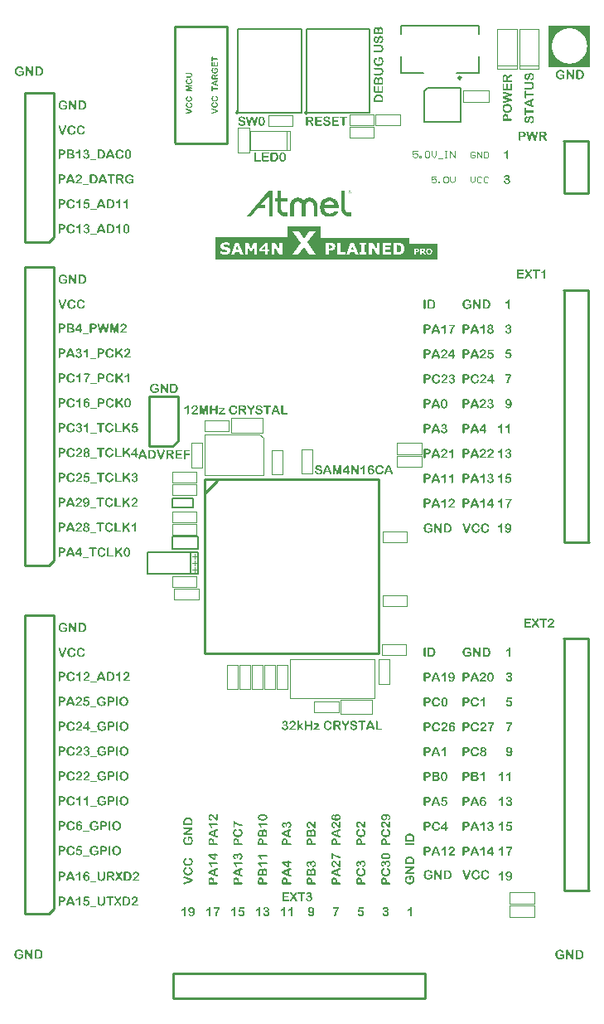
<source format=gto>
%FSLAX43Y43*%
%MOMM*%
G71*
G01*
G75*
G04 Layer_Color=65535*
%ADD10R,1.000X2.250*%
%ADD11R,0.800X0.650*%
%ADD12R,1.200X1.200*%
%ADD13R,1.200X1.200*%
%ADD14R,0.500X0.650*%
%ADD15R,0.700X0.700*%
%ADD16R,0.550X0.600*%
%ADD17R,0.650X0.800*%
%ADD18R,0.900X0.600*%
%ADD19R,0.600X0.900*%
%ADD20R,0.762X0.762*%
%ADD21R,0.950X1.750*%
%ADD22R,1.000X0.950*%
%ADD23R,1.600X1.300*%
%ADD24R,0.600X0.500*%
%ADD25R,1.100X1.000*%
%ADD26R,1.100X0.600*%
%ADD27R,0.254X1.524*%
%ADD28R,0.254X1.524*%
%ADD29R,1.524X0.254*%
%ADD30R,1.524X0.254*%
%ADD31R,1.524X0.254*%
%ADD32R,0.254X1.524*%
%ADD33R,1.524X0.254*%
%ADD34R,1.524X0.254*%
%ADD35R,0.254X1.524*%
%ADD36R,0.254X1.524*%
%ADD37R,0.254X1.524*%
%ADD38R,1.600X1.000*%
%ADD39R,2.500X3.000*%
%ADD40R,0.400X1.400*%
%ADD41R,2.300X1.900*%
%ADD42R,1.775X1.900*%
%ADD43C,0.125*%
%ADD44C,0.150*%
%ADD45C,0.175*%
%ADD46C,0.200*%
%ADD47C,0.180*%
%ADD48C,0.300*%
%ADD49R,0.900X0.300*%
%ADD50C,3.600*%
%ADD51R,1.700X1.700*%
%ADD52C,1.700*%
%ADD53R,1.700X1.700*%
%ADD54C,0.350*%
%ADD55C,0.380*%
%ADD56C,0.550*%
%ADD57C,0.500*%
G04:AMPARAMS|DCode=58|XSize=4.224mm|YSize=4.224mm|CornerRadius=0mm|HoleSize=0mm|Usage=FLASHONLY|Rotation=0.000|XOffset=0mm|YOffset=0mm|HoleType=Round|Shape=Relief|Width=0.254mm|Gap=0.254mm|Entries=4|*
%AMTHD58*
7,0,0,4.224,3.716,0.254,45*
%
%ADD58THD58*%
%ADD59C,1.400*%
G04:AMPARAMS|DCode=60|XSize=2.524mm|YSize=2.524mm|CornerRadius=0mm|HoleSize=0mm|Usage=FLASHONLY|Rotation=0.000|XOffset=0mm|YOffset=0mm|HoleType=Round|Shape=Relief|Width=0.254mm|Gap=0.254mm|Entries=4|*
%AMTHD60*
7,0,0,2.524,2.016,0.254,45*
%
%ADD60THD60*%
%ADD61C,0.650*%
%ADD62C,3.100*%
%ADD63C,0.800*%
%ADD64R,1.300X0.600*%
%ADD65C,1.270*%
%ADD66R,0.650X0.500*%
%ADD67R,0.762X0.762*%
%ADD68R,0.350X0.850*%
%ADD69C,0.280*%
%ADD70R,0.600X0.250*%
%ADD71R,1.600X1.500*%
%ADD72R,1.300X1.600*%
%ADD73C,0.254*%
%ADD74C,0.250*%
%ADD75C,0.100*%
%ADD76C,0.229*%
%ADD77C,0.112*%
G36*
X-52135Y-7939D02*
X-52113Y-7940D01*
X-52086Y-7941D01*
X-52059Y-7944D01*
X-52031Y-7950D01*
X-52004Y-7956D01*
X-52003D01*
X-52002Y-7958D01*
X-51993Y-7959D01*
X-51980Y-7965D01*
X-51963Y-7971D01*
X-51944Y-7980D01*
X-51923Y-7991D01*
X-51902Y-8006D01*
X-51880Y-8022D01*
X-51879Y-8023D01*
X-51874Y-8028D01*
X-51867Y-8035D01*
X-51857Y-8045D01*
X-51846Y-8059D01*
X-51835Y-8075D01*
X-51822Y-8094D01*
X-51807Y-8116D01*
X-51794Y-8140D01*
X-51781Y-8168D01*
X-51769Y-8199D01*
X-51757Y-8234D01*
X-51748Y-8271D01*
X-51741Y-8310D01*
X-51737Y-8354D01*
X-51735Y-8399D01*
Y-8401D01*
Y-8404D01*
Y-8408D01*
Y-8414D01*
Y-8429D01*
X-51737Y-8449D01*
X-51738Y-8473D01*
X-51741Y-8499D01*
X-51750Y-8552D01*
Y-8553D01*
Y-8554D01*
X-51753Y-8563D01*
X-51756Y-8576D01*
X-51762Y-8593D01*
X-51767Y-8612D01*
X-51775Y-8634D01*
X-51785Y-8654D01*
X-51795Y-8676D01*
X-51797Y-8679D01*
X-51801Y-8685D01*
X-51807Y-8696D01*
X-51816Y-8710D01*
X-51827Y-8724D01*
X-51841Y-8742D01*
X-51857Y-8758D01*
X-51873Y-8775D01*
X-51874Y-8777D01*
X-51879Y-8781D01*
X-51887Y-8787D01*
X-51898Y-8794D01*
X-51909Y-8803D01*
X-51924Y-8812D01*
X-51955Y-8830D01*
X-51956Y-8831D01*
X-51962Y-8832D01*
X-51971Y-8835D01*
X-51982Y-8840D01*
X-51997Y-8844D01*
X-52013Y-8849D01*
X-52031Y-8853D01*
X-52050Y-8857D01*
X-52053D01*
X-52059Y-8859D01*
X-52069Y-8860D01*
X-52083D01*
X-52100Y-8862D01*
X-52120Y-8863D01*
X-52140Y-8865D01*
X-52417D01*
X-52426Y-8863D01*
X-52438D01*
X-52462Y-8859D01*
X-52476Y-8854D01*
X-52486Y-8850D01*
X-52487Y-8849D01*
X-52490Y-8847D01*
X-52500Y-8838D01*
X-52511Y-8825D01*
X-52516Y-8816D01*
X-52519Y-8806D01*
Y-8805D01*
X-52521Y-8802D01*
X-52522Y-8794D01*
Y-8787D01*
X-52524Y-8775D01*
X-52525Y-8764D01*
X-52527Y-8749D01*
Y-8733D01*
Y-8053D01*
Y-8050D01*
Y-8042D01*
X-52525Y-8032D01*
X-52524Y-8019D01*
X-52521Y-8004D01*
X-52515Y-7990D01*
X-52509Y-7977D01*
X-52500Y-7965D01*
X-52499Y-7963D01*
X-52495Y-7960D01*
X-52489Y-7956D01*
X-52478Y-7950D01*
X-52467Y-7946D01*
X-52452Y-7941D01*
X-52433Y-7939D01*
X-52413Y-7937D01*
X-52143D01*
X-52135Y-7939D01*
D02*
G37*
G36*
X-52806Y-7924D02*
X-52797Y-7925D01*
X-52787Y-7930D01*
X-52777Y-7934D01*
X-52765Y-7941D01*
X-52756Y-7950D01*
X-52755Y-7952D01*
X-52752Y-7955D01*
X-52749Y-7962D01*
X-52745Y-7971D01*
X-52740Y-7981D01*
X-52736Y-7996D01*
X-52734Y-8012D01*
X-52733Y-8031D01*
Y-8759D01*
Y-8761D01*
Y-8765D01*
Y-8771D01*
X-52734Y-8778D01*
X-52739Y-8797D01*
X-52746Y-8819D01*
X-52751Y-8831D01*
X-52758Y-8843D01*
X-52767Y-8853D01*
X-52775Y-8862D01*
X-52789Y-8869D01*
X-52802Y-8875D01*
X-52818Y-8879D01*
X-52835Y-8881D01*
X-52844D01*
X-52850Y-8879D01*
X-52865Y-8878D01*
X-52881Y-8873D01*
X-52882D01*
X-52884Y-8872D01*
X-52893Y-8868D01*
X-52906Y-8862D01*
X-52919Y-8851D01*
X-52920Y-8850D01*
X-52922Y-8849D01*
X-52929Y-8841D01*
X-52941Y-8830D01*
X-52952Y-8815D01*
Y-8813D01*
X-52955Y-8811D01*
X-52958Y-8806D01*
X-52961Y-8802D01*
X-52972Y-8787D01*
X-52982Y-8771D01*
X-53333Y-8230D01*
Y-8774D01*
Y-8777D01*
Y-8783D01*
X-53334Y-8792D01*
X-53336Y-8803D01*
X-53339Y-8816D01*
X-53343Y-8830D01*
X-53349Y-8843D01*
X-53358Y-8854D01*
X-53359Y-8856D01*
X-53362Y-8859D01*
X-53368Y-8863D01*
X-53375Y-8868D01*
X-53384Y-8872D01*
X-53394Y-8876D01*
X-53407Y-8879D01*
X-53421Y-8881D01*
X-53428D01*
X-53435Y-8879D01*
X-53444Y-8878D01*
X-53454Y-8875D01*
X-53465Y-8869D01*
X-53475Y-8863D01*
X-53485Y-8854D01*
X-53486Y-8853D01*
X-53488Y-8849D01*
X-53492Y-8843D01*
X-53497Y-8834D01*
X-53501Y-8822D01*
X-53504Y-8809D01*
X-53507Y-8793D01*
X-53508Y-8774D01*
Y-8059D01*
Y-8057D01*
Y-8051D01*
Y-8042D01*
X-53507Y-8032D01*
X-53504Y-8010D01*
X-53503Y-7999D01*
X-53500Y-7988D01*
Y-7987D01*
X-53497Y-7984D01*
X-53494Y-7978D01*
X-53489Y-7971D01*
X-53476Y-7956D01*
X-53459Y-7941D01*
X-53457Y-7940D01*
X-53454Y-7939D01*
X-53448Y-7936D01*
X-53441Y-7931D01*
X-53432Y-7928D01*
X-53422Y-7925D01*
X-53410Y-7924D01*
X-53399Y-7922D01*
X-53390D01*
X-53384Y-7924D01*
X-53371Y-7925D01*
X-53356Y-7931D01*
X-53355D01*
X-53353Y-7933D01*
X-53345Y-7937D01*
X-53334Y-7944D01*
X-53324Y-7955D01*
X-53321Y-7958D01*
X-53315Y-7963D01*
X-53307Y-7975D01*
X-53296Y-7990D01*
Y-7991D01*
X-53293Y-7994D01*
X-53290Y-7999D01*
X-53288Y-8003D01*
X-53277Y-8018D01*
X-53267Y-8035D01*
X-52906Y-8581D01*
Y-8031D01*
Y-8028D01*
Y-8022D01*
X-52904Y-8012D01*
X-52903Y-8000D01*
X-52900Y-7987D01*
X-52897Y-7974D01*
X-52891Y-7960D01*
X-52884Y-7950D01*
X-52882Y-7949D01*
X-52879Y-7946D01*
X-52873Y-7941D01*
X-52868Y-7936D01*
X-52857Y-7931D01*
X-52847Y-7927D01*
X-52835Y-7924D01*
X-52821Y-7922D01*
X-52813D01*
X-52806Y-7924D01*
D02*
G37*
G36*
X-34046Y-39034D02*
X-34026Y-39036D01*
X-34003Y-39039D01*
X-33978Y-39042D01*
X-33953Y-39047D01*
X-33928Y-39055D01*
X-33927D01*
X-33926Y-39056D01*
X-33918Y-39059D01*
X-33907Y-39064D01*
X-33892Y-39069D01*
X-33876Y-39077D01*
X-33858Y-39087D01*
X-33841Y-39097D01*
X-33825Y-39110D01*
X-33823Y-39112D01*
X-33817Y-39116D01*
X-33810Y-39124D01*
X-33801Y-39132D01*
X-33792Y-39144D01*
X-33782Y-39157D01*
X-33772Y-39170D01*
X-33765Y-39185D01*
X-33763Y-39186D01*
X-33762Y-39191D01*
X-33759Y-39200D01*
X-33754Y-39208D01*
X-33751Y-39220D01*
X-33749Y-39232D01*
X-33747Y-39246D01*
X-33746Y-39260D01*
Y-39261D01*
Y-39265D01*
X-33747Y-39271D01*
X-33749Y-39280D01*
X-33751Y-39289D01*
X-33756Y-39299D01*
X-33762Y-39311D01*
X-33770Y-39321D01*
X-33772Y-39322D01*
X-33775Y-39325D01*
X-33779Y-39330D01*
X-33787Y-39334D01*
X-33795Y-39339D01*
X-33806Y-39343D01*
X-33816Y-39346D01*
X-33829Y-39347D01*
X-33835D01*
X-33841Y-39346D01*
X-33847D01*
X-33864Y-39340D01*
X-33871Y-39337D01*
X-33879Y-39331D01*
Y-39330D01*
X-33882Y-39328D01*
X-33885Y-39324D01*
X-33889Y-39318D01*
X-33895Y-39311D01*
X-33901Y-39302D01*
X-33907Y-39290D01*
X-33914Y-39277D01*
X-33915Y-39274D01*
X-33918Y-39268D01*
X-33924Y-39260D01*
X-33931Y-39248D01*
X-33940Y-39235D01*
X-33950Y-39222D01*
X-33962Y-39208D01*
X-33975Y-39197D01*
X-33977Y-39195D01*
X-33983Y-39192D01*
X-33990Y-39186D01*
X-34003Y-39181D01*
X-34019Y-39176D01*
X-34038Y-39170D01*
X-34062Y-39167D01*
X-34089Y-39166D01*
X-34101D01*
X-34114Y-39167D01*
X-34132Y-39170D01*
X-34149Y-39173D01*
X-34170Y-39179D01*
X-34189Y-39188D01*
X-34206Y-39198D01*
X-34208Y-39200D01*
X-34214Y-39204D01*
X-34220Y-39211D01*
X-34228Y-39220D01*
X-34236Y-39232D01*
X-34243Y-39245D01*
X-34249Y-39260D01*
X-34250Y-39276D01*
Y-39277D01*
Y-39280D01*
X-34249Y-39286D01*
Y-39292D01*
X-34244Y-39308D01*
X-34236Y-39324D01*
Y-39325D01*
X-34233Y-39327D01*
X-34225Y-39336D01*
X-34212Y-39347D01*
X-34195Y-39359D01*
X-34193D01*
X-34190Y-39361D01*
X-34184Y-39363D01*
X-34177Y-39366D01*
X-34160Y-39374D01*
X-34141Y-39381D01*
X-34139D01*
X-34135Y-39382D01*
X-34129Y-39384D01*
X-34119Y-39387D01*
X-34105Y-39391D01*
X-34091Y-39396D01*
X-34072Y-39400D01*
X-34050Y-39406D01*
X-34048D01*
X-34047Y-39407D01*
X-34043D01*
X-34037Y-39409D01*
X-34022Y-39413D01*
X-34003Y-39418D01*
X-33981Y-39423D01*
X-33958Y-39429D01*
X-33909Y-39445D01*
X-33908D01*
X-33907Y-39447D01*
X-33899Y-39450D01*
X-33886Y-39454D01*
X-33871Y-39460D01*
X-33855Y-39469D01*
X-33836Y-39478D01*
X-33819Y-39488D01*
X-33801Y-39500D01*
X-33800Y-39501D01*
X-33794Y-39505D01*
X-33785Y-39513D01*
X-33775Y-39521D01*
X-33765Y-39533D01*
X-33753Y-39546D01*
X-33741Y-39562D01*
X-33731Y-39580D01*
X-33729Y-39581D01*
X-33727Y-39589D01*
X-33722Y-39599D01*
X-33718Y-39612D01*
X-33713Y-39630D01*
X-33709Y-39650D01*
X-33706Y-39674D01*
X-33705Y-39698D01*
Y-39700D01*
Y-39703D01*
Y-39707D01*
Y-39713D01*
X-33708Y-39728D01*
X-33710Y-39748D01*
X-33715Y-39772D01*
X-33724Y-39797D01*
X-33734Y-39823D01*
X-33749Y-39849D01*
X-33750Y-39852D01*
X-33757Y-39861D01*
X-33766Y-39873D01*
X-33781Y-39887D01*
X-33798Y-39905D01*
X-33820Y-39922D01*
X-33847Y-39938D01*
X-33876Y-39955D01*
X-33877D01*
X-33880Y-39956D01*
X-33885Y-39957D01*
X-33890Y-39960D01*
X-33899Y-39963D01*
X-33908Y-39966D01*
X-33920Y-39969D01*
X-33931Y-39972D01*
X-33961Y-39979D01*
X-33994Y-39985D01*
X-34032Y-39990D01*
X-34073Y-39991D01*
X-34086D01*
X-34097Y-39990D01*
X-34108D01*
X-34122Y-39988D01*
X-34136Y-39987D01*
X-34154Y-39985D01*
X-34189Y-39978D01*
X-34227Y-39969D01*
X-34265Y-39957D01*
X-34300Y-39940D01*
X-34303Y-39938D01*
X-34310Y-39933D01*
X-34322Y-39925D01*
X-34337Y-39914D01*
X-34354Y-39900D01*
X-34370Y-39883D01*
X-34388Y-39864D01*
X-34404Y-39842D01*
Y-39840D01*
X-34405Y-39839D01*
X-34410Y-39832D01*
X-34417Y-39818D01*
X-34423Y-39802D01*
X-34430Y-39785D01*
X-34438Y-39763D01*
X-34442Y-39741D01*
X-34443Y-39719D01*
Y-39718D01*
Y-39713D01*
X-34442Y-39707D01*
X-34441Y-39698D01*
X-34438Y-39690D01*
X-34433Y-39681D01*
X-34427Y-39671D01*
X-34420Y-39662D01*
X-34419Y-39660D01*
X-34416Y-39658D01*
X-34410Y-39655D01*
X-34402Y-39649D01*
X-34394Y-39644D01*
X-34383Y-39641D01*
X-34372Y-39639D01*
X-34359Y-39637D01*
X-34354D01*
X-34348Y-39639D01*
X-34341Y-39640D01*
X-34325Y-39644D01*
X-34316Y-39650D01*
X-34309Y-39656D01*
X-34307Y-39658D01*
X-34306Y-39659D01*
X-34302Y-39663D01*
X-34297Y-39671D01*
X-34291Y-39678D01*
X-34285Y-39687D01*
X-34280Y-39698D01*
X-34274Y-39712D01*
X-34272Y-39713D01*
X-34271Y-39719D01*
X-34266Y-39728D01*
X-34262Y-39738D01*
X-34250Y-39761D01*
X-34236Y-39786D01*
X-34234Y-39788D01*
X-34231Y-39791D01*
X-34227Y-39797D01*
X-34220Y-39804D01*
X-34212Y-39811D01*
X-34202Y-39818D01*
X-34190Y-39827D01*
X-34177Y-39835D01*
X-34176Y-39836D01*
X-34170Y-39837D01*
X-34163Y-39840D01*
X-34151Y-39843D01*
X-34136Y-39848D01*
X-34120Y-39851D01*
X-34101Y-39852D01*
X-34079Y-39854D01*
X-34065D01*
X-34050Y-39852D01*
X-34031Y-39849D01*
X-34009Y-39845D01*
X-33987Y-39837D01*
X-33964Y-39829D01*
X-33943Y-39816D01*
X-33940Y-39814D01*
X-33934Y-39808D01*
X-33927Y-39799D01*
X-33917Y-39789D01*
X-33907Y-39775D01*
X-33899Y-39758D01*
X-33893Y-39739D01*
X-33890Y-39719D01*
Y-39718D01*
Y-39712D01*
X-33892Y-39703D01*
X-33893Y-39693D01*
X-33898Y-39679D01*
X-33902Y-39668D01*
X-33909Y-39656D01*
X-33920Y-39644D01*
X-33921Y-39643D01*
X-33924Y-39640D01*
X-33931Y-39634D01*
X-33939Y-39628D01*
X-33950Y-39621D01*
X-33962Y-39614D01*
X-33977Y-39606D01*
X-33993Y-39600D01*
X-33994Y-39599D01*
X-34000Y-39598D01*
X-34010Y-39595D01*
X-34024Y-39590D01*
X-34041Y-39586D01*
X-34062Y-39580D01*
X-34085Y-39573D01*
X-34111Y-39567D01*
X-34113D01*
X-34116Y-39565D01*
X-34122Y-39564D01*
X-34127Y-39562D01*
X-34136Y-39561D01*
X-34146Y-39558D01*
X-34170Y-39551D01*
X-34196Y-39543D01*
X-34224Y-39535D01*
X-34252Y-39524D01*
X-34278Y-39513D01*
X-34281Y-39511D01*
X-34290Y-39507D01*
X-34302Y-39500D01*
X-34316Y-39489D01*
X-34334Y-39478D01*
X-34351Y-39463D01*
X-34369Y-39447D01*
X-34385Y-39428D01*
X-34386Y-39425D01*
X-34391Y-39418D01*
X-34398Y-39406D01*
X-34404Y-39391D01*
X-34411Y-39371D01*
X-34419Y-39349D01*
X-34423Y-39322D01*
X-34424Y-39293D01*
Y-39292D01*
Y-39290D01*
Y-39286D01*
Y-39280D01*
X-34422Y-39265D01*
X-34419Y-39246D01*
X-34414Y-39226D01*
X-34407Y-39203D01*
X-34397Y-39179D01*
X-34383Y-39157D01*
X-34382Y-39154D01*
X-34376Y-39147D01*
X-34366Y-39137D01*
X-34353Y-39124D01*
X-34335Y-39109D01*
X-34315Y-39093D01*
X-34290Y-39078D01*
X-34262Y-39065D01*
X-34261D01*
X-34259Y-39064D01*
X-34255Y-39062D01*
X-34247Y-39061D01*
X-34240Y-39058D01*
X-34231Y-39055D01*
X-34209Y-39049D01*
X-34182Y-39043D01*
X-34151Y-39037D01*
X-34114Y-39034D01*
X-34076Y-39033D01*
X-34062D01*
X-34046Y-39034D01*
D02*
G37*
G36*
X-38386D02*
X-38376Y-39036D01*
X-38366Y-39040D01*
X-38354Y-39045D01*
X-38342Y-39052D01*
X-38332Y-39062D01*
X-38331Y-39064D01*
X-38328Y-39068D01*
X-38323Y-39074D01*
X-38319Y-39083D01*
X-38315Y-39094D01*
X-38310Y-39109D01*
X-38307Y-39126D01*
X-38306Y-39147D01*
Y-39877D01*
Y-39880D01*
Y-39887D01*
X-38307Y-39897D01*
X-38309Y-39909D01*
X-38313Y-39924D01*
X-38318Y-39938D01*
X-38325Y-39952D01*
X-38334Y-39963D01*
X-38335Y-39965D01*
X-38338Y-39968D01*
X-38344Y-39972D01*
X-38351Y-39976D01*
X-38361Y-39982D01*
X-38373Y-39987D01*
X-38386Y-39990D01*
X-38401Y-39991D01*
X-38408D01*
X-38416Y-39990D01*
X-38426Y-39988D01*
X-38436Y-39984D01*
X-38448Y-39979D01*
X-38458Y-39972D01*
X-38468Y-39963D01*
X-38470Y-39962D01*
X-38473Y-39957D01*
X-38476Y-39952D01*
X-38480Y-39941D01*
X-38486Y-39930D01*
X-38489Y-39915D01*
X-38492Y-39897D01*
X-38493Y-39877D01*
Y-39565D01*
X-38900D01*
Y-39877D01*
Y-39880D01*
Y-39887D01*
X-38901Y-39897D01*
X-38903Y-39909D01*
X-38907Y-39924D01*
X-38912Y-39938D01*
X-38919Y-39952D01*
X-38928Y-39963D01*
X-38929Y-39965D01*
X-38932Y-39968D01*
X-38938Y-39972D01*
X-38945Y-39976D01*
X-38955Y-39982D01*
X-38967Y-39987D01*
X-38980Y-39990D01*
X-38995Y-39991D01*
X-39002D01*
X-39010Y-39990D01*
X-39020Y-39988D01*
X-39030Y-39984D01*
X-39042Y-39979D01*
X-39052Y-39972D01*
X-39062Y-39963D01*
X-39064Y-39962D01*
X-39067Y-39957D01*
X-39070Y-39952D01*
X-39074Y-39941D01*
X-39080Y-39930D01*
X-39083Y-39915D01*
X-39086Y-39897D01*
X-39087Y-39877D01*
Y-39147D01*
Y-39144D01*
Y-39138D01*
X-39086Y-39128D01*
X-39084Y-39115D01*
X-39081Y-39102D01*
X-39077Y-39087D01*
X-39071Y-39074D01*
X-39062Y-39062D01*
X-39061Y-39061D01*
X-39058Y-39058D01*
X-39052Y-39053D01*
X-39045Y-39047D01*
X-39034Y-39042D01*
X-39023Y-39037D01*
X-39010Y-39034D01*
X-38995Y-39033D01*
X-38988D01*
X-38980Y-39034D01*
X-38970Y-39036D01*
X-38960Y-39040D01*
X-38948Y-39045D01*
X-38936Y-39052D01*
X-38926Y-39062D01*
X-38925Y-39064D01*
X-38922Y-39068D01*
X-38917Y-39074D01*
X-38913Y-39083D01*
X-38909Y-39094D01*
X-38904Y-39109D01*
X-38901Y-39126D01*
X-38900Y-39147D01*
Y-39412D01*
X-38493D01*
Y-39147D01*
Y-39144D01*
Y-39138D01*
X-38492Y-39128D01*
X-38490Y-39115D01*
X-38487Y-39102D01*
X-38483Y-39087D01*
X-38477Y-39074D01*
X-38468Y-39062D01*
X-38467Y-39061D01*
X-38464Y-39058D01*
X-38458Y-39053D01*
X-38451Y-39047D01*
X-38440Y-39042D01*
X-38429Y-39037D01*
X-38416Y-39034D01*
X-38401Y-39033D01*
X-38394D01*
X-38386Y-39034D01*
D02*
G37*
G36*
X-36675D02*
X-36663Y-39036D01*
X-36635Y-39039D01*
X-36604Y-39045D01*
X-36572Y-39052D01*
X-36537Y-39064D01*
X-36503Y-39078D01*
X-36502D01*
X-36499Y-39080D01*
X-36495Y-39083D01*
X-36489Y-39087D01*
X-36473Y-39096D01*
X-36452Y-39109D01*
X-36430Y-39125D01*
X-36408Y-39144D01*
X-36386Y-39166D01*
X-36367Y-39189D01*
X-36366Y-39192D01*
X-36360Y-39201D01*
X-36353Y-39213D01*
X-36344Y-39229D01*
X-36335Y-39248D01*
X-36328Y-39270D01*
X-36322Y-39292D01*
X-36321Y-39314D01*
Y-39315D01*
Y-39320D01*
X-36322Y-39325D01*
X-36323Y-39333D01*
X-36326Y-39341D01*
X-36331Y-39352D01*
X-36337Y-39361D01*
X-36344Y-39371D01*
X-36345Y-39372D01*
X-36348Y-39375D01*
X-36353Y-39378D01*
X-36360Y-39382D01*
X-36367Y-39388D01*
X-36378Y-39391D01*
X-36388Y-39394D01*
X-36400Y-39396D01*
X-36405D01*
X-36411Y-39394D01*
X-36420D01*
X-36438Y-39388D01*
X-36446Y-39385D01*
X-36454Y-39380D01*
X-36455Y-39378D01*
X-36457Y-39377D01*
X-36461Y-39372D01*
X-36465Y-39365D01*
X-36471Y-39358D01*
X-36477Y-39347D01*
X-36486Y-39334D01*
X-36493Y-39320D01*
Y-39318D01*
X-36495Y-39317D01*
X-36499Y-39308D01*
X-36508Y-39296D01*
X-36518Y-39282D01*
X-36530Y-39264D01*
X-36544Y-39248D01*
X-36562Y-39232D01*
X-36579Y-39217D01*
X-36582Y-39216D01*
X-36588Y-39211D01*
X-36599Y-39205D01*
X-36613Y-39200D01*
X-36631Y-39194D01*
X-36653Y-39188D01*
X-36676Y-39183D01*
X-36702Y-39182D01*
X-36714D01*
X-36721Y-39183D01*
X-36732Y-39185D01*
X-36742Y-39186D01*
X-36768Y-39194D01*
X-36797Y-39204D01*
X-36814Y-39211D01*
X-36828Y-39220D01*
X-36844Y-39230D01*
X-36859Y-39242D01*
X-36874Y-39255D01*
X-36887Y-39271D01*
Y-39273D01*
X-36890Y-39276D01*
X-36893Y-39280D01*
X-36897Y-39287D01*
X-36903Y-39296D01*
X-36909Y-39308D01*
X-36915Y-39321D01*
X-36920Y-39336D01*
X-36926Y-39352D01*
X-36932Y-39371D01*
X-36938Y-39391D01*
X-36944Y-39413D01*
X-36948Y-39437D01*
X-36951Y-39463D01*
X-36953Y-39491D01*
X-36954Y-39520D01*
Y-39521D01*
Y-39524D01*
Y-39530D01*
Y-39538D01*
X-36953Y-39548D01*
Y-39558D01*
X-36950Y-39583D01*
X-36947Y-39612D01*
X-36942Y-39641D01*
X-36935Y-39672D01*
X-36925Y-39700D01*
Y-39701D01*
X-36923Y-39703D01*
X-36919Y-39712D01*
X-36912Y-39725D01*
X-36903Y-39739D01*
X-36890Y-39757D01*
X-36875Y-39775D01*
X-36857Y-39792D01*
X-36838Y-39807D01*
X-36836Y-39808D01*
X-36828Y-39813D01*
X-36817Y-39818D01*
X-36802Y-39824D01*
X-36783Y-39830D01*
X-36759Y-39836D01*
X-36735Y-39840D01*
X-36708Y-39842D01*
X-36695D01*
X-36680Y-39840D01*
X-36661Y-39837D01*
X-36639Y-39832D01*
X-36618Y-39826D01*
X-36594Y-39816D01*
X-36572Y-39802D01*
X-36569Y-39801D01*
X-36563Y-39795D01*
X-36553Y-39786D01*
X-36540Y-39773D01*
X-36527Y-39756D01*
X-36512Y-39735D01*
X-36499Y-39712D01*
X-36487Y-39684D01*
Y-39682D01*
X-36484Y-39678D01*
X-36481Y-39671D01*
X-36479Y-39663D01*
X-36468Y-39644D01*
X-36457Y-39625D01*
X-36455Y-39624D01*
X-36454Y-39621D01*
X-36449Y-39618D01*
X-36443Y-39614D01*
X-36435Y-39609D01*
X-36426Y-39605D01*
X-36414Y-39603D01*
X-36401Y-39602D01*
X-36395D01*
X-36389Y-39603D01*
X-36381Y-39605D01*
X-36372Y-39608D01*
X-36363Y-39612D01*
X-36353Y-39618D01*
X-36344Y-39625D01*
X-36342Y-39627D01*
X-36340Y-39630D01*
X-36337Y-39634D01*
X-36331Y-39641D01*
X-36326Y-39650D01*
X-36323Y-39660D01*
X-36321Y-39671D01*
X-36319Y-39684D01*
Y-39685D01*
Y-39691D01*
X-36321Y-39700D01*
X-36322Y-39712D01*
X-36325Y-39726D01*
X-36328Y-39742D01*
X-36334Y-39760D01*
X-36341Y-39779D01*
X-36342Y-39782D01*
X-36345Y-39788D01*
X-36350Y-39798D01*
X-36357Y-39811D01*
X-36367Y-39826D01*
X-36379Y-39843D01*
X-36394Y-39861D01*
X-36410Y-39880D01*
X-36411Y-39881D01*
X-36419Y-39889D01*
X-36429Y-39897D01*
X-36442Y-39909D01*
X-36460Y-39921D01*
X-36480Y-39936D01*
X-36503Y-39949D01*
X-36530Y-39960D01*
X-36531D01*
X-36533Y-39962D01*
X-36537Y-39963D01*
X-36543Y-39965D01*
X-36558Y-39971D01*
X-36578Y-39975D01*
X-36603Y-39981D01*
X-36631Y-39987D01*
X-36663Y-39990D01*
X-36698Y-39991D01*
X-36710D01*
X-36724Y-39990D01*
X-36742D01*
X-36762Y-39988D01*
X-36784Y-39985D01*
X-36831Y-39976D01*
X-36834D01*
X-36841Y-39974D01*
X-36853Y-39971D01*
X-36868Y-39966D01*
X-36884Y-39960D01*
X-36903Y-39953D01*
X-36922Y-39944D01*
X-36941Y-39934D01*
X-36942Y-39933D01*
X-36950Y-39928D01*
X-36958Y-39922D01*
X-36970Y-39914D01*
X-36983Y-39902D01*
X-36999Y-39889D01*
X-37014Y-39874D01*
X-37030Y-39856D01*
X-37032Y-39855D01*
X-37036Y-39849D01*
X-37043Y-39840D01*
X-37052Y-39829D01*
X-37061Y-39814D01*
X-37073Y-39798D01*
X-37083Y-39779D01*
X-37093Y-39760D01*
X-37094Y-39757D01*
X-37097Y-39751D01*
X-37102Y-39739D01*
X-37108Y-39725D01*
X-37113Y-39707D01*
X-37121Y-39688D01*
X-37127Y-39666D01*
X-37133Y-39644D01*
Y-39641D01*
X-37134Y-39634D01*
X-37135Y-39621D01*
X-37138Y-39605D01*
X-37140Y-39586D01*
X-37143Y-39564D01*
X-37144Y-39539D01*
Y-39514D01*
Y-39513D01*
Y-39510D01*
Y-39502D01*
Y-39495D01*
X-37143Y-39485D01*
Y-39473D01*
X-37140Y-39447D01*
X-37137Y-39416D01*
X-37131Y-39382D01*
X-37122Y-39347D01*
X-37112Y-39314D01*
Y-39312D01*
X-37111Y-39309D01*
X-37109Y-39305D01*
X-37106Y-39299D01*
X-37099Y-39282D01*
X-37089Y-39261D01*
X-37075Y-39238D01*
X-37059Y-39211D01*
X-37040Y-39186D01*
X-37020Y-39162D01*
X-37018Y-39160D01*
X-37017Y-39159D01*
X-37010Y-39151D01*
X-36996Y-39140D01*
X-36979Y-39126D01*
X-36958Y-39110D01*
X-36934Y-39094D01*
X-36907Y-39080D01*
X-36878Y-39066D01*
X-36876D01*
X-36874Y-39065D01*
X-36869Y-39064D01*
X-36863Y-39061D01*
X-36856Y-39059D01*
X-36847Y-39056D01*
X-36825Y-39049D01*
X-36799Y-39043D01*
X-36770Y-39039D01*
X-36736Y-39034D01*
X-36702Y-39033D01*
X-36683D01*
X-36675Y-39034D01*
D02*
G37*
G36*
X-54070Y-7924D02*
X-54060D01*
X-54038Y-7925D01*
X-54012Y-7928D01*
X-53984Y-7934D01*
X-53956Y-7940D01*
X-53928Y-7949D01*
X-53927D01*
X-53925Y-7950D01*
X-53917Y-7953D01*
X-53903Y-7959D01*
X-53886Y-7966D01*
X-53867Y-7975D01*
X-53848Y-7985D01*
X-53829Y-7999D01*
X-53811Y-8012D01*
X-53810Y-8013D01*
X-53804Y-8018D01*
X-53795Y-8025D01*
X-53786Y-8035D01*
X-53775Y-8047D01*
X-53763Y-8060D01*
X-53753Y-8075D01*
X-53744Y-8091D01*
X-53743Y-8092D01*
X-53740Y-8098D01*
X-53737Y-8105D01*
X-53732Y-8116D01*
X-53728Y-8127D01*
X-53724Y-8140D01*
X-53722Y-8152D01*
X-53721Y-8165D01*
Y-8167D01*
Y-8171D01*
X-53722Y-8178D01*
X-53724Y-8187D01*
X-53726Y-8196D01*
X-53732Y-8206D01*
X-53738Y-8217D01*
X-53747Y-8227D01*
X-53748Y-8228D01*
X-53751Y-8231D01*
X-53757Y-8234D01*
X-53764Y-8238D01*
X-53773Y-8244D01*
X-53785Y-8247D01*
X-53797Y-8250D01*
X-53810Y-8252D01*
X-53813D01*
X-53822Y-8250D01*
X-53833Y-8247D01*
X-53848Y-8243D01*
X-53849D01*
X-53851Y-8241D01*
X-53858Y-8236D01*
X-53868Y-8227D01*
X-53879Y-8215D01*
X-53880Y-8212D01*
X-53884Y-8206D01*
X-53890Y-8196D01*
X-53899Y-8184D01*
X-53918Y-8158D01*
X-53928Y-8145D01*
X-53939Y-8133D01*
X-53940Y-8132D01*
X-53943Y-8129D01*
X-53949Y-8123D01*
X-53955Y-8117D01*
X-53965Y-8110D01*
X-53975Y-8101D01*
X-53988Y-8094D01*
X-54003Y-8086D01*
X-54004Y-8085D01*
X-54010Y-8083D01*
X-54019Y-8080D01*
X-54031Y-8076D01*
X-54047Y-8073D01*
X-54064Y-8070D01*
X-54085Y-8069D01*
X-54107Y-8067D01*
X-54117D01*
X-54130Y-8069D01*
X-54145Y-8070D01*
X-54164Y-8073D01*
X-54183Y-8078D01*
X-54203Y-8083D01*
X-54222Y-8091D01*
X-54225Y-8092D01*
X-54231Y-8095D01*
X-54240Y-8099D01*
X-54253Y-8107D01*
X-54266Y-8117D01*
X-54281Y-8127D01*
X-54296Y-8140D01*
X-54310Y-8157D01*
X-54312Y-8158D01*
X-54316Y-8164D01*
X-54323Y-8173D01*
X-54331Y-8186D01*
X-54339Y-8200D01*
X-54350Y-8218D01*
X-54358Y-8238D01*
X-54366Y-8260D01*
X-54367Y-8263D01*
X-54369Y-8271D01*
X-54372Y-8284D01*
X-54375Y-8300D01*
X-54379Y-8320D01*
X-54382Y-8344D01*
X-54383Y-8370D01*
X-54385Y-8398D01*
Y-8399D01*
Y-8405D01*
Y-8414D01*
X-54383Y-8424D01*
X-54382Y-8439D01*
X-54380Y-8454D01*
X-54379Y-8471D01*
X-54376Y-8490D01*
X-54367Y-8530D01*
X-54353Y-8572D01*
X-54345Y-8593D01*
X-54335Y-8612D01*
X-54323Y-8631D01*
X-54310Y-8648D01*
X-54309Y-8650D01*
X-54307Y-8653D01*
X-54303Y-8657D01*
X-54297Y-8661D01*
X-54288Y-8669D01*
X-54279Y-8676D01*
X-54269Y-8683D01*
X-54256Y-8692D01*
X-54241Y-8701D01*
X-54227Y-8708D01*
X-54209Y-8715D01*
X-54190Y-8723D01*
X-54170Y-8727D01*
X-54149Y-8732D01*
X-54126Y-8734D01*
X-54101Y-8736D01*
X-54089D01*
X-54078Y-8734D01*
X-54061D01*
X-54042Y-8732D01*
X-54022Y-8729D01*
X-54001Y-8726D01*
X-53980Y-8720D01*
X-53977Y-8718D01*
X-53969Y-8717D01*
X-53958Y-8712D01*
X-53943Y-8707D01*
X-53925Y-8699D01*
X-53906Y-8692D01*
X-53884Y-8682D01*
X-53862Y-8670D01*
Y-8518D01*
X-54018D01*
X-54026Y-8516D01*
X-54038D01*
X-54064Y-8512D01*
X-54078Y-8508D01*
X-54089Y-8503D01*
X-54091Y-8502D01*
X-54094Y-8500D01*
X-54098Y-8496D01*
X-54102Y-8490D01*
X-54107Y-8483D01*
X-54111Y-8474D01*
X-54114Y-8462D01*
X-54116Y-8449D01*
Y-8448D01*
Y-8443D01*
X-54114Y-8439D01*
X-54113Y-8432D01*
X-54110Y-8423D01*
X-54107Y-8414D01*
X-54101Y-8405D01*
X-54094Y-8398D01*
X-54092Y-8396D01*
X-54089Y-8395D01*
X-54085Y-8392D01*
X-54078Y-8388D01*
X-54069Y-8383D01*
X-54057Y-8380D01*
X-54045Y-8379D01*
X-54032Y-8377D01*
X-53804D01*
X-53795Y-8379D01*
X-53775Y-8380D01*
X-53753Y-8385D01*
X-53751D01*
X-53748Y-8386D01*
X-53743Y-8388D01*
X-53737Y-8392D01*
X-53722Y-8401D01*
X-53715Y-8408D01*
X-53709Y-8417D01*
X-53707Y-8418D01*
X-53706Y-8421D01*
X-53703Y-8427D01*
X-53700Y-8435D01*
X-53697Y-8445D01*
X-53694Y-8456D01*
X-53691Y-8471D01*
Y-8487D01*
Y-8666D01*
Y-8667D01*
Y-8672D01*
Y-8679D01*
X-53693Y-8686D01*
X-53694Y-8705D01*
X-53699Y-8724D01*
Y-8726D01*
X-53700Y-8727D01*
X-53704Y-8736D01*
X-53713Y-8749D01*
X-53725Y-8762D01*
X-53726D01*
X-53728Y-8765D01*
X-53732Y-8768D01*
X-53737Y-8772D01*
X-53753Y-8783D01*
X-53772Y-8794D01*
X-53773D01*
X-53776Y-8796D01*
X-53781Y-8799D01*
X-53786Y-8802D01*
X-53803Y-8811D01*
X-53824Y-8819D01*
X-53849Y-8831D01*
X-53876Y-8841D01*
X-53905Y-8851D01*
X-53934Y-8860D01*
X-53936D01*
X-53937Y-8862D01*
X-53942D01*
X-53947Y-8863D01*
X-53963Y-8866D01*
X-53984Y-8871D01*
X-54009Y-8875D01*
X-54038Y-8878D01*
X-54069Y-8879D01*
X-54102Y-8881D01*
X-54120D01*
X-54130Y-8879D01*
X-54140D01*
X-54167Y-8876D01*
X-54198Y-8873D01*
X-54230Y-8868D01*
X-54263Y-8859D01*
X-54297Y-8849D01*
X-54298D01*
X-54301Y-8847D01*
X-54306Y-8846D01*
X-54312Y-8843D01*
X-54328Y-8835D01*
X-54348Y-8825D01*
X-54372Y-8811D01*
X-54398Y-8794D01*
X-54423Y-8775D01*
X-54448Y-8753D01*
Y-8752D01*
X-54451Y-8751D01*
X-54458Y-8742D01*
X-54468Y-8729D01*
X-54483Y-8711D01*
X-54497Y-8689D01*
X-54514Y-8663D01*
X-54530Y-8634D01*
X-54543Y-8601D01*
Y-8600D01*
X-54544Y-8597D01*
X-54546Y-8593D01*
X-54547Y-8585D01*
X-54550Y-8578D01*
X-54553Y-8568D01*
X-54556Y-8556D01*
X-54559Y-8543D01*
X-54565Y-8514D01*
X-54571Y-8480D01*
X-54574Y-8442D01*
X-54575Y-8402D01*
Y-8401D01*
Y-8398D01*
Y-8392D01*
Y-8383D01*
X-54574Y-8375D01*
Y-8363D01*
X-54571Y-8337D01*
X-54568Y-8306D01*
X-54562Y-8274D01*
X-54553Y-8238D01*
X-54543Y-8205D01*
Y-8203D01*
X-54541Y-8200D01*
X-54540Y-8196D01*
X-54537Y-8190D01*
X-54530Y-8173D01*
X-54519Y-8152D01*
X-54506Y-8127D01*
X-54490Y-8102D01*
X-54471Y-8076D01*
X-54449Y-8053D01*
X-54448Y-8051D01*
X-54446Y-8050D01*
X-54437Y-8042D01*
X-54424Y-8031D01*
X-54407Y-8018D01*
X-54385Y-8001D01*
X-54358Y-7985D01*
X-54329Y-7969D01*
X-54297Y-7956D01*
X-54296D01*
X-54293Y-7955D01*
X-54288Y-7953D01*
X-54281Y-7950D01*
X-54272Y-7949D01*
X-54262Y-7946D01*
X-54250Y-7943D01*
X-54237Y-7939D01*
X-54208Y-7933D01*
X-54173Y-7928D01*
X-54135Y-7924D01*
X-54094Y-7922D01*
X-54078D01*
X-54070Y-7924D01*
D02*
G37*
G36*
X-50661Y-67366D02*
X-51323D01*
Y-67301D01*
X-50661D01*
Y-67366D01*
D02*
G37*
G36*
X-54180Y-66277D02*
X-54155D01*
X-54129Y-66280D01*
X-54101Y-66283D01*
X-54075Y-66288D01*
X-54051Y-66293D01*
X-54048D01*
X-54041Y-66296D01*
X-54031Y-66301D01*
X-54018Y-66305D01*
X-54001Y-66312D01*
X-53985Y-66321D01*
X-53969Y-66333D01*
X-53953Y-66346D01*
X-53952Y-66348D01*
X-53946Y-66352D01*
X-53939Y-66361D01*
X-53930Y-66371D01*
X-53920Y-66384D01*
X-53909Y-66399D01*
X-53899Y-66416D01*
X-53890Y-66435D01*
X-53889Y-66438D01*
X-53887Y-66444D01*
X-53883Y-66456D01*
X-53879Y-66470D01*
X-53876Y-66488D01*
X-53871Y-66508D01*
X-53870Y-66530D01*
X-53868Y-66555D01*
Y-66557D01*
Y-66561D01*
Y-66568D01*
X-53870Y-66579D01*
X-53871Y-66590D01*
X-53873Y-66604D01*
X-53876Y-66620D01*
X-53879Y-66636D01*
X-53890Y-66669D01*
X-53896Y-66688D01*
X-53905Y-66706D01*
X-53915Y-66724D01*
X-53927Y-66740D01*
X-53940Y-66756D01*
X-53956Y-66770D01*
X-53958Y-66772D01*
X-53961Y-66773D01*
X-53965Y-66776D01*
X-53972Y-66782D01*
X-53981Y-66786D01*
X-53993Y-66792D01*
X-54006Y-66800D01*
X-54022Y-66805D01*
X-54040Y-66813D01*
X-54059Y-66819D01*
X-54079Y-66826D01*
X-54102Y-66830D01*
X-54129Y-66835D01*
X-54155Y-66839D01*
X-54186Y-66841D01*
X-54217Y-66842D01*
X-54388D01*
Y-67105D01*
Y-67108D01*
Y-67114D01*
X-54389Y-67124D01*
X-54391Y-67138D01*
X-54395Y-67152D01*
X-54399Y-67165D01*
X-54407Y-67180D01*
X-54416Y-67192D01*
X-54417Y-67193D01*
X-54420Y-67196D01*
X-54426Y-67200D01*
X-54433Y-67205D01*
X-54443Y-67211D01*
X-54455Y-67215D01*
X-54467Y-67218D01*
X-54481Y-67219D01*
X-54489D01*
X-54496Y-67218D01*
X-54506Y-67217D01*
X-54516Y-67212D01*
X-54528Y-67208D01*
X-54540Y-67200D01*
X-54550Y-67192D01*
X-54552Y-67190D01*
X-54555Y-67186D01*
X-54557Y-67180D01*
X-54562Y-67170D01*
X-54568Y-67158D01*
X-54571Y-67143D01*
X-54574Y-67126D01*
X-54575Y-67107D01*
Y-66391D01*
Y-66388D01*
Y-66381D01*
X-54574Y-66371D01*
X-54572Y-66358D01*
X-54568Y-66343D01*
X-54563Y-66328D01*
X-54556Y-66315D01*
X-54547Y-66304D01*
X-54546Y-66302D01*
X-54541Y-66299D01*
X-54535Y-66295D01*
X-54525Y-66289D01*
X-54512Y-66285D01*
X-54497Y-66280D01*
X-54478Y-66277D01*
X-54456Y-66276D01*
X-54190D01*
X-54180Y-66277D01*
D02*
G37*
G36*
X-52231Y-10465D02*
X-52220Y-10467D01*
X-52192Y-10470D01*
X-52161Y-10475D01*
X-52129Y-10483D01*
X-52094Y-10494D01*
X-52060Y-10509D01*
X-52059D01*
X-52056Y-10511D01*
X-52051Y-10513D01*
X-52045Y-10518D01*
X-52029Y-10527D01*
X-52009Y-10540D01*
X-51987Y-10556D01*
X-51965Y-10575D01*
X-51943Y-10597D01*
X-51924Y-10620D01*
X-51923Y-10623D01*
X-51917Y-10632D01*
X-51909Y-10644D01*
X-51901Y-10660D01*
X-51892Y-10679D01*
X-51884Y-10701D01*
X-51879Y-10723D01*
X-51877Y-10745D01*
Y-10746D01*
Y-10750D01*
X-51879Y-10756D01*
X-51880Y-10764D01*
X-51883Y-10772D01*
X-51887Y-10783D01*
X-51893Y-10791D01*
X-51901Y-10802D01*
X-51902Y-10803D01*
X-51905Y-10806D01*
X-51909Y-10809D01*
X-51917Y-10813D01*
X-51924Y-10819D01*
X-51934Y-10822D01*
X-51944Y-10825D01*
X-51956Y-10827D01*
X-51962D01*
X-51968Y-10825D01*
X-51977D01*
X-51994Y-10819D01*
X-52003Y-10816D01*
X-52010Y-10810D01*
X-52012Y-10809D01*
X-52013Y-10808D01*
X-52018Y-10803D01*
X-52022Y-10796D01*
X-52028Y-10789D01*
X-52034Y-10778D01*
X-52042Y-10765D01*
X-52050Y-10750D01*
Y-10749D01*
X-52051Y-10748D01*
X-52056Y-10739D01*
X-52064Y-10727D01*
X-52075Y-10712D01*
X-52086Y-10695D01*
X-52101Y-10679D01*
X-52119Y-10663D01*
X-52136Y-10648D01*
X-52139Y-10647D01*
X-52145Y-10642D01*
X-52155Y-10636D01*
X-52170Y-10631D01*
X-52187Y-10625D01*
X-52209Y-10619D01*
X-52233Y-10614D01*
X-52259Y-10613D01*
X-52271D01*
X-52278Y-10614D01*
X-52288Y-10616D01*
X-52299Y-10617D01*
X-52325Y-10625D01*
X-52354Y-10635D01*
X-52370Y-10642D01*
X-52385Y-10651D01*
X-52401Y-10661D01*
X-52416Y-10673D01*
X-52430Y-10686D01*
X-52443Y-10702D01*
Y-10704D01*
X-52446Y-10707D01*
X-52449Y-10711D01*
X-52454Y-10718D01*
X-52459Y-10727D01*
X-52465Y-10739D01*
X-52471Y-10752D01*
X-52477Y-10767D01*
X-52483Y-10783D01*
X-52489Y-10802D01*
X-52495Y-10822D01*
X-52500Y-10844D01*
X-52505Y-10868D01*
X-52508Y-10894D01*
X-52509Y-10922D01*
X-52511Y-10951D01*
Y-10952D01*
Y-10955D01*
Y-10961D01*
Y-10968D01*
X-52509Y-10979D01*
Y-10989D01*
X-52506Y-11014D01*
X-52503Y-11043D01*
X-52499Y-11072D01*
X-52492Y-11103D01*
X-52481Y-11131D01*
Y-11132D01*
X-52480Y-11134D01*
X-52476Y-11143D01*
X-52468Y-11156D01*
X-52459Y-11170D01*
X-52446Y-11188D01*
X-52432Y-11205D01*
X-52414Y-11223D01*
X-52395Y-11238D01*
X-52392Y-11239D01*
X-52385Y-11244D01*
X-52373Y-11249D01*
X-52358Y-11255D01*
X-52339Y-11261D01*
X-52316Y-11267D01*
X-52291Y-11271D01*
X-52265Y-11273D01*
X-52252D01*
X-52237Y-11271D01*
X-52218Y-11268D01*
X-52196Y-11263D01*
X-52174Y-11257D01*
X-52151Y-11246D01*
X-52129Y-11233D01*
X-52126Y-11232D01*
X-52120Y-11226D01*
X-52110Y-11217D01*
X-52097Y-11204D01*
X-52083Y-11186D01*
X-52069Y-11166D01*
X-52056Y-11143D01*
X-52044Y-11115D01*
Y-11113D01*
X-52041Y-11109D01*
X-52038Y-11102D01*
X-52035Y-11094D01*
X-52025Y-11075D01*
X-52013Y-11056D01*
X-52012Y-11055D01*
X-52010Y-11052D01*
X-52006Y-11049D01*
X-52000Y-11045D01*
X-51991Y-11040D01*
X-51982Y-11036D01*
X-51971Y-11034D01*
X-51958Y-11033D01*
X-51952D01*
X-51946Y-11034D01*
X-51937Y-11036D01*
X-51928Y-11039D01*
X-51920Y-11043D01*
X-51909Y-11049D01*
X-51901Y-11056D01*
X-51899Y-11058D01*
X-51896Y-11061D01*
X-51893Y-11065D01*
X-51887Y-11072D01*
X-51883Y-11081D01*
X-51880Y-11091D01*
X-51877Y-11102D01*
X-51876Y-11115D01*
Y-11116D01*
Y-11122D01*
X-51877Y-11131D01*
X-51879Y-11143D01*
X-51882Y-11157D01*
X-51884Y-11173D01*
X-51890Y-11191D01*
X-51898Y-11210D01*
X-51899Y-11213D01*
X-51902Y-11219D01*
X-51906Y-11229D01*
X-51914Y-11242D01*
X-51924Y-11257D01*
X-51936Y-11274D01*
X-51950Y-11292D01*
X-51966Y-11311D01*
X-51968Y-11312D01*
X-51975Y-11320D01*
X-51985Y-11328D01*
X-51999Y-11340D01*
X-52016Y-11352D01*
X-52037Y-11366D01*
X-52060Y-11380D01*
X-52086Y-11391D01*
X-52088D01*
X-52089Y-11393D01*
X-52094Y-11394D01*
X-52100Y-11396D01*
X-52114Y-11402D01*
X-52135Y-11406D01*
X-52160Y-11412D01*
X-52187Y-11418D01*
X-52220Y-11421D01*
X-52255Y-11422D01*
X-52266D01*
X-52281Y-11421D01*
X-52299D01*
X-52319Y-11419D01*
X-52341Y-11416D01*
X-52388Y-11407D01*
X-52391D01*
X-52398Y-11404D01*
X-52410Y-11402D01*
X-52424Y-11397D01*
X-52440Y-11391D01*
X-52459Y-11384D01*
X-52478Y-11375D01*
X-52497Y-11365D01*
X-52499Y-11363D01*
X-52506Y-11359D01*
X-52515Y-11353D01*
X-52527Y-11344D01*
X-52540Y-11333D01*
X-52556Y-11320D01*
X-52571Y-11305D01*
X-52587Y-11287D01*
X-52588Y-11286D01*
X-52593Y-11280D01*
X-52600Y-11271D01*
X-52609Y-11260D01*
X-52617Y-11245D01*
X-52629Y-11229D01*
X-52639Y-11210D01*
X-52650Y-11191D01*
X-52651Y-11188D01*
X-52654Y-11182D01*
X-52658Y-11170D01*
X-52664Y-11156D01*
X-52670Y-11138D01*
X-52677Y-11119D01*
X-52683Y-11097D01*
X-52689Y-11075D01*
Y-11072D01*
X-52691Y-11065D01*
X-52692Y-11052D01*
X-52695Y-11036D01*
X-52696Y-11017D01*
X-52699Y-10995D01*
X-52701Y-10970D01*
Y-10945D01*
Y-10944D01*
Y-10941D01*
Y-10933D01*
Y-10926D01*
X-52699Y-10916D01*
Y-10904D01*
X-52696Y-10878D01*
X-52694Y-10847D01*
X-52688Y-10813D01*
X-52679Y-10778D01*
X-52669Y-10745D01*
Y-10743D01*
X-52667Y-10740D01*
X-52666Y-10736D01*
X-52663Y-10730D01*
X-52655Y-10712D01*
X-52645Y-10692D01*
X-52632Y-10669D01*
X-52616Y-10642D01*
X-52597Y-10617D01*
X-52576Y-10592D01*
X-52575Y-10591D01*
X-52574Y-10590D01*
X-52566Y-10582D01*
X-52553Y-10571D01*
X-52536Y-10557D01*
X-52515Y-10541D01*
X-52490Y-10525D01*
X-52464Y-10511D01*
X-52435Y-10497D01*
X-52433D01*
X-52430Y-10496D01*
X-52426Y-10494D01*
X-52420Y-10492D01*
X-52413Y-10490D01*
X-52404Y-10487D01*
X-52382Y-10480D01*
X-52356Y-10474D01*
X-52326Y-10470D01*
X-52293Y-10465D01*
X-52259Y-10464D01*
X-52240D01*
X-52231Y-10465D01*
D02*
G37*
G36*
X-53838D02*
X-53824Y-10470D01*
X-53808Y-10477D01*
X-53807D01*
X-53804Y-10478D01*
X-53795Y-10486D01*
X-53785Y-10496D01*
X-53775Y-10509D01*
Y-10511D01*
X-53773Y-10512D01*
X-53769Y-10521D01*
X-53764Y-10534D01*
X-53763Y-10549D01*
Y-10552D01*
Y-10557D01*
X-53764Y-10566D01*
X-53767Y-10578D01*
Y-10581D01*
X-53770Y-10588D01*
X-53773Y-10598D01*
X-53778Y-10610D01*
Y-10613D01*
X-53781Y-10620D01*
X-53783Y-10631D01*
X-53788Y-10642D01*
X-54013Y-11248D01*
Y-11249D01*
X-54015Y-11254D01*
X-54018Y-11261D01*
X-54021Y-11270D01*
X-54028Y-11290D01*
X-54037Y-11314D01*
Y-11315D01*
X-54038Y-11320D01*
X-54041Y-11325D01*
X-54044Y-11333D01*
X-54053Y-11350D01*
X-54064Y-11369D01*
Y-11371D01*
X-54067Y-11374D01*
X-54076Y-11383D01*
X-54089Y-11396D01*
X-54107Y-11407D01*
X-54108D01*
X-54111Y-11410D01*
X-54117Y-11412D01*
X-54124Y-11415D01*
X-54135Y-11418D01*
X-54145Y-11419D01*
X-54171Y-11422D01*
X-54177D01*
X-54184Y-11421D01*
X-54193D01*
X-54214Y-11416D01*
X-54236Y-11407D01*
X-54237D01*
X-54240Y-11404D01*
X-54244Y-11402D01*
X-54250Y-11397D01*
X-54263Y-11385D01*
X-54277Y-11369D01*
Y-11368D01*
X-54279Y-11365D01*
X-54282Y-11359D01*
X-54287Y-11353D01*
X-54296Y-11336D01*
X-54306Y-11314D01*
Y-11312D01*
X-54307Y-11308D01*
X-54310Y-11302D01*
X-54313Y-11293D01*
X-54316Y-11285D01*
X-54320Y-11273D01*
X-54329Y-11248D01*
X-54550Y-10647D01*
Y-10645D01*
X-54552Y-10644D01*
X-54553Y-10636D01*
X-54557Y-10626D01*
X-54562Y-10616D01*
Y-10614D01*
X-54563Y-10613D01*
X-54565Y-10606D01*
X-54569Y-10594D01*
X-54572Y-10581D01*
Y-10579D01*
Y-10578D01*
X-54574Y-10569D01*
X-54575Y-10560D01*
Y-10550D01*
Y-10549D01*
Y-10544D01*
X-54574Y-10538D01*
X-54572Y-10531D01*
X-54569Y-10522D01*
X-54565Y-10512D01*
X-54559Y-10502D01*
X-54550Y-10492D01*
X-54549Y-10490D01*
X-54546Y-10487D01*
X-54540Y-10483D01*
X-54533Y-10477D01*
X-54522Y-10473D01*
X-54511Y-10468D01*
X-54499Y-10465D01*
X-54484Y-10464D01*
X-54477D01*
X-54468Y-10465D01*
X-54458Y-10468D01*
X-54446Y-10471D01*
X-54436Y-10477D01*
X-54426Y-10484D01*
X-54417Y-10494D01*
X-54416Y-10496D01*
X-54414Y-10500D01*
X-54410Y-10508D01*
X-54404Y-10516D01*
X-54398Y-10530D01*
X-54391Y-10546D01*
X-54383Y-10566D01*
X-54376Y-10588D01*
X-54167Y-11208D01*
X-53956Y-10584D01*
X-53955Y-10581D01*
X-53953Y-10575D01*
X-53950Y-10568D01*
X-53947Y-10556D01*
X-53939Y-10534D01*
X-53934Y-10524D01*
X-53931Y-10515D01*
Y-10513D01*
X-53930Y-10512D01*
X-53924Y-10503D01*
X-53915Y-10492D01*
X-53903Y-10480D01*
X-53902Y-10478D01*
X-53901Y-10477D01*
X-53896Y-10474D01*
X-53890Y-10471D01*
X-53883Y-10468D01*
X-53874Y-10467D01*
X-53864Y-10464D01*
X-53843D01*
X-53838Y-10465D01*
D02*
G37*
G36*
X-53189D02*
X-53178Y-10467D01*
X-53150Y-10470D01*
X-53119Y-10475D01*
X-53087Y-10483D01*
X-53052Y-10494D01*
X-53018Y-10509D01*
X-53017D01*
X-53014Y-10511D01*
X-53010Y-10513D01*
X-53004Y-10518D01*
X-52988Y-10527D01*
X-52967Y-10540D01*
X-52945Y-10556D01*
X-52923Y-10575D01*
X-52901Y-10597D01*
X-52882Y-10620D01*
X-52881Y-10623D01*
X-52875Y-10632D01*
X-52868Y-10644D01*
X-52859Y-10660D01*
X-52850Y-10679D01*
X-52843Y-10701D01*
X-52837Y-10723D01*
X-52835Y-10745D01*
Y-10746D01*
Y-10750D01*
X-52837Y-10756D01*
X-52838Y-10764D01*
X-52841Y-10772D01*
X-52846Y-10783D01*
X-52852Y-10791D01*
X-52859Y-10802D01*
X-52860Y-10803D01*
X-52863Y-10806D01*
X-52868Y-10809D01*
X-52875Y-10813D01*
X-52882Y-10819D01*
X-52893Y-10822D01*
X-52903Y-10825D01*
X-52914Y-10827D01*
X-52920D01*
X-52926Y-10825D01*
X-52935D01*
X-52952Y-10819D01*
X-52961Y-10816D01*
X-52969Y-10810D01*
X-52970Y-10809D01*
X-52972Y-10808D01*
X-52976Y-10803D01*
X-52980Y-10796D01*
X-52986Y-10789D01*
X-52992Y-10778D01*
X-53001Y-10765D01*
X-53008Y-10750D01*
Y-10749D01*
X-53010Y-10748D01*
X-53014Y-10739D01*
X-53023Y-10727D01*
X-53033Y-10712D01*
X-53045Y-10695D01*
X-53059Y-10679D01*
X-53077Y-10663D01*
X-53094Y-10648D01*
X-53097Y-10647D01*
X-53103Y-10642D01*
X-53113Y-10636D01*
X-53128Y-10631D01*
X-53146Y-10625D01*
X-53168Y-10619D01*
X-53191Y-10614D01*
X-53217Y-10613D01*
X-53229D01*
X-53236Y-10614D01*
X-53247Y-10616D01*
X-53257Y-10617D01*
X-53283Y-10625D01*
X-53312Y-10635D01*
X-53328Y-10642D01*
X-53343Y-10651D01*
X-53359Y-10661D01*
X-53374Y-10673D01*
X-53388Y-10686D01*
X-53402Y-10702D01*
Y-10704D01*
X-53405Y-10707D01*
X-53407Y-10711D01*
X-53412Y-10718D01*
X-53418Y-10727D01*
X-53424Y-10739D01*
X-53429Y-10752D01*
X-53435Y-10767D01*
X-53441Y-10783D01*
X-53447Y-10802D01*
X-53453Y-10822D01*
X-53459Y-10844D01*
X-53463Y-10868D01*
X-53466Y-10894D01*
X-53467Y-10922D01*
X-53469Y-10951D01*
Y-10952D01*
Y-10955D01*
Y-10961D01*
Y-10968D01*
X-53467Y-10979D01*
Y-10989D01*
X-53465Y-11014D01*
X-53462Y-11043D01*
X-53457Y-11072D01*
X-53450Y-11103D01*
X-53440Y-11131D01*
Y-11132D01*
X-53438Y-11134D01*
X-53434Y-11143D01*
X-53427Y-11156D01*
X-53418Y-11170D01*
X-53405Y-11188D01*
X-53390Y-11205D01*
X-53372Y-11223D01*
X-53353Y-11238D01*
X-53350Y-11239D01*
X-53343Y-11244D01*
X-53331Y-11249D01*
X-53317Y-11255D01*
X-53298Y-11261D01*
X-53274Y-11267D01*
X-53249Y-11271D01*
X-53223Y-11273D01*
X-53210D01*
X-53195Y-11271D01*
X-53176Y-11268D01*
X-53154Y-11263D01*
X-53132Y-11257D01*
X-53109Y-11246D01*
X-53087Y-11233D01*
X-53084Y-11232D01*
X-53078Y-11226D01*
X-53068Y-11217D01*
X-53055Y-11204D01*
X-53042Y-11186D01*
X-53027Y-11166D01*
X-53014Y-11143D01*
X-53002Y-11115D01*
Y-11113D01*
X-52999Y-11109D01*
X-52996Y-11102D01*
X-52993Y-11094D01*
X-52983Y-11075D01*
X-52972Y-11056D01*
X-52970Y-11055D01*
X-52969Y-11052D01*
X-52964Y-11049D01*
X-52958Y-11045D01*
X-52950Y-11040D01*
X-52941Y-11036D01*
X-52929Y-11034D01*
X-52916Y-11033D01*
X-52910D01*
X-52904Y-11034D01*
X-52895Y-11036D01*
X-52887Y-11039D01*
X-52878Y-11043D01*
X-52868Y-11049D01*
X-52859Y-11056D01*
X-52857Y-11058D01*
X-52854Y-11061D01*
X-52852Y-11065D01*
X-52846Y-11072D01*
X-52841Y-11081D01*
X-52838Y-11091D01*
X-52835Y-11102D01*
X-52834Y-11115D01*
Y-11116D01*
Y-11122D01*
X-52835Y-11131D01*
X-52837Y-11143D01*
X-52840Y-11157D01*
X-52843Y-11173D01*
X-52849Y-11191D01*
X-52856Y-11210D01*
X-52857Y-11213D01*
X-52860Y-11219D01*
X-52865Y-11229D01*
X-52872Y-11242D01*
X-52882Y-11257D01*
X-52894Y-11274D01*
X-52909Y-11292D01*
X-52925Y-11311D01*
X-52926Y-11312D01*
X-52933Y-11320D01*
X-52944Y-11328D01*
X-52957Y-11340D01*
X-52974Y-11352D01*
X-52995Y-11366D01*
X-53018Y-11380D01*
X-53045Y-11391D01*
X-53046D01*
X-53048Y-11393D01*
X-53052Y-11394D01*
X-53058Y-11396D01*
X-53072Y-11402D01*
X-53093Y-11406D01*
X-53118Y-11412D01*
X-53146Y-11418D01*
X-53178Y-11421D01*
X-53213Y-11422D01*
X-53225D01*
X-53239Y-11421D01*
X-53257D01*
X-53277Y-11419D01*
X-53299Y-11416D01*
X-53346Y-11407D01*
X-53349D01*
X-53356Y-11404D01*
X-53368Y-11402D01*
X-53383Y-11397D01*
X-53399Y-11391D01*
X-53418Y-11384D01*
X-53437Y-11375D01*
X-53456Y-11365D01*
X-53457Y-11363D01*
X-53465Y-11359D01*
X-53473Y-11353D01*
X-53485Y-11344D01*
X-53498Y-11333D01*
X-53514Y-11320D01*
X-53529Y-11305D01*
X-53545Y-11287D01*
X-53546Y-11286D01*
X-53551Y-11280D01*
X-53558Y-11271D01*
X-53567Y-11260D01*
X-53576Y-11245D01*
X-53587Y-11229D01*
X-53598Y-11210D01*
X-53608Y-11191D01*
X-53609Y-11188D01*
X-53612Y-11182D01*
X-53617Y-11170D01*
X-53623Y-11156D01*
X-53628Y-11138D01*
X-53636Y-11119D01*
X-53642Y-11097D01*
X-53647Y-11075D01*
Y-11072D01*
X-53649Y-11065D01*
X-53650Y-11052D01*
X-53653Y-11036D01*
X-53655Y-11017D01*
X-53658Y-10995D01*
X-53659Y-10970D01*
Y-10945D01*
Y-10944D01*
Y-10941D01*
Y-10933D01*
Y-10926D01*
X-53658Y-10916D01*
Y-10904D01*
X-53655Y-10878D01*
X-53652Y-10847D01*
X-53646Y-10813D01*
X-53637Y-10778D01*
X-53627Y-10745D01*
Y-10743D01*
X-53625Y-10740D01*
X-53624Y-10736D01*
X-53621Y-10730D01*
X-53614Y-10712D01*
X-53604Y-10692D01*
X-53590Y-10669D01*
X-53574Y-10642D01*
X-53555Y-10617D01*
X-53535Y-10592D01*
X-53533Y-10591D01*
X-53532Y-10590D01*
X-53525Y-10582D01*
X-53511Y-10571D01*
X-53494Y-10557D01*
X-53473Y-10541D01*
X-53448Y-10525D01*
X-53422Y-10511D01*
X-53393Y-10497D01*
X-53391D01*
X-53388Y-10496D01*
X-53384Y-10494D01*
X-53378Y-10492D01*
X-53371Y-10490D01*
X-53362Y-10487D01*
X-53340Y-10480D01*
X-53314Y-10474D01*
X-53285Y-10470D01*
X-53251Y-10465D01*
X-53217Y-10464D01*
X-53198D01*
X-53189Y-10465D01*
D02*
G37*
G36*
X-35677Y-39049D02*
X-35659Y-39050D01*
X-35640Y-39052D01*
X-35623Y-39053D01*
X-35621D01*
X-35615Y-39055D01*
X-35607Y-39056D01*
X-35595Y-39058D01*
X-35583Y-39061D01*
X-35570Y-39065D01*
X-35542Y-39075D01*
X-35541Y-39077D01*
X-35535Y-39078D01*
X-35526Y-39083D01*
X-35516Y-39088D01*
X-35504Y-39096D01*
X-35491Y-39106D01*
X-35478Y-39116D01*
X-35465Y-39128D01*
X-35463Y-39129D01*
X-35459Y-39134D01*
X-35453Y-39141D01*
X-35446Y-39150D01*
X-35437Y-39162D01*
X-35428Y-39175D01*
X-35421Y-39191D01*
X-35413Y-39207D01*
X-35412Y-39208D01*
X-35411Y-39214D01*
X-35408Y-39224D01*
X-35405Y-39236D01*
X-35402Y-39251D01*
X-35399Y-39267D01*
X-35396Y-39284D01*
Y-39303D01*
Y-39305D01*
Y-39308D01*
Y-39314D01*
X-35397Y-39321D01*
Y-39330D01*
X-35399Y-39340D01*
X-35403Y-39363D01*
X-35411Y-39390D01*
X-35421Y-39418D01*
X-35435Y-39445D01*
X-35454Y-39470D01*
X-35457Y-39473D01*
X-35465Y-39480D01*
X-35479Y-39491D01*
X-35498Y-39504D01*
X-35523Y-39519D01*
X-35554Y-39533D01*
X-35590Y-39546D01*
X-35633Y-39557D01*
X-35630Y-39558D01*
X-35624Y-39561D01*
X-35614Y-39568D01*
X-35602Y-39577D01*
X-35586Y-39589D01*
X-35570Y-39602D01*
X-35554Y-39618D01*
X-35536Y-39636D01*
X-35535Y-39639D01*
X-35529Y-39644D01*
X-35520Y-39655D01*
X-35509Y-39668D01*
X-35497Y-39685D01*
X-35484Y-39703D01*
X-35469Y-39723D01*
X-35456Y-39745D01*
X-35454Y-39748D01*
X-35450Y-39756D01*
X-35443Y-39766D01*
X-35435Y-39780D01*
X-35427Y-39797D01*
X-35416Y-39816D01*
X-35408Y-39833D01*
X-35400Y-39852D01*
X-35399Y-39854D01*
X-35397Y-39859D01*
X-35394Y-39868D01*
X-35390Y-39877D01*
X-35383Y-39899D01*
X-35381Y-39909D01*
X-35380Y-39916D01*
Y-39918D01*
Y-39919D01*
X-35381Y-39928D01*
X-35384Y-39940D01*
X-35391Y-39953D01*
X-35393Y-39956D01*
X-35400Y-39963D01*
X-35411Y-39972D01*
X-35424Y-39981D01*
X-35425D01*
X-35427Y-39982D01*
X-35431Y-39984D01*
X-35437Y-39985D01*
X-35451Y-39990D01*
X-35471Y-39991D01*
X-35476D01*
X-35482Y-39990D01*
X-35490D01*
X-35507Y-39985D01*
X-35525Y-39976D01*
X-35526D01*
X-35528Y-39974D01*
X-35536Y-39966D01*
X-35548Y-39955D01*
X-35561Y-39940D01*
Y-39938D01*
X-35564Y-39936D01*
X-35567Y-39930D01*
X-35571Y-39922D01*
X-35577Y-39914D01*
X-35585Y-39902D01*
X-35593Y-39889D01*
X-35602Y-39873D01*
X-35678Y-39747D01*
Y-39745D01*
X-35680Y-39744D01*
X-35686Y-39735D01*
X-35693Y-39723D01*
X-35703Y-39707D01*
X-35713Y-39691D01*
X-35727Y-39674D01*
X-35740Y-39658D01*
X-35751Y-39643D01*
X-35753Y-39641D01*
X-35757Y-39637D01*
X-35763Y-39631D01*
X-35770Y-39622D01*
X-35781Y-39615D01*
X-35791Y-39606D01*
X-35803Y-39599D01*
X-35816Y-39593D01*
X-35817D01*
X-35822Y-39590D01*
X-35829Y-39589D01*
X-35838Y-39586D01*
X-35849Y-39583D01*
X-35864Y-39581D01*
X-35880Y-39579D01*
X-35964D01*
Y-39877D01*
Y-39880D01*
Y-39887D01*
X-35965Y-39897D01*
X-35966Y-39909D01*
X-35969Y-39924D01*
X-35975Y-39938D01*
X-35981Y-39952D01*
X-35990Y-39963D01*
X-35991Y-39965D01*
X-35994Y-39968D01*
X-36000Y-39972D01*
X-36007Y-39976D01*
X-36018Y-39982D01*
X-36029Y-39987D01*
X-36043Y-39990D01*
X-36057Y-39991D01*
X-36064D01*
X-36073Y-39990D01*
X-36084Y-39988D01*
X-36094Y-39984D01*
X-36105Y-39979D01*
X-36117Y-39972D01*
X-36127Y-39963D01*
X-36129Y-39962D01*
X-36130Y-39957D01*
X-36135Y-39952D01*
X-36139Y-39941D01*
X-36144Y-39930D01*
X-36146Y-39915D01*
X-36149Y-39897D01*
X-36151Y-39877D01*
Y-39163D01*
Y-39160D01*
Y-39153D01*
X-36149Y-39143D01*
X-36148Y-39129D01*
X-36145Y-39115D01*
X-36139Y-39100D01*
X-36133Y-39087D01*
X-36124Y-39075D01*
X-36123Y-39074D01*
X-36119Y-39071D01*
X-36113Y-39066D01*
X-36103Y-39061D01*
X-36091Y-39056D01*
X-36076Y-39052D01*
X-36057Y-39049D01*
X-36037Y-39047D01*
X-35694D01*
X-35677Y-39049D01*
D02*
G37*
G36*
X-32928D02*
X-32916Y-39050D01*
X-32906Y-39053D01*
X-32893Y-39056D01*
X-32882Y-39062D01*
X-32872Y-39069D01*
X-32871Y-39071D01*
X-32868Y-39074D01*
X-32865Y-39078D01*
X-32860Y-39084D01*
X-32856Y-39093D01*
X-32852Y-39103D01*
X-32850Y-39113D01*
X-32849Y-39126D01*
Y-39128D01*
Y-39132D01*
X-32850Y-39138D01*
X-32852Y-39147D01*
X-32855Y-39156D01*
X-32859Y-39164D01*
X-32865Y-39173D01*
X-32874Y-39182D01*
X-32875Y-39183D01*
X-32878Y-39185D01*
X-32884Y-39188D01*
X-32891Y-39192D01*
X-32901Y-39197D01*
X-32913Y-39200D01*
X-32928Y-39201D01*
X-32944Y-39203D01*
X-33149D01*
Y-39877D01*
Y-39880D01*
Y-39887D01*
X-33150Y-39897D01*
X-33152Y-39909D01*
X-33155Y-39924D01*
X-33160Y-39938D01*
X-33166Y-39952D01*
X-33175Y-39963D01*
X-33176Y-39965D01*
X-33179Y-39968D01*
X-33185Y-39972D01*
X-33193Y-39976D01*
X-33203Y-39982D01*
X-33215Y-39987D01*
X-33228Y-39990D01*
X-33242Y-39991D01*
X-33250D01*
X-33257Y-39990D01*
X-33267Y-39988D01*
X-33277Y-39984D01*
X-33289Y-39979D01*
X-33301Y-39972D01*
X-33311Y-39963D01*
X-33313Y-39962D01*
X-33315Y-39957D01*
X-33318Y-39952D01*
X-33323Y-39941D01*
X-33329Y-39930D01*
X-33332Y-39915D01*
X-33334Y-39897D01*
X-33336Y-39877D01*
Y-39203D01*
X-33550D01*
X-33558Y-39201D01*
X-33569Y-39200D01*
X-33592Y-39194D01*
X-33602Y-39189D01*
X-33612Y-39182D01*
X-33614Y-39181D01*
X-33615Y-39178D01*
X-33620Y-39173D01*
X-33624Y-39167D01*
X-33629Y-39160D01*
X-33631Y-39150D01*
X-33634Y-39138D01*
X-33636Y-39126D01*
Y-39125D01*
Y-39121D01*
X-33634Y-39113D01*
X-33633Y-39106D01*
X-33630Y-39096D01*
X-33626Y-39087D01*
X-33620Y-39078D01*
X-33612Y-39069D01*
X-33611Y-39068D01*
X-33608Y-39066D01*
X-33602Y-39062D01*
X-33595Y-39058D01*
X-33585Y-39055D01*
X-33573Y-39050D01*
X-33558Y-39049D01*
X-33542Y-39047D01*
X-32937D01*
X-32928Y-39049D01*
D02*
G37*
G36*
X-41333Y-39045D02*
X-41326Y-39046D01*
X-41317Y-39049D01*
X-41308Y-39055D01*
X-41299Y-39061D01*
X-41290Y-39069D01*
X-41289Y-39071D01*
X-41288Y-39074D01*
X-41285Y-39080D01*
X-41280Y-39088D01*
X-41276Y-39099D01*
X-41273Y-39110D01*
X-41271Y-39125D01*
X-41270Y-39141D01*
Y-39865D01*
Y-39867D01*
Y-39871D01*
Y-39877D01*
X-41271Y-39884D01*
X-41273Y-39895D01*
X-41274Y-39905D01*
X-41280Y-39928D01*
X-41290Y-39952D01*
X-41298Y-39962D01*
X-41307Y-39972D01*
X-41317Y-39979D01*
X-41327Y-39985D01*
X-41342Y-39990D01*
X-41356Y-39991D01*
X-41362D01*
X-41369Y-39990D01*
X-41378Y-39988D01*
X-41389Y-39985D01*
X-41399Y-39981D01*
X-41410Y-39975D01*
X-41419Y-39966D01*
X-41421Y-39965D01*
X-41422Y-39962D01*
X-41427Y-39955D01*
X-41429Y-39947D01*
X-41434Y-39936D01*
X-41438Y-39922D01*
X-41440Y-39908D01*
X-41441Y-39890D01*
Y-39314D01*
X-41443Y-39315D01*
X-41448Y-39320D01*
X-41456Y-39325D01*
X-41467Y-39333D01*
X-41481Y-39341D01*
X-41495Y-39353D01*
X-41529Y-39375D01*
X-41564Y-39397D01*
X-41601Y-39418D01*
X-41617Y-39425D01*
X-41633Y-39431D01*
X-41646Y-39435D01*
X-41658Y-39437D01*
X-41662D01*
X-41666Y-39435D01*
X-41674Y-39434D01*
X-41688Y-39428D01*
X-41697Y-39423D01*
X-41706Y-39416D01*
X-41707Y-39415D01*
X-41709Y-39412D01*
X-41712Y-39409D01*
X-41716Y-39403D01*
X-41724Y-39387D01*
X-41725Y-39378D01*
X-41726Y-39368D01*
Y-39366D01*
Y-39362D01*
X-41725Y-39356D01*
X-41724Y-39350D01*
X-41718Y-39334D01*
X-41713Y-39327D01*
X-41706Y-39321D01*
X-41705Y-39320D01*
X-41702Y-39318D01*
X-41697Y-39315D01*
X-41690Y-39309D01*
X-41680Y-39303D01*
X-41666Y-39298D01*
X-41652Y-39289D01*
X-41634Y-39280D01*
X-41633D01*
X-41631Y-39279D01*
X-41627Y-39277D01*
X-41621Y-39274D01*
X-41608Y-39267D01*
X-41590Y-39258D01*
X-41571Y-39246D01*
X-41551Y-39233D01*
X-41530Y-39220D01*
X-41513Y-39205D01*
X-41511Y-39204D01*
X-41506Y-39198D01*
X-41497Y-39189D01*
X-41485Y-39179D01*
X-41472Y-39166D01*
X-41459Y-39150D01*
X-41444Y-39134D01*
X-41431Y-39116D01*
X-41429Y-39113D01*
X-41425Y-39109D01*
X-41419Y-39100D01*
X-41412Y-39090D01*
X-41405Y-39080D01*
X-41397Y-39069D01*
X-41390Y-39061D01*
X-41386Y-39055D01*
X-41383Y-39053D01*
X-41375Y-39049D01*
X-41371Y-39046D01*
X-41364Y-39045D01*
X-41355Y-39043D01*
X-41339D01*
X-41333Y-39045D01*
D02*
G37*
G36*
X-27004Y-71259D02*
X-26992Y-71261D01*
X-26965Y-71264D01*
X-26934Y-71270D01*
X-26902Y-71277D01*
X-26867Y-71289D01*
X-26833Y-71303D01*
X-26831D01*
X-26829Y-71305D01*
X-26824Y-71308D01*
X-26818Y-71312D01*
X-26802Y-71321D01*
X-26782Y-71334D01*
X-26760Y-71350D01*
X-26738Y-71369D01*
X-26716Y-71391D01*
X-26697Y-71414D01*
X-26695Y-71417D01*
X-26690Y-71426D01*
X-26682Y-71438D01*
X-26673Y-71454D01*
X-26665Y-71473D01*
X-26657Y-71495D01*
X-26652Y-71517D01*
X-26650Y-71539D01*
Y-71540D01*
Y-71545D01*
X-26652Y-71550D01*
X-26653Y-71558D01*
X-26656Y-71566D01*
X-26660Y-71577D01*
X-26666Y-71586D01*
X-26673Y-71596D01*
X-26675Y-71597D01*
X-26678Y-71600D01*
X-26682Y-71603D01*
X-26690Y-71607D01*
X-26697Y-71613D01*
X-26707Y-71616D01*
X-26717Y-71619D01*
X-26729Y-71621D01*
X-26735D01*
X-26741Y-71619D01*
X-26750D01*
X-26767Y-71613D01*
X-26776Y-71610D01*
X-26783Y-71605D01*
X-26785Y-71603D01*
X-26786Y-71602D01*
X-26790Y-71597D01*
X-26795Y-71590D01*
X-26801Y-71583D01*
X-26807Y-71572D01*
X-26815Y-71559D01*
X-26823Y-71545D01*
Y-71543D01*
X-26824Y-71542D01*
X-26829Y-71533D01*
X-26837Y-71521D01*
X-26848Y-71507D01*
X-26859Y-71489D01*
X-26874Y-71473D01*
X-26891Y-71457D01*
X-26909Y-71442D01*
X-26912Y-71441D01*
X-26918Y-71436D01*
X-26928Y-71430D01*
X-26943Y-71425D01*
X-26960Y-71419D01*
X-26982Y-71413D01*
X-27006Y-71409D01*
X-27032Y-71407D01*
X-27044D01*
X-27051Y-71409D01*
X-27061Y-71410D01*
X-27071Y-71411D01*
X-27098Y-71419D01*
X-27127Y-71429D01*
X-27143Y-71436D01*
X-27158Y-71445D01*
X-27174Y-71455D01*
X-27188Y-71467D01*
X-27203Y-71480D01*
X-27216Y-71496D01*
Y-71498D01*
X-27219Y-71501D01*
X-27222Y-71505D01*
X-27226Y-71512D01*
X-27232Y-71521D01*
X-27238Y-71533D01*
X-27244Y-71546D01*
X-27250Y-71561D01*
X-27256Y-71577D01*
X-27262Y-71596D01*
X-27267Y-71616D01*
X-27273Y-71638D01*
X-27278Y-71662D01*
X-27281Y-71688D01*
X-27282Y-71716D01*
X-27284Y-71745D01*
Y-71746D01*
Y-71749D01*
Y-71755D01*
Y-71763D01*
X-27282Y-71773D01*
Y-71783D01*
X-27279Y-71808D01*
X-27276Y-71837D01*
X-27272Y-71866D01*
X-27265Y-71897D01*
X-27254Y-71925D01*
Y-71926D01*
X-27253Y-71928D01*
X-27248Y-71937D01*
X-27241Y-71950D01*
X-27232Y-71964D01*
X-27219Y-71982D01*
X-27205Y-72000D01*
X-27187Y-72017D01*
X-27168Y-72032D01*
X-27165Y-72033D01*
X-27158Y-72038D01*
X-27146Y-72043D01*
X-27131Y-72049D01*
X-27112Y-72055D01*
X-27089Y-72061D01*
X-27064Y-72065D01*
X-27038Y-72067D01*
X-27025D01*
X-27010Y-72065D01*
X-26991Y-72062D01*
X-26969Y-72057D01*
X-26947Y-72051D01*
X-26924Y-72041D01*
X-26902Y-72027D01*
X-26899Y-72026D01*
X-26893Y-72020D01*
X-26883Y-72011D01*
X-26869Y-71998D01*
X-26856Y-71981D01*
X-26842Y-71960D01*
X-26829Y-71937D01*
X-26817Y-71909D01*
Y-71907D01*
X-26814Y-71903D01*
X-26811Y-71896D01*
X-26808Y-71888D01*
X-26798Y-71869D01*
X-26786Y-71850D01*
X-26785Y-71849D01*
X-26783Y-71846D01*
X-26779Y-71843D01*
X-26773Y-71839D01*
X-26764Y-71834D01*
X-26755Y-71830D01*
X-26744Y-71828D01*
X-26730Y-71827D01*
X-26725D01*
X-26719Y-71828D01*
X-26710Y-71830D01*
X-26701Y-71833D01*
X-26692Y-71837D01*
X-26682Y-71843D01*
X-26673Y-71850D01*
X-26672Y-71852D01*
X-26669Y-71855D01*
X-26666Y-71859D01*
X-26660Y-71866D01*
X-26656Y-71875D01*
X-26653Y-71885D01*
X-26650Y-71896D01*
X-26649Y-71909D01*
Y-71910D01*
Y-71916D01*
X-26650Y-71925D01*
X-26652Y-71937D01*
X-26654Y-71951D01*
X-26657Y-71967D01*
X-26663Y-71985D01*
X-26671Y-72004D01*
X-26672Y-72007D01*
X-26675Y-72013D01*
X-26679Y-72023D01*
X-26687Y-72036D01*
X-26697Y-72051D01*
X-26709Y-72068D01*
X-26723Y-72086D01*
X-26739Y-72105D01*
X-26741Y-72106D01*
X-26748Y-72114D01*
X-26758Y-72122D01*
X-26771Y-72134D01*
X-26789Y-72146D01*
X-26809Y-72160D01*
X-26833Y-72174D01*
X-26859Y-72185D01*
X-26861D01*
X-26862Y-72187D01*
X-26867Y-72188D01*
X-26872Y-72190D01*
X-26887Y-72196D01*
X-26908Y-72200D01*
X-26932Y-72206D01*
X-26960Y-72212D01*
X-26992Y-72215D01*
X-27028Y-72216D01*
X-27039D01*
X-27054Y-72215D01*
X-27071D01*
X-27092Y-72213D01*
X-27114Y-72210D01*
X-27161Y-72201D01*
X-27164D01*
X-27171Y-72199D01*
X-27183Y-72196D01*
X-27197Y-72191D01*
X-27213Y-72185D01*
X-27232Y-72178D01*
X-27251Y-72169D01*
X-27270Y-72159D01*
X-27272Y-72158D01*
X-27279Y-72153D01*
X-27288Y-72147D01*
X-27300Y-72139D01*
X-27313Y-72127D01*
X-27329Y-72114D01*
X-27344Y-72099D01*
X-27360Y-72081D01*
X-27361Y-72080D01*
X-27365Y-72074D01*
X-27373Y-72065D01*
X-27382Y-72054D01*
X-27390Y-72039D01*
X-27402Y-72023D01*
X-27412Y-72004D01*
X-27423Y-71985D01*
X-27424Y-71982D01*
X-27427Y-71976D01*
X-27431Y-71964D01*
X-27437Y-71950D01*
X-27443Y-71932D01*
X-27450Y-71913D01*
X-27456Y-71891D01*
X-27462Y-71869D01*
Y-71866D01*
X-27463Y-71859D01*
X-27465Y-71846D01*
X-27468Y-71830D01*
X-27469Y-71811D01*
X-27472Y-71789D01*
X-27474Y-71764D01*
Y-71739D01*
Y-71738D01*
Y-71735D01*
Y-71727D01*
Y-71720D01*
X-27472Y-71710D01*
Y-71698D01*
X-27469Y-71672D01*
X-27466Y-71641D01*
X-27461Y-71607D01*
X-27452Y-71572D01*
X-27442Y-71539D01*
Y-71537D01*
X-27440Y-71534D01*
X-27439Y-71530D01*
X-27436Y-71524D01*
X-27428Y-71507D01*
X-27418Y-71486D01*
X-27405Y-71463D01*
X-27389Y-71436D01*
X-27370Y-71411D01*
X-27349Y-71387D01*
X-27348Y-71385D01*
X-27346Y-71384D01*
X-27339Y-71376D01*
X-27326Y-71365D01*
X-27308Y-71351D01*
X-27288Y-71335D01*
X-27263Y-71319D01*
X-27237Y-71305D01*
X-27207Y-71291D01*
X-27206D01*
X-27203Y-71290D01*
X-27199Y-71289D01*
X-27193Y-71286D01*
X-27186Y-71284D01*
X-27177Y-71281D01*
X-27155Y-71274D01*
X-27128Y-71268D01*
X-27099Y-71264D01*
X-27066Y-71259D01*
X-27032Y-71258D01*
X-27013D01*
X-27004Y-71259D01*
D02*
G37*
G36*
X-24375D02*
X-24356Y-71261D01*
X-24333Y-71264D01*
X-24308Y-71267D01*
X-24283Y-71272D01*
X-24258Y-71280D01*
X-24257D01*
X-24255Y-71281D01*
X-24248Y-71284D01*
X-24236Y-71289D01*
X-24221Y-71294D01*
X-24205Y-71302D01*
X-24188Y-71312D01*
X-24170Y-71322D01*
X-24154Y-71335D01*
X-24153Y-71337D01*
X-24147Y-71341D01*
X-24139Y-71349D01*
X-24131Y-71357D01*
X-24122Y-71369D01*
X-24112Y-71382D01*
X-24101Y-71395D01*
X-24094Y-71410D01*
X-24093Y-71411D01*
X-24091Y-71416D01*
X-24088Y-71425D01*
X-24084Y-71433D01*
X-24081Y-71445D01*
X-24078Y-71457D01*
X-24077Y-71471D01*
X-24075Y-71485D01*
Y-71486D01*
Y-71490D01*
X-24077Y-71496D01*
X-24078Y-71505D01*
X-24081Y-71514D01*
X-24085Y-71524D01*
X-24091Y-71536D01*
X-24100Y-71546D01*
X-24101Y-71547D01*
X-24104Y-71550D01*
X-24109Y-71555D01*
X-24116Y-71559D01*
X-24125Y-71564D01*
X-24135Y-71568D01*
X-24145Y-71571D01*
X-24158Y-71572D01*
X-24164D01*
X-24170Y-71571D01*
X-24176D01*
X-24194Y-71565D01*
X-24201Y-71562D01*
X-24208Y-71556D01*
Y-71555D01*
X-24211Y-71553D01*
X-24214Y-71549D01*
X-24218Y-71543D01*
X-24224Y-71536D01*
X-24230Y-71527D01*
X-24236Y-71515D01*
X-24243Y-71502D01*
X-24245Y-71499D01*
X-24248Y-71493D01*
X-24254Y-71485D01*
X-24261Y-71473D01*
X-24270Y-71460D01*
X-24280Y-71447D01*
X-24292Y-71433D01*
X-24305Y-71422D01*
X-24306Y-71420D01*
X-24312Y-71417D01*
X-24319Y-71411D01*
X-24333Y-71406D01*
X-24349Y-71401D01*
X-24368Y-71395D01*
X-24391Y-71392D01*
X-24419Y-71391D01*
X-24431D01*
X-24444Y-71392D01*
X-24461Y-71395D01*
X-24479Y-71398D01*
X-24499Y-71404D01*
X-24518Y-71413D01*
X-24536Y-71423D01*
X-24537Y-71425D01*
X-24543Y-71429D01*
X-24549Y-71436D01*
X-24558Y-71445D01*
X-24565Y-71457D01*
X-24573Y-71470D01*
X-24578Y-71485D01*
X-24580Y-71501D01*
Y-71502D01*
Y-71505D01*
X-24578Y-71511D01*
Y-71517D01*
X-24574Y-71533D01*
X-24565Y-71549D01*
Y-71550D01*
X-24562Y-71552D01*
X-24555Y-71561D01*
X-24542Y-71572D01*
X-24524Y-71584D01*
X-24523D01*
X-24520Y-71586D01*
X-24514Y-71588D01*
X-24507Y-71591D01*
X-24489Y-71599D01*
X-24470Y-71606D01*
X-24469D01*
X-24464Y-71607D01*
X-24458Y-71609D01*
X-24448Y-71612D01*
X-24435Y-71616D01*
X-24420Y-71621D01*
X-24401Y-71625D01*
X-24379Y-71631D01*
X-24378D01*
X-24376Y-71632D01*
X-24372D01*
X-24366Y-71634D01*
X-24352Y-71638D01*
X-24333Y-71643D01*
X-24311Y-71648D01*
X-24287Y-71654D01*
X-24239Y-71670D01*
X-24237D01*
X-24236Y-71672D01*
X-24229Y-71675D01*
X-24216Y-71679D01*
X-24201Y-71685D01*
X-24185Y-71694D01*
X-24166Y-71703D01*
X-24148Y-71713D01*
X-24131Y-71725D01*
X-24129Y-71726D01*
X-24123Y-71730D01*
X-24115Y-71738D01*
X-24104Y-71746D01*
X-24094Y-71758D01*
X-24082Y-71771D01*
X-24071Y-71787D01*
X-24060Y-71805D01*
X-24059Y-71806D01*
X-24056Y-71814D01*
X-24052Y-71824D01*
X-24047Y-71837D01*
X-24043Y-71855D01*
X-24039Y-71875D01*
X-24036Y-71899D01*
X-24034Y-71923D01*
Y-71925D01*
Y-71928D01*
Y-71932D01*
Y-71938D01*
X-24037Y-71953D01*
X-24040Y-71973D01*
X-24044Y-71997D01*
X-24053Y-72022D01*
X-24063Y-72048D01*
X-24078Y-72074D01*
X-24079Y-72077D01*
X-24087Y-72086D01*
X-24096Y-72098D01*
X-24110Y-72112D01*
X-24128Y-72130D01*
X-24150Y-72147D01*
X-24176Y-72163D01*
X-24205Y-72180D01*
X-24207D01*
X-24210Y-72181D01*
X-24214Y-72182D01*
X-24220Y-72185D01*
X-24229Y-72188D01*
X-24237Y-72191D01*
X-24249Y-72194D01*
X-24261Y-72197D01*
X-24290Y-72204D01*
X-24324Y-72210D01*
X-24362Y-72215D01*
X-24403Y-72216D01*
X-24416D01*
X-24426Y-72215D01*
X-24438D01*
X-24451Y-72213D01*
X-24466Y-72212D01*
X-24483Y-72210D01*
X-24518Y-72203D01*
X-24556Y-72194D01*
X-24594Y-72182D01*
X-24630Y-72165D01*
X-24632Y-72163D01*
X-24640Y-72158D01*
X-24652Y-72150D01*
X-24666Y-72139D01*
X-24684Y-72125D01*
X-24700Y-72108D01*
X-24717Y-72089D01*
X-24733Y-72067D01*
Y-72065D01*
X-24735Y-72064D01*
X-24739Y-72057D01*
X-24747Y-72043D01*
X-24752Y-72027D01*
X-24760Y-72010D01*
X-24767Y-71988D01*
X-24771Y-71966D01*
X-24773Y-71944D01*
Y-71943D01*
Y-71938D01*
X-24771Y-71932D01*
X-24770Y-71923D01*
X-24767Y-71915D01*
X-24763Y-71906D01*
X-24757Y-71896D01*
X-24750Y-71887D01*
X-24748Y-71885D01*
X-24745Y-71883D01*
X-24739Y-71880D01*
X-24732Y-71874D01*
X-24723Y-71869D01*
X-24713Y-71866D01*
X-24701Y-71864D01*
X-24688Y-71862D01*
X-24684D01*
X-24678Y-71864D01*
X-24671Y-71865D01*
X-24654Y-71869D01*
X-24646Y-71875D01*
X-24638Y-71881D01*
X-24637Y-71883D01*
X-24635Y-71884D01*
X-24631Y-71888D01*
X-24627Y-71896D01*
X-24621Y-71903D01*
X-24615Y-71912D01*
X-24609Y-71923D01*
X-24603Y-71937D01*
X-24602Y-71938D01*
X-24600Y-71944D01*
X-24596Y-71953D01*
X-24592Y-71963D01*
X-24580Y-71986D01*
X-24565Y-72011D01*
X-24564Y-72013D01*
X-24561Y-72016D01*
X-24556Y-72022D01*
X-24549Y-72029D01*
X-24542Y-72036D01*
X-24532Y-72043D01*
X-24520Y-72052D01*
X-24507Y-72060D01*
X-24505Y-72061D01*
X-24499Y-72062D01*
X-24492Y-72065D01*
X-24480Y-72068D01*
X-24466Y-72073D01*
X-24450Y-72076D01*
X-24431Y-72077D01*
X-24409Y-72079D01*
X-24394D01*
X-24379Y-72077D01*
X-24360Y-72074D01*
X-24338Y-72070D01*
X-24316Y-72062D01*
X-24293Y-72054D01*
X-24273Y-72041D01*
X-24270Y-72039D01*
X-24264Y-72033D01*
X-24257Y-72024D01*
X-24246Y-72014D01*
X-24236Y-72000D01*
X-24229Y-71983D01*
X-24223Y-71964D01*
X-24220Y-71944D01*
Y-71943D01*
Y-71937D01*
X-24221Y-71928D01*
X-24223Y-71918D01*
X-24227Y-71904D01*
X-24232Y-71893D01*
X-24239Y-71881D01*
X-24249Y-71869D01*
X-24251Y-71868D01*
X-24254Y-71865D01*
X-24261Y-71859D01*
X-24268Y-71853D01*
X-24280Y-71846D01*
X-24292Y-71839D01*
X-24306Y-71831D01*
X-24322Y-71825D01*
X-24324Y-71824D01*
X-24330Y-71823D01*
X-24340Y-71820D01*
X-24353Y-71815D01*
X-24371Y-71811D01*
X-24391Y-71805D01*
X-24415Y-71798D01*
X-24441Y-71792D01*
X-24442D01*
X-24445Y-71790D01*
X-24451Y-71789D01*
X-24457Y-71787D01*
X-24466Y-71786D01*
X-24476Y-71783D01*
X-24499Y-71776D01*
X-24526Y-71768D01*
X-24553Y-71760D01*
X-24581Y-71749D01*
X-24608Y-71738D01*
X-24611Y-71736D01*
X-24619Y-71732D01*
X-24631Y-71725D01*
X-24646Y-71714D01*
X-24663Y-71703D01*
X-24681Y-71688D01*
X-24698Y-71672D01*
X-24714Y-71653D01*
X-24716Y-71650D01*
X-24720Y-71643D01*
X-24728Y-71631D01*
X-24733Y-71616D01*
X-24741Y-71596D01*
X-24748Y-71574D01*
X-24752Y-71547D01*
X-24754Y-71518D01*
Y-71517D01*
Y-71515D01*
Y-71511D01*
Y-71505D01*
X-24751Y-71490D01*
X-24748Y-71471D01*
X-24744Y-71451D01*
X-24736Y-71428D01*
X-24726Y-71404D01*
X-24713Y-71382D01*
X-24712Y-71379D01*
X-24706Y-71372D01*
X-24695Y-71362D01*
X-24682Y-71349D01*
X-24665Y-71334D01*
X-24644Y-71318D01*
X-24619Y-71303D01*
X-24592Y-71290D01*
X-24590D01*
X-24589Y-71289D01*
X-24584Y-71287D01*
X-24577Y-71286D01*
X-24570Y-71283D01*
X-24561Y-71280D01*
X-24539Y-71274D01*
X-24511Y-71268D01*
X-24480Y-71262D01*
X-24444Y-71259D01*
X-24406Y-71258D01*
X-24391D01*
X-24375Y-71259D01*
D02*
G37*
G36*
X-32364Y-39034D02*
X-32356D01*
X-32335Y-39040D01*
X-32324Y-39043D01*
X-32313Y-39049D01*
X-32312D01*
X-32309Y-39052D01*
X-32304Y-39055D01*
X-32299Y-39059D01*
X-32284Y-39071D01*
X-32271Y-39087D01*
X-32269Y-39088D01*
X-32268Y-39091D01*
X-32265Y-39096D01*
X-32262Y-39102D01*
X-32253Y-39118D01*
X-32244Y-39137D01*
Y-39138D01*
X-32243Y-39141D01*
X-32240Y-39147D01*
X-32236Y-39156D01*
X-32233Y-39166D01*
X-32227Y-39178D01*
X-32221Y-39192D01*
X-32215Y-39208D01*
X-31974Y-39807D01*
Y-39808D01*
X-31972Y-39810D01*
X-31969Y-39818D01*
X-31965Y-39830D01*
X-31959Y-39845D01*
X-31949Y-39877D01*
X-31946Y-39893D01*
X-31945Y-39906D01*
Y-39908D01*
Y-39912D01*
X-31946Y-39918D01*
X-31948Y-39925D01*
X-31952Y-39934D01*
X-31956Y-39944D01*
X-31964Y-39955D01*
X-31972Y-39965D01*
X-31974Y-39966D01*
X-31977Y-39969D01*
X-31983Y-39974D01*
X-31990Y-39978D01*
X-32000Y-39982D01*
X-32010Y-39987D01*
X-32024Y-39990D01*
X-32037Y-39991D01*
X-32040D01*
X-32050Y-39990D01*
X-32062Y-39987D01*
X-32075Y-39982D01*
X-32078Y-39981D01*
X-32084Y-39976D01*
X-32092Y-39971D01*
X-32101Y-39962D01*
X-32103Y-39959D01*
X-32108Y-39952D01*
X-32116Y-39938D01*
X-32125Y-39921D01*
Y-39919D01*
X-32126Y-39916D01*
X-32129Y-39911D01*
X-32132Y-39905D01*
X-32138Y-39889D01*
X-32145Y-39871D01*
X-32190Y-39754D01*
X-32566D01*
X-32610Y-39874D01*
Y-39876D01*
X-32612Y-39877D01*
X-32615Y-39886D01*
X-32619Y-39897D01*
X-32626Y-39912D01*
X-32632Y-39927D01*
X-32641Y-39943D01*
X-32648Y-39956D01*
X-32656Y-39968D01*
X-32657Y-39969D01*
X-32659Y-39971D01*
X-32663Y-39975D01*
X-32669Y-39979D01*
X-32678Y-39984D01*
X-32688Y-39987D01*
X-32700Y-39990D01*
X-32714Y-39991D01*
X-32720D01*
X-32727Y-39990D01*
X-32735Y-39988D01*
X-32745Y-39985D01*
X-32755Y-39981D01*
X-32767Y-39975D01*
X-32777Y-39966D01*
X-32779Y-39965D01*
X-32781Y-39962D01*
X-32786Y-39956D01*
X-32790Y-39949D01*
X-32795Y-39940D01*
X-32799Y-39930D01*
X-32802Y-39919D01*
X-32803Y-39908D01*
Y-39906D01*
Y-39905D01*
X-32802Y-39896D01*
X-32800Y-39883D01*
X-32798Y-39868D01*
Y-39867D01*
X-32796Y-39864D01*
X-32795Y-39859D01*
X-32793Y-39854D01*
X-32790Y-39845D01*
X-32786Y-39836D01*
X-32781Y-39824D01*
X-32777Y-39811D01*
X-32540Y-39210D01*
Y-39208D01*
X-32539Y-39205D01*
X-32536Y-39200D01*
X-32533Y-39192D01*
X-32530Y-39183D01*
X-32525Y-39173D01*
X-32517Y-39148D01*
Y-39147D01*
X-32514Y-39143D01*
X-32511Y-39135D01*
X-32508Y-39126D01*
X-32498Y-39107D01*
X-32486Y-39088D01*
X-32484Y-39087D01*
X-32483Y-39084D01*
X-32480Y-39080D01*
X-32474Y-39074D01*
X-32461Y-39061D01*
X-32443Y-39049D01*
X-32442Y-39047D01*
X-32439Y-39046D01*
X-32433Y-39043D01*
X-32426Y-39040D01*
X-32416Y-39037D01*
X-32405Y-39036D01*
X-32392Y-39033D01*
X-32372D01*
X-32364Y-39034D01*
D02*
G37*
G36*
X-39378Y-39049D02*
X-39367Y-39050D01*
X-39353Y-39053D01*
X-39339Y-39056D01*
X-39326Y-39062D01*
X-39312Y-39069D01*
X-39311Y-39071D01*
X-39308Y-39074D01*
X-39302Y-39080D01*
X-39296Y-39087D01*
X-39291Y-39099D01*
X-39285Y-39112D01*
X-39282Y-39131D01*
X-39280Y-39151D01*
Y-39886D01*
Y-39889D01*
Y-39895D01*
X-39282Y-39903D01*
X-39283Y-39915D01*
X-39286Y-39928D01*
X-39291Y-39941D01*
X-39296Y-39953D01*
X-39305Y-39965D01*
X-39307Y-39966D01*
X-39310Y-39969D01*
X-39314Y-39974D01*
X-39321Y-39978D01*
X-39330Y-39982D01*
X-39342Y-39987D01*
X-39353Y-39990D01*
X-39368Y-39991D01*
X-39374D01*
X-39381Y-39990D01*
X-39390Y-39988D01*
X-39400Y-39985D01*
X-39410Y-39979D01*
X-39421Y-39974D01*
X-39429Y-39965D01*
X-39431Y-39963D01*
X-39432Y-39960D01*
X-39437Y-39953D01*
X-39441Y-39944D01*
X-39446Y-39934D01*
X-39449Y-39921D01*
X-39451Y-39905D01*
X-39453Y-39886D01*
Y-39245D01*
X-39602Y-39836D01*
Y-39839D01*
X-39605Y-39845D01*
X-39607Y-39856D01*
X-39611Y-39868D01*
X-39618Y-39896D01*
X-39623Y-39909D01*
X-39626Y-39921D01*
Y-39922D01*
X-39627Y-39925D01*
X-39630Y-39930D01*
X-39633Y-39937D01*
X-39643Y-39952D01*
X-39650Y-39960D01*
X-39659Y-39969D01*
X-39661Y-39971D01*
X-39664Y-39972D01*
X-39669Y-39976D01*
X-39677Y-39979D01*
X-39687Y-39984D01*
X-39699Y-39988D01*
X-39712Y-39990D01*
X-39728Y-39991D01*
X-39734D01*
X-39740Y-39990D01*
X-39747D01*
X-39765Y-39985D01*
X-39784Y-39976D01*
X-39785D01*
X-39788Y-39974D01*
X-39797Y-39968D01*
X-39808Y-39956D01*
X-39820Y-39941D01*
Y-39940D01*
X-39822Y-39937D01*
X-39825Y-39933D01*
X-39827Y-39927D01*
X-39833Y-39912D01*
X-39839Y-39893D01*
Y-39892D01*
X-39841Y-39889D01*
X-39842Y-39883D01*
X-39844Y-39876D01*
X-39848Y-39856D01*
X-39854Y-39836D01*
X-40002Y-39245D01*
Y-39886D01*
Y-39889D01*
Y-39895D01*
X-40003Y-39903D01*
X-40004Y-39915D01*
X-40007Y-39928D01*
X-40012Y-39941D01*
X-40018Y-39953D01*
X-40026Y-39965D01*
X-40028Y-39966D01*
X-40031Y-39969D01*
X-40035Y-39974D01*
X-40042Y-39978D01*
X-40051Y-39982D01*
X-40063Y-39987D01*
X-40075Y-39990D01*
X-40089Y-39991D01*
X-40095D01*
X-40102Y-39990D01*
X-40111Y-39988D01*
X-40122Y-39985D01*
X-40132Y-39981D01*
X-40142Y-39975D01*
X-40151Y-39966D01*
X-40152Y-39965D01*
X-40154Y-39962D01*
X-40158Y-39955D01*
X-40162Y-39946D01*
X-40167Y-39936D01*
X-40170Y-39921D01*
X-40173Y-39905D01*
X-40174Y-39886D01*
Y-39151D01*
Y-39148D01*
Y-39141D01*
X-40173Y-39131D01*
X-40170Y-39118D01*
X-40167Y-39104D01*
X-40161Y-39091D01*
X-40154Y-39078D01*
X-40143Y-39069D01*
X-40142Y-39068D01*
X-40138Y-39066D01*
X-40130Y-39062D01*
X-40120Y-39058D01*
X-40108Y-39055D01*
X-40094Y-39050D01*
X-40078Y-39049D01*
X-40059Y-39047D01*
X-39983D01*
X-39971Y-39049D01*
X-39946Y-39052D01*
X-39934Y-39055D01*
X-39924Y-39058D01*
X-39923D01*
X-39920Y-39059D01*
X-39911Y-39065D01*
X-39899Y-39075D01*
X-39893Y-39083D01*
X-39889Y-39091D01*
Y-39093D01*
X-39887Y-39096D01*
X-39884Y-39102D01*
X-39882Y-39110D01*
X-39877Y-39122D01*
X-39873Y-39135D01*
X-39868Y-39153D01*
X-39863Y-39172D01*
X-39728Y-39679D01*
X-39593Y-39172D01*
Y-39169D01*
X-39590Y-39163D01*
X-39588Y-39153D01*
X-39585Y-39141D01*
X-39576Y-39115D01*
X-39571Y-39102D01*
X-39567Y-39091D01*
Y-39090D01*
X-39564Y-39087D01*
X-39558Y-39078D01*
X-39547Y-39066D01*
X-39541Y-39062D01*
X-39532Y-39058D01*
X-39530D01*
X-39528Y-39056D01*
X-39522Y-39055D01*
X-39513Y-39052D01*
X-39503Y-39050D01*
X-39489Y-39049D01*
X-39475Y-39047D01*
X-39389D01*
X-39378Y-39049D01*
D02*
G37*
G36*
X-34610Y-39034D02*
X-34601Y-39036D01*
X-34593Y-39039D01*
X-34582Y-39043D01*
X-34572Y-39049D01*
X-34563Y-39056D01*
X-34562Y-39058D01*
X-34559Y-39061D01*
X-34556Y-39065D01*
X-34552Y-39072D01*
X-34543Y-39088D01*
X-34541Y-39099D01*
X-34540Y-39110D01*
Y-39112D01*
Y-39115D01*
Y-39119D01*
X-34541Y-39126D01*
X-34544Y-39141D01*
X-34552Y-39160D01*
Y-39162D01*
X-34555Y-39164D01*
X-34558Y-39170D01*
X-34560Y-39178D01*
X-34566Y-39186D01*
X-34574Y-39198D01*
X-34582Y-39211D01*
X-34593Y-39227D01*
X-34824Y-39583D01*
Y-39877D01*
Y-39880D01*
Y-39887D01*
X-34825Y-39897D01*
X-34827Y-39909D01*
X-34831Y-39924D01*
X-34836Y-39938D01*
X-34843Y-39952D01*
X-34852Y-39963D01*
X-34853Y-39965D01*
X-34856Y-39968D01*
X-34862Y-39972D01*
X-34869Y-39976D01*
X-34879Y-39982D01*
X-34891Y-39987D01*
X-34904Y-39990D01*
X-34919Y-39991D01*
X-34926D01*
X-34934Y-39990D01*
X-34942Y-39988D01*
X-34954Y-39984D01*
X-34964Y-39979D01*
X-34976Y-39972D01*
X-34986Y-39963D01*
X-34988Y-39962D01*
X-34991Y-39957D01*
X-34994Y-39952D01*
X-34998Y-39941D01*
X-35004Y-39930D01*
X-35007Y-39915D01*
X-35010Y-39897D01*
X-35011Y-39877D01*
Y-39583D01*
X-35238Y-39233D01*
X-35239Y-39232D01*
X-35242Y-39226D01*
X-35248Y-39217D01*
X-35254Y-39205D01*
X-35269Y-39182D01*
X-35274Y-39169D01*
X-35280Y-39159D01*
Y-39157D01*
X-35282Y-39154D01*
X-35283Y-39150D01*
X-35286Y-39143D01*
X-35291Y-39128D01*
X-35292Y-39112D01*
Y-39110D01*
Y-39106D01*
X-35291Y-39100D01*
X-35289Y-39093D01*
X-35286Y-39084D01*
X-35282Y-39075D01*
X-35276Y-39065D01*
X-35267Y-39056D01*
X-35266Y-39055D01*
X-35263Y-39052D01*
X-35257Y-39049D01*
X-35250Y-39045D01*
X-35241Y-39040D01*
X-35231Y-39036D01*
X-35219Y-39034D01*
X-35206Y-39033D01*
X-35200D01*
X-35193Y-39034D01*
X-35184Y-39036D01*
X-35175Y-39039D01*
X-35166Y-39042D01*
X-35156Y-39047D01*
X-35149Y-39055D01*
X-35147Y-39056D01*
X-35144Y-39059D01*
X-35140Y-39065D01*
X-35133Y-39074D01*
X-35125Y-39085D01*
X-35114Y-39102D01*
X-35102Y-39119D01*
X-35087Y-39143D01*
X-34915Y-39422D01*
X-34740Y-39143D01*
X-34739Y-39141D01*
X-34738Y-39138D01*
X-34735Y-39134D01*
X-34732Y-39126D01*
X-34723Y-39113D01*
X-34714Y-39099D01*
Y-39097D01*
X-34713Y-39096D01*
X-34707Y-39088D01*
X-34698Y-39078D01*
X-34689Y-39066D01*
Y-39065D01*
X-34686Y-39064D01*
X-34680Y-39058D01*
X-34672Y-39049D01*
X-34661Y-39042D01*
X-34660D01*
X-34659Y-39040D01*
X-34650Y-39037D01*
X-34638Y-39034D01*
X-34622Y-39033D01*
X-34616D01*
X-34610Y-39034D01*
D02*
G37*
G36*
X-31703D02*
X-31693Y-39036D01*
X-31683Y-39040D01*
X-31671Y-39045D01*
X-31659Y-39052D01*
X-31649Y-39062D01*
X-31648Y-39064D01*
X-31645Y-39068D01*
X-31640Y-39074D01*
X-31636Y-39083D01*
X-31631Y-39094D01*
X-31627Y-39109D01*
X-31624Y-39126D01*
X-31623Y-39147D01*
Y-39820D01*
X-31235D01*
X-31226Y-39821D01*
X-31216Y-39823D01*
X-31206Y-39826D01*
X-31194Y-39830D01*
X-31184Y-39836D01*
X-31174Y-39843D01*
X-31172Y-39845D01*
X-31169Y-39848D01*
X-31166Y-39852D01*
X-31160Y-39858D01*
X-31156Y-39867D01*
X-31153Y-39876D01*
X-31150Y-39887D01*
X-31149Y-39899D01*
Y-39900D01*
Y-39905D01*
X-31150Y-39911D01*
X-31152Y-39918D01*
X-31155Y-39927D01*
X-31159Y-39937D01*
X-31165Y-39946D01*
X-31174Y-39955D01*
X-31175Y-39956D01*
X-31178Y-39957D01*
X-31184Y-39960D01*
X-31191Y-39965D01*
X-31200Y-39969D01*
X-31213Y-39972D01*
X-31226Y-39974D01*
X-31242Y-39975D01*
X-31706D01*
X-31716Y-39974D01*
X-31730Y-39972D01*
X-31744Y-39969D01*
X-31759Y-39963D01*
X-31772Y-39957D01*
X-31784Y-39949D01*
X-31785Y-39947D01*
X-31788Y-39943D01*
X-31792Y-39937D01*
X-31797Y-39927D01*
X-31801Y-39915D01*
X-31806Y-39900D01*
X-31809Y-39881D01*
X-31810Y-39861D01*
Y-39147D01*
Y-39144D01*
Y-39138D01*
X-31809Y-39128D01*
X-31807Y-39115D01*
X-31804Y-39102D01*
X-31800Y-39087D01*
X-31794Y-39074D01*
X-31785Y-39062D01*
X-31784Y-39061D01*
X-31781Y-39058D01*
X-31775Y-39053D01*
X-31768Y-39047D01*
X-31757Y-39042D01*
X-31746Y-39037D01*
X-31732Y-39034D01*
X-31718Y-39033D01*
X-31710D01*
X-31703Y-39034D01*
D02*
G37*
G36*
X-40622Y-39045D02*
X-40613D01*
X-40590Y-39047D01*
X-40565Y-39050D01*
X-40537Y-39056D01*
X-40509Y-39064D01*
X-40483Y-39074D01*
X-40481Y-39075D01*
X-40476Y-39078D01*
X-40467Y-39083D01*
X-40457Y-39088D01*
X-40445Y-39096D01*
X-40432Y-39106D01*
X-40418Y-39116D01*
X-40405Y-39129D01*
X-40404Y-39131D01*
X-40399Y-39135D01*
X-40394Y-39143D01*
X-40386Y-39153D01*
X-40378Y-39164D01*
X-40369Y-39179D01*
X-40360Y-39194D01*
X-40353Y-39211D01*
X-40351Y-39213D01*
X-40350Y-39219D01*
X-40347Y-39229D01*
X-40342Y-39241D01*
X-40340Y-39255D01*
X-40337Y-39271D01*
X-40335Y-39289D01*
X-40334Y-39308D01*
Y-39309D01*
Y-39311D01*
Y-39315D01*
Y-39321D01*
X-40335Y-39336D01*
X-40338Y-39355D01*
X-40344Y-39378D01*
X-40350Y-39401D01*
X-40360Y-39426D01*
X-40373Y-39451D01*
X-40375Y-39454D01*
X-40380Y-39461D01*
X-40388Y-39473D01*
X-40398Y-39488D01*
X-40410Y-39502D01*
X-40424Y-39520D01*
X-40439Y-39536D01*
X-40454Y-39551D01*
X-40455Y-39552D01*
X-40461Y-39558D01*
X-40471Y-39567D01*
X-40486Y-39579D01*
X-40503Y-39595D01*
X-40527Y-39614D01*
X-40555Y-39637D01*
X-40588Y-39665D01*
X-40590Y-39666D01*
X-40593Y-39668D01*
X-40597Y-39672D01*
X-40603Y-39678D01*
X-40620Y-39691D01*
X-40639Y-39709D01*
X-40661Y-39728D01*
X-40683Y-39748D01*
X-40702Y-39767D01*
X-40718Y-39785D01*
Y-39786D01*
X-40721Y-39788D01*
X-40729Y-39797D01*
X-40737Y-39810D01*
X-40749Y-39826D01*
X-40411D01*
X-40402Y-39827D01*
X-40392Y-39829D01*
X-40367Y-39835D01*
X-40356Y-39839D01*
X-40345Y-39846D01*
X-40344Y-39848D01*
X-40341Y-39851D01*
X-40337Y-39855D01*
X-40332Y-39861D01*
X-40328Y-39868D01*
X-40323Y-39878D01*
X-40320Y-39889D01*
X-40319Y-39902D01*
Y-39903D01*
Y-39906D01*
X-40320Y-39912D01*
X-40322Y-39919D01*
X-40328Y-39937D01*
X-40332Y-39946D01*
X-40340Y-39955D01*
X-40341Y-39956D01*
X-40344Y-39957D01*
X-40348Y-39960D01*
X-40354Y-39965D01*
X-40363Y-39969D01*
X-40375Y-39972D01*
X-40386Y-39974D01*
X-40401Y-39975D01*
X-40874D01*
X-40882Y-39974D01*
X-40893Y-39972D01*
X-40904Y-39969D01*
X-40917Y-39965D01*
X-40929Y-39959D01*
X-40941Y-39950D01*
X-40942Y-39949D01*
X-40945Y-39946D01*
X-40950Y-39940D01*
X-40954Y-39933D01*
X-40958Y-39924D01*
X-40963Y-39912D01*
X-40966Y-39900D01*
X-40967Y-39887D01*
Y-39886D01*
Y-39883D01*
X-40966Y-39878D01*
X-40964Y-39871D01*
X-40963Y-39862D01*
X-40960Y-39852D01*
X-40955Y-39840D01*
X-40950Y-39827D01*
X-40948Y-39826D01*
X-40947Y-39821D01*
X-40942Y-39814D01*
X-40938Y-39805D01*
X-40926Y-39786D01*
X-40919Y-39777D01*
X-40912Y-39769D01*
X-40910Y-39767D01*
X-40907Y-39764D01*
X-40903Y-39760D01*
X-40897Y-39754D01*
X-40882Y-39738D01*
X-40862Y-39718D01*
X-40838Y-39694D01*
X-40812Y-39669D01*
X-40787Y-39643D01*
X-40761Y-39619D01*
X-40759Y-39618D01*
X-40758Y-39617D01*
X-40749Y-39609D01*
X-40737Y-39599D01*
X-40723Y-39586D01*
X-40708Y-39571D01*
X-40692Y-39558D01*
X-40677Y-39546D01*
X-40664Y-39538D01*
X-40661Y-39536D01*
X-40656Y-39532D01*
X-40645Y-39524D01*
X-40634Y-39514D01*
X-40620Y-39504D01*
X-40606Y-39491D01*
X-40591Y-39478D01*
X-40578Y-39464D01*
X-40577Y-39463D01*
X-40572Y-39457D01*
X-40566Y-39450D01*
X-40557Y-39441D01*
X-40550Y-39429D01*
X-40541Y-39416D01*
X-40533Y-39403D01*
X-40525Y-39388D01*
X-40524Y-39387D01*
X-40522Y-39381D01*
X-40519Y-39374D01*
X-40515Y-39363D01*
X-40512Y-39352D01*
X-40509Y-39340D01*
X-40508Y-39325D01*
X-40506Y-39312D01*
Y-39311D01*
Y-39305D01*
X-40508Y-39298D01*
X-40509Y-39287D01*
X-40515Y-39264D01*
X-40519Y-39252D01*
X-40527Y-39241D01*
X-40528Y-39239D01*
X-40530Y-39235D01*
X-40534Y-39229D01*
X-40540Y-39222D01*
X-40547Y-39214D01*
X-40557Y-39205D01*
X-40568Y-39198D01*
X-40579Y-39191D01*
X-40581Y-39189D01*
X-40585Y-39188D01*
X-40591Y-39185D01*
X-40600Y-39181D01*
X-40612Y-39178D01*
X-40623Y-39175D01*
X-40637Y-39173D01*
X-40651Y-39172D01*
X-40658D01*
X-40664Y-39173D01*
X-40680Y-39176D01*
X-40698Y-39181D01*
X-40720Y-39189D01*
X-40742Y-39203D01*
X-40752Y-39211D01*
X-40762Y-39220D01*
X-40773Y-39232D01*
X-40781Y-39245D01*
X-40783Y-39248D01*
X-40784Y-39251D01*
X-40786Y-39255D01*
X-40789Y-39263D01*
X-40793Y-39271D01*
X-40797Y-39283D01*
X-40803Y-39298D01*
Y-39299D01*
X-40806Y-39305D01*
X-40809Y-39312D01*
X-40814Y-39321D01*
X-40824Y-39341D01*
X-40830Y-39352D01*
X-40837Y-39362D01*
X-40838Y-39363D01*
X-40840Y-39365D01*
X-40844Y-39369D01*
X-40850Y-39372D01*
X-40857Y-39377D01*
X-40868Y-39381D01*
X-40878Y-39382D01*
X-40891Y-39384D01*
X-40895D01*
X-40901Y-39382D01*
X-40909Y-39381D01*
X-40926Y-39375D01*
X-40935Y-39371D01*
X-40944Y-39363D01*
X-40945Y-39362D01*
X-40947Y-39359D01*
X-40950Y-39355D01*
X-40954Y-39349D01*
X-40958Y-39340D01*
X-40961Y-39331D01*
X-40963Y-39320D01*
X-40964Y-39306D01*
Y-39305D01*
Y-39299D01*
X-40963Y-39290D01*
X-40961Y-39279D01*
X-40960Y-39265D01*
X-40955Y-39249D01*
X-40951Y-39233D01*
X-40945Y-39216D01*
X-40944Y-39214D01*
X-40941Y-39208D01*
X-40936Y-39198D01*
X-40931Y-39188D01*
X-40922Y-39175D01*
X-40912Y-39160D01*
X-40900Y-39145D01*
X-40887Y-39131D01*
X-40885Y-39129D01*
X-40879Y-39124D01*
X-40871Y-39118D01*
X-40859Y-39107D01*
X-40846Y-39099D01*
X-40828Y-39087D01*
X-40809Y-39077D01*
X-40787Y-39068D01*
X-40784Y-39066D01*
X-40777Y-39064D01*
X-40764Y-39061D01*
X-40748Y-39055D01*
X-40727Y-39050D01*
X-40702Y-39047D01*
X-40676Y-39045D01*
X-40647Y-39043D01*
X-40631D01*
X-40622Y-39045D01*
D02*
G37*
G36*
X-37677Y-39306D02*
X-37665D01*
X-37637Y-39312D01*
X-37624Y-39317D01*
X-37612Y-39322D01*
X-37611D01*
X-37608Y-39325D01*
X-37602Y-39330D01*
X-37596Y-39336D01*
X-37592Y-39343D01*
X-37586Y-39353D01*
X-37583Y-39365D01*
X-37582Y-39380D01*
Y-39382D01*
Y-39388D01*
X-37585Y-39397D01*
X-37588Y-39409D01*
X-37589Y-39412D01*
X-37592Y-39418D01*
X-37595Y-39425D01*
X-37601Y-39434D01*
X-37602Y-39435D01*
X-37605Y-39440D01*
X-37612Y-39447D01*
X-37620Y-39456D01*
X-37621Y-39459D01*
X-37627Y-39464D01*
X-37637Y-39475D01*
X-37649Y-39488D01*
X-37965Y-39840D01*
X-37620D01*
X-37612Y-39842D01*
X-37604Y-39843D01*
X-37583Y-39849D01*
X-37574Y-39854D01*
X-37566Y-39861D01*
X-37564Y-39862D01*
X-37563Y-39864D01*
X-37558Y-39868D01*
X-37554Y-39874D01*
X-37547Y-39890D01*
X-37545Y-39899D01*
X-37544Y-39911D01*
Y-39912D01*
Y-39915D01*
X-37545Y-39921D01*
X-37547Y-39927D01*
X-37549Y-39934D01*
X-37552Y-39941D01*
X-37558Y-39950D01*
X-37566Y-39957D01*
X-37567D01*
X-37570Y-39960D01*
X-37574Y-39963D01*
X-37580Y-39966D01*
X-37589Y-39969D01*
X-37601Y-39972D01*
X-37612Y-39974D01*
X-37627Y-39975D01*
X-38103D01*
X-38111Y-39974D01*
X-38123Y-39972D01*
X-38146Y-39966D01*
X-38158Y-39962D01*
X-38168Y-39955D01*
X-38170Y-39953D01*
X-38171Y-39950D01*
X-38176Y-39946D01*
X-38180Y-39938D01*
X-38184Y-39931D01*
X-38187Y-39921D01*
X-38190Y-39909D01*
X-38192Y-39896D01*
Y-39895D01*
Y-39892D01*
X-38190Y-39887D01*
Y-39883D01*
X-38184Y-39868D01*
X-38182Y-39861D01*
X-38176Y-39852D01*
X-38174Y-39851D01*
X-38173Y-39848D01*
X-38167Y-39842D01*
X-38160Y-39833D01*
X-38151Y-39821D01*
X-38138Y-39807D01*
X-38123Y-39789D01*
X-38104Y-39769D01*
Y-39767D01*
X-38101Y-39766D01*
X-38095Y-39758D01*
X-38083Y-39747D01*
X-38070Y-39731D01*
X-38054Y-39713D01*
X-38037Y-39694D01*
X-38002Y-39655D01*
X-38000Y-39652D01*
X-37994Y-39646D01*
X-37984Y-39636D01*
X-37974Y-39624D01*
X-37961Y-39609D01*
X-37946Y-39593D01*
X-37915Y-39560D01*
X-37914Y-39558D01*
X-37908Y-39552D01*
X-37901Y-39543D01*
X-37892Y-39533D01*
X-37871Y-39508D01*
X-37849Y-39483D01*
X-37848Y-39482D01*
X-37845Y-39478D01*
X-37841Y-39472D01*
X-37835Y-39464D01*
X-37820Y-39447D01*
X-37807Y-39429D01*
X-38082D01*
X-38094Y-39428D01*
X-38120Y-39425D01*
X-38133Y-39423D01*
X-38145Y-39421D01*
X-38146D01*
X-38149Y-39419D01*
X-38154Y-39416D01*
X-38158Y-39410D01*
X-38162Y-39404D01*
X-38167Y-39396D01*
X-38170Y-39384D01*
X-38171Y-39371D01*
Y-39369D01*
Y-39366D01*
X-38170Y-39361D01*
X-38168Y-39353D01*
X-38162Y-39339D01*
X-38158Y-39331D01*
X-38151Y-39324D01*
X-38149Y-39322D01*
X-38146Y-39321D01*
X-38142Y-39318D01*
X-38136Y-39314D01*
X-38127Y-39311D01*
X-38117Y-39308D01*
X-38105Y-39306D01*
X-38092Y-39305D01*
X-37687D01*
X-37677Y-39306D01*
D02*
G37*
G36*
X-51672Y-20553D02*
X-51658D01*
X-51640Y-20556D01*
X-51621Y-20559D01*
X-51602Y-20563D01*
X-51583Y-20569D01*
X-51580D01*
X-51574Y-20572D01*
X-51566Y-20576D01*
X-51552Y-20581D01*
X-51539Y-20588D01*
X-51525Y-20597D01*
X-51510Y-20606D01*
X-51495Y-20617D01*
X-51494Y-20619D01*
X-51489Y-20623D01*
X-51482Y-20629D01*
X-51473Y-20639D01*
X-51465Y-20649D01*
X-51456Y-20663D01*
X-51446Y-20676D01*
X-51438Y-20692D01*
X-51437Y-20693D01*
X-51435Y-20699D01*
X-51432Y-20708D01*
X-51428Y-20718D01*
X-51425Y-20731D01*
X-51422Y-20746D01*
X-51421Y-20762D01*
X-51419Y-20780D01*
Y-20783D01*
Y-20790D01*
X-51421Y-20803D01*
X-51422Y-20818D01*
X-51427Y-20835D01*
X-51431Y-20853D01*
X-51438Y-20872D01*
X-51447Y-20889D01*
X-51448Y-20891D01*
X-51451Y-20897D01*
X-51459Y-20905D01*
X-51467Y-20917D01*
X-51478Y-20930D01*
X-51491Y-20945D01*
X-51507Y-20961D01*
X-51525Y-20977D01*
X-51523Y-20979D01*
X-51516Y-20982D01*
X-51507Y-20987D01*
X-51497Y-20995D01*
X-51484Y-21003D01*
X-51469Y-21014D01*
X-51443Y-21039D01*
X-51441Y-21040D01*
X-51437Y-21044D01*
X-51431Y-21052D01*
X-51424Y-21061D01*
X-51415Y-21072D01*
X-51406Y-21085D01*
X-51399Y-21099D01*
X-51391Y-21115D01*
X-51390Y-21116D01*
X-51389Y-21122D01*
X-51386Y-21131D01*
X-51383Y-21141D01*
X-51380Y-21154D01*
X-51377Y-21169D01*
X-51374Y-21185D01*
Y-21202D01*
Y-21205D01*
Y-21213D01*
X-51375Y-21224D01*
X-51377Y-21239D01*
X-51380Y-21255D01*
X-51384Y-21274D01*
X-51390Y-21295D01*
X-51397Y-21315D01*
X-51399Y-21318D01*
X-51402Y-21324D01*
X-51408Y-21334D01*
X-51415Y-21347D01*
X-51424Y-21362D01*
X-51437Y-21378D01*
X-51450Y-21394D01*
X-51466Y-21410D01*
X-51467Y-21412D01*
X-51473Y-21418D01*
X-51484Y-21425D01*
X-51495Y-21434D01*
X-51511Y-21445D01*
X-51529Y-21456D01*
X-51549Y-21466D01*
X-51571Y-21476D01*
X-51574Y-21478D01*
X-51582Y-21479D01*
X-51595Y-21483D01*
X-51611Y-21488D01*
X-51631Y-21492D01*
X-51655Y-21495D01*
X-51680Y-21498D01*
X-51707Y-21499D01*
X-51721D01*
X-51735Y-21498D01*
X-51753Y-21497D01*
X-51775Y-21494D01*
X-51797Y-21488D01*
X-51820Y-21482D01*
X-51843Y-21473D01*
X-51846Y-21472D01*
X-51854Y-21469D01*
X-51864Y-21461D01*
X-51879Y-21454D01*
X-51895Y-21444D01*
X-51911Y-21432D01*
X-51927Y-21419D01*
X-51943Y-21404D01*
X-51944Y-21403D01*
X-51949Y-21397D01*
X-51956Y-21390D01*
X-51965Y-21378D01*
X-51974Y-21366D01*
X-51984Y-21352D01*
X-51993Y-21337D01*
X-52002Y-21321D01*
X-52003Y-21320D01*
X-52004Y-21314D01*
X-52007Y-21305D01*
X-52012Y-21295D01*
X-52019Y-21271D01*
X-52021Y-21260D01*
X-52022Y-21248D01*
Y-21246D01*
Y-21242D01*
X-52021Y-21235D01*
X-52019Y-21227D01*
X-52016Y-21217D01*
X-52012Y-21208D01*
X-52006Y-21198D01*
X-51999Y-21189D01*
X-51997Y-21188D01*
X-51994Y-21185D01*
X-51988Y-21182D01*
X-51981Y-21178D01*
X-51972Y-21173D01*
X-51962Y-21169D01*
X-51952Y-21167D01*
X-51939Y-21166D01*
X-51936D01*
X-51928Y-21167D01*
X-51917Y-21170D01*
X-51905Y-21178D01*
X-51903D01*
X-51902Y-21179D01*
X-51896Y-21185D01*
X-51889Y-21192D01*
X-51883Y-21202D01*
Y-21204D01*
X-51882Y-21207D01*
X-51880Y-21211D01*
X-51877Y-21217D01*
X-51870Y-21232D01*
X-51861Y-21252D01*
X-51851Y-21273D01*
X-51839Y-21295D01*
X-51826Y-21315D01*
X-51813Y-21333D01*
X-51811Y-21334D01*
X-51805Y-21339D01*
X-51797Y-21346D01*
X-51785Y-21353D01*
X-51770Y-21362D01*
X-51751Y-21368D01*
X-51731Y-21374D01*
X-51706Y-21375D01*
X-51700D01*
X-51691Y-21374D01*
X-51683Y-21372D01*
X-51671Y-21371D01*
X-51658Y-21366D01*
X-51645Y-21362D01*
X-51631Y-21356D01*
X-51630Y-21355D01*
X-51626Y-21353D01*
X-51618Y-21347D01*
X-51609Y-21341D01*
X-51601Y-21334D01*
X-51590Y-21324D01*
X-51580Y-21312D01*
X-51571Y-21299D01*
X-51570Y-21298D01*
X-51567Y-21292D01*
X-51564Y-21284D01*
X-51558Y-21274D01*
X-51554Y-21261D01*
X-51551Y-21246D01*
X-51548Y-21229D01*
X-51547Y-21211D01*
Y-21210D01*
Y-21208D01*
Y-21200D01*
X-51548Y-21185D01*
X-51551Y-21169D01*
X-51557Y-21150D01*
X-51564Y-21131D01*
X-51574Y-21112D01*
X-51587Y-21094D01*
X-51589Y-21093D01*
X-51595Y-21087D01*
X-51604Y-21081D01*
X-51617Y-21072D01*
X-51633Y-21065D01*
X-51652Y-21058D01*
X-51675Y-21053D01*
X-51700Y-21052D01*
X-51710D01*
X-51722Y-21053D01*
X-51740Y-21055D01*
X-51744D01*
X-51754Y-21056D01*
X-51764Y-21058D01*
X-51779D01*
X-51785Y-21056D01*
X-51794Y-21055D01*
X-51811Y-21050D01*
X-51820Y-21046D01*
X-51827Y-21040D01*
X-51829Y-21039D01*
X-51830Y-21037D01*
X-51833Y-21033D01*
X-51836Y-21027D01*
X-51843Y-21012D01*
X-51845Y-21002D01*
X-51846Y-20992D01*
Y-20990D01*
Y-20986D01*
X-51845Y-20982D01*
X-51843Y-20974D01*
X-51841Y-20965D01*
X-51838Y-20958D01*
X-51832Y-20949D01*
X-51824Y-20942D01*
X-51823Y-20941D01*
X-51820Y-20939D01*
X-51814Y-20936D01*
X-51807Y-20932D01*
X-51797Y-20929D01*
X-51785Y-20926D01*
X-51772Y-20924D01*
X-51756Y-20923D01*
X-51719D01*
X-51709Y-20922D01*
X-51696Y-20919D01*
X-51680Y-20914D01*
X-51664Y-20908D01*
X-51646Y-20901D01*
X-51630Y-20889D01*
X-51628Y-20888D01*
X-51623Y-20884D01*
X-51617Y-20875D01*
X-51608Y-20865D01*
X-51601Y-20851D01*
X-51593Y-20834D01*
X-51589Y-20813D01*
X-51587Y-20791D01*
Y-20790D01*
Y-20783D01*
X-51589Y-20774D01*
X-51592Y-20762D01*
X-51596Y-20750D01*
X-51602Y-20736D01*
X-51609Y-20721D01*
X-51621Y-20708D01*
X-51623Y-20706D01*
X-51627Y-20702D01*
X-51634Y-20696D01*
X-51645Y-20690D01*
X-51658Y-20685D01*
X-51674Y-20679D01*
X-51691Y-20674D01*
X-51712Y-20673D01*
X-51725D01*
X-51734Y-20674D01*
X-51754Y-20677D01*
X-51775Y-20685D01*
X-51776D01*
X-51779Y-20686D01*
X-51784Y-20689D01*
X-51789Y-20692D01*
X-51803Y-20701D01*
X-51814Y-20712D01*
Y-20714D01*
X-51817Y-20715D01*
X-51820Y-20720D01*
X-51823Y-20724D01*
X-51832Y-20740D01*
X-51842Y-20759D01*
Y-20761D01*
X-51843Y-20764D01*
X-51846Y-20769D01*
X-51849Y-20775D01*
X-51858Y-20793D01*
X-51865Y-20810D01*
X-51867Y-20812D01*
X-51871Y-20818D01*
X-51879Y-20825D01*
X-51889Y-20831D01*
X-51892Y-20832D01*
X-51899Y-20834D01*
X-51912Y-20837D01*
X-51927Y-20838D01*
X-51931D01*
X-51936Y-20837D01*
X-51942Y-20835D01*
X-51958Y-20829D01*
X-51965Y-20825D01*
X-51974Y-20818D01*
X-51975Y-20816D01*
X-51977Y-20813D01*
X-51980Y-20809D01*
X-51984Y-20803D01*
X-51988Y-20796D01*
X-51991Y-20786D01*
X-51993Y-20775D01*
X-51994Y-20764D01*
Y-20762D01*
Y-20758D01*
X-51993Y-20750D01*
X-51991Y-20742D01*
X-51990Y-20731D01*
X-51985Y-20720D01*
X-51981Y-20708D01*
X-51975Y-20695D01*
X-51974Y-20693D01*
X-51971Y-20689D01*
X-51966Y-20682D01*
X-51961Y-20673D01*
X-51952Y-20663D01*
X-51942Y-20651D01*
X-51930Y-20638D01*
X-51917Y-20626D01*
X-51915Y-20625D01*
X-51909Y-20620D01*
X-51901Y-20614D01*
X-51890Y-20607D01*
X-51876Y-20598D01*
X-51860Y-20589D01*
X-51842Y-20581D01*
X-51822Y-20572D01*
X-51819Y-20570D01*
X-51811Y-20569D01*
X-51800Y-20566D01*
X-51784Y-20562D01*
X-51766Y-20557D01*
X-51744Y-20554D01*
X-51719Y-20553D01*
X-51694Y-20551D01*
X-51684D01*
X-51672Y-20553D01*
D02*
G37*
G36*
X-53279Y-20543D02*
X-53267Y-20544D01*
X-53239Y-20547D01*
X-53209Y-20553D01*
X-53176Y-20560D01*
X-53141Y-20572D01*
X-53108Y-20587D01*
X-53106D01*
X-53103Y-20588D01*
X-53099Y-20591D01*
X-53093Y-20595D01*
X-53077Y-20604D01*
X-53056Y-20617D01*
X-53034Y-20633D01*
X-53012Y-20652D01*
X-52991Y-20674D01*
X-52972Y-20698D01*
X-52970Y-20701D01*
X-52964Y-20709D01*
X-52957Y-20721D01*
X-52948Y-20737D01*
X-52939Y-20756D01*
X-52932Y-20778D01*
X-52926Y-20800D01*
X-52925Y-20822D01*
Y-20824D01*
Y-20828D01*
X-52926Y-20834D01*
X-52928Y-20841D01*
X-52931Y-20850D01*
X-52935Y-20860D01*
X-52941Y-20869D01*
X-52948Y-20879D01*
X-52950Y-20881D01*
X-52952Y-20884D01*
X-52957Y-20886D01*
X-52964Y-20891D01*
X-52972Y-20897D01*
X-52982Y-20900D01*
X-52992Y-20903D01*
X-53004Y-20904D01*
X-53010D01*
X-53015Y-20903D01*
X-53024D01*
X-53042Y-20897D01*
X-53051Y-20894D01*
X-53058Y-20888D01*
X-53059Y-20886D01*
X-53061Y-20885D01*
X-53065Y-20881D01*
X-53070Y-20873D01*
X-53075Y-20866D01*
X-53081Y-20856D01*
X-53090Y-20843D01*
X-53097Y-20828D01*
Y-20826D01*
X-53099Y-20825D01*
X-53103Y-20816D01*
X-53112Y-20805D01*
X-53122Y-20790D01*
X-53134Y-20772D01*
X-53149Y-20756D01*
X-53166Y-20740D01*
X-53184Y-20726D01*
X-53187Y-20724D01*
X-53192Y-20720D01*
X-53203Y-20714D01*
X-53217Y-20708D01*
X-53235Y-20702D01*
X-53257Y-20696D01*
X-53280Y-20692D01*
X-53307Y-20690D01*
X-53318D01*
X-53326Y-20692D01*
X-53336Y-20693D01*
X-53346Y-20695D01*
X-53372Y-20702D01*
X-53402Y-20712D01*
X-53418Y-20720D01*
X-53432Y-20728D01*
X-53448Y-20739D01*
X-53463Y-20750D01*
X-53478Y-20764D01*
X-53491Y-20780D01*
Y-20781D01*
X-53494Y-20784D01*
X-53497Y-20788D01*
X-53501Y-20796D01*
X-53507Y-20805D01*
X-53513Y-20816D01*
X-53519Y-20829D01*
X-53525Y-20844D01*
X-53530Y-20860D01*
X-53536Y-20879D01*
X-53542Y-20900D01*
X-53548Y-20922D01*
X-53552Y-20945D01*
X-53555Y-20971D01*
X-53557Y-20999D01*
X-53558Y-21028D01*
Y-21030D01*
Y-21033D01*
Y-21039D01*
Y-21046D01*
X-53557Y-21056D01*
Y-21066D01*
X-53554Y-21091D01*
X-53551Y-21121D01*
X-53546Y-21150D01*
X-53539Y-21181D01*
X-53529Y-21208D01*
Y-21210D01*
X-53527Y-21211D01*
X-53523Y-21220D01*
X-53516Y-21233D01*
X-53507Y-21248D01*
X-53494Y-21265D01*
X-53479Y-21283D01*
X-53462Y-21301D01*
X-53443Y-21315D01*
X-53440Y-21317D01*
X-53432Y-21321D01*
X-53421Y-21327D01*
X-53406Y-21333D01*
X-53387Y-21339D01*
X-53364Y-21344D01*
X-53339Y-21349D01*
X-53312Y-21350D01*
X-53299D01*
X-53285Y-21349D01*
X-53266Y-21346D01*
X-53244Y-21340D01*
X-53222Y-21334D01*
X-53198Y-21324D01*
X-53176Y-21311D01*
X-53173Y-21309D01*
X-53168Y-21303D01*
X-53157Y-21295D01*
X-53144Y-21281D01*
X-53131Y-21264D01*
X-53116Y-21243D01*
X-53103Y-21220D01*
X-53091Y-21192D01*
Y-21191D01*
X-53089Y-21186D01*
X-53086Y-21179D01*
X-53083Y-21172D01*
X-53072Y-21153D01*
X-53061Y-21134D01*
X-53059Y-21132D01*
X-53058Y-21129D01*
X-53053Y-21126D01*
X-53048Y-21122D01*
X-53039Y-21118D01*
X-53030Y-21113D01*
X-53018Y-21112D01*
X-53005Y-21110D01*
X-52999D01*
X-52993Y-21112D01*
X-52985Y-21113D01*
X-52976Y-21116D01*
X-52967Y-21121D01*
X-52957Y-21126D01*
X-52948Y-21134D01*
X-52947Y-21135D01*
X-52944Y-21138D01*
X-52941Y-21142D01*
X-52935Y-21150D01*
X-52931Y-21159D01*
X-52928Y-21169D01*
X-52925Y-21179D01*
X-52923Y-21192D01*
Y-21194D01*
Y-21200D01*
X-52925Y-21208D01*
X-52926Y-21220D01*
X-52929Y-21235D01*
X-52932Y-21251D01*
X-52938Y-21268D01*
X-52945Y-21287D01*
X-52947Y-21290D01*
X-52950Y-21296D01*
X-52954Y-21306D01*
X-52961Y-21320D01*
X-52972Y-21334D01*
X-52983Y-21352D01*
X-52998Y-21369D01*
X-53014Y-21388D01*
X-53015Y-21390D01*
X-53023Y-21397D01*
X-53033Y-21406D01*
X-53046Y-21418D01*
X-53064Y-21429D01*
X-53084Y-21444D01*
X-53108Y-21457D01*
X-53134Y-21469D01*
X-53135D01*
X-53137Y-21470D01*
X-53141Y-21472D01*
X-53147Y-21473D01*
X-53162Y-21479D01*
X-53182Y-21483D01*
X-53207Y-21489D01*
X-53235Y-21495D01*
X-53267Y-21498D01*
X-53302Y-21499D01*
X-53314D01*
X-53328Y-21498D01*
X-53346D01*
X-53367Y-21497D01*
X-53388Y-21494D01*
X-53435Y-21485D01*
X-53438D01*
X-53446Y-21482D01*
X-53457Y-21479D01*
X-53472Y-21475D01*
X-53488Y-21469D01*
X-53507Y-21461D01*
X-53526Y-21453D01*
X-53545Y-21442D01*
X-53546Y-21441D01*
X-53554Y-21437D01*
X-53563Y-21431D01*
X-53574Y-21422D01*
X-53587Y-21410D01*
X-53604Y-21397D01*
X-53618Y-21382D01*
X-53634Y-21365D01*
X-53636Y-21363D01*
X-53640Y-21358D01*
X-53647Y-21349D01*
X-53656Y-21337D01*
X-53665Y-21322D01*
X-53677Y-21306D01*
X-53687Y-21287D01*
X-53697Y-21268D01*
X-53699Y-21265D01*
X-53702Y-21260D01*
X-53706Y-21248D01*
X-53712Y-21233D01*
X-53718Y-21216D01*
X-53725Y-21197D01*
X-53731Y-21175D01*
X-53737Y-21153D01*
Y-21150D01*
X-53738Y-21142D01*
X-53740Y-21129D01*
X-53743Y-21113D01*
X-53744Y-21094D01*
X-53747Y-21072D01*
X-53748Y-21047D01*
Y-21023D01*
Y-21021D01*
Y-21018D01*
Y-21011D01*
Y-21003D01*
X-53747Y-20993D01*
Y-20982D01*
X-53744Y-20955D01*
X-53741Y-20924D01*
X-53735Y-20891D01*
X-53726Y-20856D01*
X-53716Y-20822D01*
Y-20821D01*
X-53715Y-20818D01*
X-53713Y-20813D01*
X-53710Y-20807D01*
X-53703Y-20790D01*
X-53693Y-20769D01*
X-53680Y-20746D01*
X-53664Y-20720D01*
X-53645Y-20695D01*
X-53624Y-20670D01*
X-53623Y-20668D01*
X-53621Y-20667D01*
X-53614Y-20660D01*
X-53601Y-20648D01*
X-53583Y-20635D01*
X-53563Y-20619D01*
X-53538Y-20603D01*
X-53511Y-20588D01*
X-53482Y-20575D01*
X-53481D01*
X-53478Y-20573D01*
X-53473Y-20572D01*
X-53467Y-20569D01*
X-53460Y-20568D01*
X-53451Y-20565D01*
X-53429Y-20557D01*
X-53403Y-20551D01*
X-53374Y-20547D01*
X-53340Y-20543D01*
X-53307Y-20541D01*
X-53288D01*
X-53279Y-20543D01*
D02*
G37*
G36*
X-49244Y-20557D02*
X-49222Y-20559D01*
X-49195Y-20560D01*
X-49168Y-20563D01*
X-49140Y-20569D01*
X-49113Y-20575D01*
X-49112D01*
X-49111Y-20576D01*
X-49102Y-20578D01*
X-49089Y-20584D01*
X-49073Y-20589D01*
X-49053Y-20598D01*
X-49032Y-20610D01*
X-49011Y-20625D01*
X-48989Y-20641D01*
X-48988Y-20642D01*
X-48983Y-20647D01*
X-48976Y-20654D01*
X-48966Y-20664D01*
X-48955Y-20677D01*
X-48944Y-20693D01*
X-48931Y-20712D01*
X-48916Y-20734D01*
X-48903Y-20759D01*
X-48890Y-20787D01*
X-48878Y-20818D01*
X-48866Y-20853D01*
X-48857Y-20889D01*
X-48850Y-20929D01*
X-48846Y-20973D01*
X-48844Y-21018D01*
Y-21020D01*
Y-21023D01*
Y-21027D01*
Y-21033D01*
Y-21047D01*
X-48846Y-21068D01*
X-48847Y-21091D01*
X-48850Y-21118D01*
X-48859Y-21170D01*
Y-21172D01*
Y-21173D01*
X-48862Y-21182D01*
X-48865Y-21195D01*
X-48871Y-21211D01*
X-48876Y-21230D01*
X-48884Y-21252D01*
X-48894Y-21273D01*
X-48904Y-21295D01*
X-48906Y-21298D01*
X-48910Y-21303D01*
X-48916Y-21315D01*
X-48925Y-21328D01*
X-48936Y-21343D01*
X-48950Y-21360D01*
X-48966Y-21377D01*
X-48982Y-21394D01*
X-48983Y-21396D01*
X-48988Y-21400D01*
X-48996Y-21406D01*
X-49007Y-21413D01*
X-49018Y-21422D01*
X-49033Y-21431D01*
X-49064Y-21448D01*
X-49065Y-21450D01*
X-49071Y-21451D01*
X-49080Y-21454D01*
X-49092Y-21459D01*
X-49106Y-21463D01*
X-49122Y-21467D01*
X-49140Y-21472D01*
X-49159Y-21476D01*
X-49162D01*
X-49168Y-21478D01*
X-49178Y-21479D01*
X-49192D01*
X-49209Y-21480D01*
X-49229Y-21482D01*
X-49250Y-21483D01*
X-49526D01*
X-49535Y-21482D01*
X-49547D01*
X-49571Y-21478D01*
X-49585Y-21473D01*
X-49595Y-21469D01*
X-49596Y-21467D01*
X-49599Y-21466D01*
X-49609Y-21457D01*
X-49620Y-21444D01*
X-49626Y-21435D01*
X-49628Y-21425D01*
Y-21423D01*
X-49630Y-21420D01*
X-49631Y-21413D01*
Y-21406D01*
X-49633Y-21394D01*
X-49634Y-21382D01*
X-49636Y-21368D01*
Y-21352D01*
Y-20671D01*
Y-20668D01*
Y-20661D01*
X-49634Y-20651D01*
X-49633Y-20638D01*
X-49630Y-20623D01*
X-49624Y-20608D01*
X-49618Y-20595D01*
X-49609Y-20584D01*
X-49608Y-20582D01*
X-49604Y-20579D01*
X-49598Y-20575D01*
X-49588Y-20569D01*
X-49576Y-20565D01*
X-49561Y-20560D01*
X-49542Y-20557D01*
X-49522Y-20556D01*
X-49252D01*
X-49244Y-20557D01*
D02*
G37*
G36*
X-48306Y-20553D02*
X-48299Y-20554D01*
X-48290Y-20557D01*
X-48281Y-20563D01*
X-48272Y-20569D01*
X-48263Y-20578D01*
X-48262Y-20579D01*
X-48261Y-20582D01*
X-48258Y-20588D01*
X-48253Y-20597D01*
X-48249Y-20607D01*
X-48246Y-20619D01*
X-48244Y-20633D01*
X-48243Y-20649D01*
Y-21374D01*
Y-21375D01*
Y-21379D01*
Y-21385D01*
X-48244Y-21393D01*
X-48246Y-21403D01*
X-48247Y-21413D01*
X-48253Y-21437D01*
X-48263Y-21460D01*
X-48271Y-21470D01*
X-48280Y-21480D01*
X-48290Y-21488D01*
X-48300Y-21494D01*
X-48315Y-21498D01*
X-48329Y-21499D01*
X-48335D01*
X-48342Y-21498D01*
X-48351Y-21497D01*
X-48361Y-21494D01*
X-48372Y-21489D01*
X-48383Y-21483D01*
X-48392Y-21475D01*
X-48394Y-21473D01*
X-48395Y-21470D01*
X-48400Y-21463D01*
X-48402Y-21456D01*
X-48407Y-21444D01*
X-48411Y-21431D01*
X-48413Y-21416D01*
X-48414Y-21399D01*
Y-20822D01*
X-48416Y-20824D01*
X-48421Y-20828D01*
X-48429Y-20834D01*
X-48440Y-20841D01*
X-48454Y-20850D01*
X-48468Y-20862D01*
X-48502Y-20884D01*
X-48537Y-20905D01*
X-48574Y-20926D01*
X-48590Y-20933D01*
X-48606Y-20939D01*
X-48619Y-20944D01*
X-48631Y-20945D01*
X-48635D01*
X-48639Y-20944D01*
X-48647Y-20942D01*
X-48661Y-20936D01*
X-48670Y-20932D01*
X-48679Y-20924D01*
X-48680Y-20923D01*
X-48682Y-20920D01*
X-48685Y-20917D01*
X-48689Y-20911D01*
X-48696Y-20895D01*
X-48698Y-20886D01*
X-48699Y-20876D01*
Y-20875D01*
Y-20870D01*
X-48698Y-20865D01*
X-48696Y-20859D01*
X-48691Y-20843D01*
X-48686Y-20835D01*
X-48679Y-20829D01*
X-48677Y-20828D01*
X-48675Y-20826D01*
X-48670Y-20824D01*
X-48663Y-20818D01*
X-48653Y-20812D01*
X-48639Y-20806D01*
X-48625Y-20797D01*
X-48607Y-20788D01*
X-48606D01*
X-48604Y-20787D01*
X-48600Y-20786D01*
X-48594Y-20783D01*
X-48581Y-20775D01*
X-48563Y-20766D01*
X-48544Y-20755D01*
X-48524Y-20742D01*
X-48503Y-20728D01*
X-48486Y-20714D01*
X-48484Y-20712D01*
X-48479Y-20706D01*
X-48470Y-20698D01*
X-48458Y-20687D01*
X-48445Y-20674D01*
X-48432Y-20658D01*
X-48417Y-20642D01*
X-48404Y-20625D01*
X-48402Y-20622D01*
X-48398Y-20617D01*
X-48392Y-20608D01*
X-48385Y-20598D01*
X-48378Y-20588D01*
X-48370Y-20578D01*
X-48363Y-20569D01*
X-48359Y-20563D01*
X-48356Y-20562D01*
X-48348Y-20557D01*
X-48344Y-20554D01*
X-48337Y-20553D01*
X-48328Y-20551D01*
X-48312D01*
X-48306Y-20553D01*
D02*
G37*
G36*
X-47608Y-20551D02*
X-47592Y-20553D01*
X-47573Y-20556D01*
X-47554Y-20559D01*
X-47533Y-20565D01*
X-47513Y-20572D01*
X-47510Y-20573D01*
X-47504Y-20576D01*
X-47494Y-20581D01*
X-47481Y-20587D01*
X-47466Y-20595D01*
X-47450Y-20607D01*
X-47434Y-20619D01*
X-47419Y-20633D01*
X-47418Y-20635D01*
X-47412Y-20641D01*
X-47405Y-20649D01*
X-47396Y-20661D01*
X-47384Y-20676D01*
X-47372Y-20693D01*
X-47361Y-20712D01*
X-47351Y-20734D01*
Y-20736D01*
X-47349Y-20739D01*
X-47346Y-20745D01*
X-47343Y-20753D01*
X-47339Y-20764D01*
X-47336Y-20777D01*
X-47331Y-20793D01*
X-47326Y-20810D01*
X-47321Y-20829D01*
X-47317Y-20851D01*
X-47314Y-20876D01*
X-47310Y-20903D01*
X-47307Y-20932D01*
X-47304Y-20963D01*
X-47302Y-20995D01*
Y-21030D01*
Y-21031D01*
Y-21034D01*
Y-21040D01*
Y-21047D01*
Y-21056D01*
Y-21066D01*
X-47304Y-21091D01*
X-47305Y-21119D01*
X-47308Y-21148D01*
X-47311Y-21179D01*
X-47315Y-21208D01*
Y-21210D01*
Y-21211D01*
X-47317Y-21216D01*
X-47318Y-21221D01*
X-47321Y-21235D01*
X-47326Y-21254D01*
X-47333Y-21274D01*
X-47340Y-21296D01*
X-47351Y-21320D01*
X-47362Y-21343D01*
Y-21344D01*
X-47364Y-21346D01*
X-47370Y-21355D01*
X-47380Y-21369D01*
X-47391Y-21385D01*
X-47408Y-21404D01*
X-47427Y-21423D01*
X-47449Y-21442D01*
X-47473Y-21459D01*
X-47475D01*
X-47476Y-21460D01*
X-47485Y-21464D01*
X-47500Y-21472D01*
X-47519Y-21478D01*
X-47541Y-21485D01*
X-47567Y-21492D01*
X-47595Y-21497D01*
X-47626Y-21498D01*
X-47634D01*
X-47642Y-21497D01*
X-47650D01*
X-47661Y-21495D01*
X-47683Y-21491D01*
X-47710Y-21485D01*
X-47740Y-21475D01*
X-47769Y-21461D01*
X-47798Y-21444D01*
X-47800D01*
X-47801Y-21441D01*
X-47811Y-21434D01*
X-47825Y-21422D01*
X-47841Y-21404D01*
X-47860Y-21384D01*
X-47879Y-21358D01*
X-47898Y-21327D01*
X-47914Y-21293D01*
X-47915Y-21290D01*
X-47917Y-21284D01*
X-47920Y-21273D01*
X-47924Y-21260D01*
X-47928Y-21242D01*
X-47933Y-21221D01*
X-47937Y-21201D01*
X-47942Y-21178D01*
Y-21176D01*
Y-21175D01*
X-47943Y-21166D01*
X-47944Y-21154D01*
X-47946Y-21137D01*
X-47947Y-21116D01*
X-47949Y-21093D01*
X-47950Y-21068D01*
Y-21040D01*
Y-21039D01*
Y-21036D01*
Y-21031D01*
Y-21024D01*
Y-21015D01*
Y-21006D01*
X-47949Y-20983D01*
Y-20957D01*
X-47946Y-20927D01*
X-47944Y-20898D01*
X-47942Y-20869D01*
Y-20867D01*
Y-20866D01*
X-47940Y-20862D01*
Y-20856D01*
X-47937Y-20843D01*
X-47934Y-20824D01*
X-47930Y-20803D01*
X-47924Y-20781D01*
X-47917Y-20759D01*
X-47909Y-20737D01*
Y-20736D01*
X-47908Y-20733D01*
X-47905Y-20728D01*
X-47902Y-20723D01*
X-47893Y-20706D01*
X-47882Y-20686D01*
X-47866Y-20664D01*
X-47848Y-20641D01*
X-47826Y-20619D01*
X-47801Y-20598D01*
X-47800D01*
X-47798Y-20597D01*
X-47794Y-20594D01*
X-47788Y-20591D01*
X-47773Y-20584D01*
X-47753Y-20573D01*
X-47728Y-20565D01*
X-47699Y-20557D01*
X-47667Y-20551D01*
X-47631Y-20550D01*
X-47620D01*
X-47608Y-20551D01*
D02*
G37*
G36*
X-50661Y-19105D02*
X-51323D01*
Y-19040D01*
X-50661D01*
Y-19105D01*
D02*
G37*
G36*
X-48306Y-18012D02*
X-48299Y-18013D01*
X-48290Y-18016D01*
X-48281Y-18022D01*
X-48272Y-18028D01*
X-48263Y-18036D01*
X-48262Y-18038D01*
X-48261Y-18041D01*
X-48258Y-18047D01*
X-48253Y-18056D01*
X-48249Y-18066D01*
X-48246Y-18077D01*
X-48244Y-18092D01*
X-48243Y-18108D01*
Y-18832D01*
Y-18834D01*
Y-18838D01*
Y-18844D01*
X-48244Y-18851D01*
X-48246Y-18862D01*
X-48247Y-18872D01*
X-48253Y-18895D01*
X-48263Y-18919D01*
X-48271Y-18929D01*
X-48280Y-18939D01*
X-48290Y-18947D01*
X-48300Y-18952D01*
X-48315Y-18957D01*
X-48329Y-18958D01*
X-48335D01*
X-48342Y-18957D01*
X-48351Y-18955D01*
X-48361Y-18952D01*
X-48372Y-18948D01*
X-48383Y-18942D01*
X-48392Y-18933D01*
X-48394Y-18932D01*
X-48395Y-18929D01*
X-48400Y-18922D01*
X-48402Y-18914D01*
X-48407Y-18903D01*
X-48411Y-18889D01*
X-48413Y-18875D01*
X-48414Y-18857D01*
Y-18281D01*
X-48416Y-18282D01*
X-48421Y-18287D01*
X-48429Y-18293D01*
X-48440Y-18300D01*
X-48454Y-18309D01*
X-48468Y-18320D01*
X-48502Y-18342D01*
X-48537Y-18364D01*
X-48574Y-18385D01*
X-48590Y-18392D01*
X-48606Y-18398D01*
X-48619Y-18402D01*
X-48631Y-18404D01*
X-48635D01*
X-48639Y-18402D01*
X-48647Y-18401D01*
X-48661Y-18395D01*
X-48670Y-18391D01*
X-48679Y-18383D01*
X-48680Y-18382D01*
X-48682Y-18379D01*
X-48685Y-18376D01*
X-48689Y-18370D01*
X-48696Y-18354D01*
X-48698Y-18345D01*
X-48699Y-18335D01*
Y-18333D01*
Y-18329D01*
X-48698Y-18323D01*
X-48696Y-18317D01*
X-48691Y-18301D01*
X-48686Y-18294D01*
X-48679Y-18288D01*
X-48677Y-18287D01*
X-48675Y-18285D01*
X-48670Y-18282D01*
X-48663Y-18276D01*
X-48653Y-18271D01*
X-48639Y-18265D01*
X-48625Y-18256D01*
X-48607Y-18247D01*
X-48606D01*
X-48604Y-18246D01*
X-48600Y-18244D01*
X-48594Y-18241D01*
X-48581Y-18234D01*
X-48563Y-18225D01*
X-48544Y-18214D01*
X-48524Y-18200D01*
X-48503Y-18187D01*
X-48486Y-18173D01*
X-48484Y-18171D01*
X-48479Y-18165D01*
X-48470Y-18156D01*
X-48458Y-18146D01*
X-48445Y-18133D01*
X-48432Y-18117D01*
X-48417Y-18101D01*
X-48404Y-18083D01*
X-48402Y-18080D01*
X-48398Y-18076D01*
X-48392Y-18067D01*
X-48385Y-18057D01*
X-48378Y-18047D01*
X-48370Y-18036D01*
X-48363Y-18028D01*
X-48359Y-18022D01*
X-48356Y-18020D01*
X-48348Y-18016D01*
X-48344Y-18013D01*
X-48337Y-18012D01*
X-48328Y-18010D01*
X-48312D01*
X-48306Y-18012D01*
D02*
G37*
G36*
X-47536D02*
X-47529Y-18013D01*
X-47520Y-18016D01*
X-47511Y-18022D01*
X-47503Y-18028D01*
X-47494Y-18036D01*
X-47492Y-18038D01*
X-47491Y-18041D01*
X-47488Y-18047D01*
X-47484Y-18056D01*
X-47479Y-18066D01*
X-47476Y-18077D01*
X-47475Y-18092D01*
X-47473Y-18108D01*
Y-18832D01*
Y-18834D01*
Y-18838D01*
Y-18844D01*
X-47475Y-18851D01*
X-47476Y-18862D01*
X-47478Y-18872D01*
X-47484Y-18895D01*
X-47494Y-18919D01*
X-47501Y-18929D01*
X-47510Y-18939D01*
X-47520Y-18947D01*
X-47530Y-18952D01*
X-47545Y-18957D01*
X-47560Y-18958D01*
X-47566D01*
X-47573Y-18957D01*
X-47582Y-18955D01*
X-47592Y-18952D01*
X-47602Y-18948D01*
X-47614Y-18942D01*
X-47623Y-18933D01*
X-47624Y-18932D01*
X-47626Y-18929D01*
X-47630Y-18922D01*
X-47633Y-18914D01*
X-47637Y-18903D01*
X-47642Y-18889D01*
X-47643Y-18875D01*
X-47645Y-18857D01*
Y-18281D01*
X-47646Y-18282D01*
X-47652Y-18287D01*
X-47659Y-18293D01*
X-47671Y-18300D01*
X-47684Y-18309D01*
X-47699Y-18320D01*
X-47732Y-18342D01*
X-47767Y-18364D01*
X-47804Y-18385D01*
X-47820Y-18392D01*
X-47836Y-18398D01*
X-47849Y-18402D01*
X-47861Y-18404D01*
X-47866D01*
X-47870Y-18402D01*
X-47877Y-18401D01*
X-47892Y-18395D01*
X-47901Y-18391D01*
X-47909Y-18383D01*
X-47911Y-18382D01*
X-47912Y-18379D01*
X-47915Y-18376D01*
X-47920Y-18370D01*
X-47927Y-18354D01*
X-47928Y-18345D01*
X-47930Y-18335D01*
Y-18333D01*
Y-18329D01*
X-47928Y-18323D01*
X-47927Y-18317D01*
X-47921Y-18301D01*
X-47917Y-18294D01*
X-47909Y-18288D01*
X-47908Y-18287D01*
X-47905Y-18285D01*
X-47901Y-18282D01*
X-47893Y-18276D01*
X-47883Y-18271D01*
X-47870Y-18265D01*
X-47855Y-18256D01*
X-47838Y-18247D01*
X-47836D01*
X-47835Y-18246D01*
X-47830Y-18244D01*
X-47825Y-18241D01*
X-47811Y-18234D01*
X-47794Y-18225D01*
X-47775Y-18214D01*
X-47754Y-18200D01*
X-47734Y-18187D01*
X-47716Y-18173D01*
X-47715Y-18171D01*
X-47709Y-18165D01*
X-47700Y-18156D01*
X-47688Y-18146D01*
X-47675Y-18133D01*
X-47662Y-18117D01*
X-47647Y-18101D01*
X-47634Y-18083D01*
X-47633Y-18080D01*
X-47628Y-18076D01*
X-47623Y-18067D01*
X-47615Y-18057D01*
X-47608Y-18047D01*
X-47601Y-18036D01*
X-47593Y-18028D01*
X-47589Y-18022D01*
X-47586Y-18020D01*
X-47579Y-18016D01*
X-47574Y-18013D01*
X-47567Y-18012D01*
X-47558Y-18010D01*
X-47542D01*
X-47536Y-18012D01*
D02*
G37*
G36*
X-50195Y-18001D02*
X-50186D01*
X-50165Y-18007D01*
X-50154Y-18010D01*
X-50143Y-18016D01*
X-50142D01*
X-50139Y-18019D01*
X-50135Y-18022D01*
X-50129Y-18026D01*
X-50114Y-18038D01*
X-50101Y-18054D01*
X-50100Y-18056D01*
X-50098Y-18058D01*
X-50095Y-18063D01*
X-50092Y-18069D01*
X-50083Y-18085D01*
X-50075Y-18104D01*
Y-18105D01*
X-50073Y-18108D01*
X-50070Y-18114D01*
X-50066Y-18123D01*
X-50063Y-18133D01*
X-50057Y-18145D01*
X-50051Y-18159D01*
X-50045Y-18175D01*
X-49804Y-18774D01*
Y-18775D01*
X-49803Y-18777D01*
X-49800Y-18786D01*
X-49795Y-18797D01*
X-49789Y-18812D01*
X-49779Y-18844D01*
X-49776Y-18860D01*
X-49775Y-18873D01*
Y-18875D01*
Y-18879D01*
X-49776Y-18885D01*
X-49778Y-18892D01*
X-49782Y-18901D01*
X-49786Y-18911D01*
X-49794Y-18922D01*
X-49803Y-18932D01*
X-49804Y-18933D01*
X-49807Y-18936D01*
X-49813Y-18941D01*
X-49820Y-18945D01*
X-49830Y-18949D01*
X-49841Y-18954D01*
X-49854Y-18957D01*
X-49867Y-18958D01*
X-49870D01*
X-49880Y-18957D01*
X-49892Y-18954D01*
X-49905Y-18949D01*
X-49908Y-18948D01*
X-49914Y-18944D01*
X-49923Y-18938D01*
X-49931Y-18929D01*
X-49933Y-18926D01*
X-49939Y-18919D01*
X-49946Y-18906D01*
X-49955Y-18888D01*
Y-18887D01*
X-49956Y-18884D01*
X-49959Y-18878D01*
X-49962Y-18872D01*
X-49968Y-18856D01*
X-49975Y-18838D01*
X-50021Y-18721D01*
X-50397D01*
X-50440Y-18841D01*
Y-18843D01*
X-50442Y-18844D01*
X-50445Y-18853D01*
X-50449Y-18865D01*
X-50457Y-18879D01*
X-50462Y-18894D01*
X-50471Y-18910D01*
X-50478Y-18923D01*
X-50486Y-18935D01*
X-50487Y-18936D01*
X-50489Y-18938D01*
X-50493Y-18942D01*
X-50499Y-18947D01*
X-50508Y-18951D01*
X-50518Y-18954D01*
X-50530Y-18957D01*
X-50544Y-18958D01*
X-50550D01*
X-50557Y-18957D01*
X-50565Y-18955D01*
X-50575Y-18952D01*
X-50585Y-18948D01*
X-50597Y-18942D01*
X-50607Y-18933D01*
X-50609Y-18932D01*
X-50612Y-18929D01*
X-50616Y-18923D01*
X-50620Y-18916D01*
X-50625Y-18907D01*
X-50629Y-18897D01*
X-50632Y-18887D01*
X-50634Y-18875D01*
Y-18873D01*
Y-18872D01*
X-50632Y-18863D01*
X-50631Y-18850D01*
X-50628Y-18835D01*
Y-18834D01*
X-50626Y-18831D01*
X-50625Y-18827D01*
X-50623Y-18821D01*
X-50620Y-18812D01*
X-50616Y-18803D01*
X-50612Y-18791D01*
X-50607Y-18778D01*
X-50370Y-18177D01*
Y-18175D01*
X-50369Y-18173D01*
X-50366Y-18167D01*
X-50363Y-18159D01*
X-50360Y-18151D01*
X-50356Y-18140D01*
X-50347Y-18115D01*
Y-18114D01*
X-50344Y-18110D01*
X-50341Y-18102D01*
X-50338Y-18094D01*
X-50328Y-18075D01*
X-50316Y-18056D01*
X-50315Y-18054D01*
X-50313Y-18051D01*
X-50310Y-18047D01*
X-50304Y-18041D01*
X-50291Y-18028D01*
X-50274Y-18016D01*
X-50272Y-18015D01*
X-50269Y-18013D01*
X-50263Y-18010D01*
X-50256Y-18007D01*
X-50246Y-18004D01*
X-50236Y-18003D01*
X-50222Y-18000D01*
X-50202D01*
X-50195Y-18001D01*
D02*
G37*
G36*
X-54180Y-18016D02*
X-54155D01*
X-54129Y-18019D01*
X-54101Y-18022D01*
X-54075Y-18026D01*
X-54051Y-18032D01*
X-54048D01*
X-54041Y-18035D01*
X-54031Y-18039D01*
X-54018Y-18044D01*
X-54001Y-18051D01*
X-53985Y-18060D01*
X-53969Y-18072D01*
X-53953Y-18085D01*
X-53952Y-18086D01*
X-53946Y-18091D01*
X-53939Y-18099D01*
X-53930Y-18110D01*
X-53920Y-18123D01*
X-53909Y-18137D01*
X-53899Y-18155D01*
X-53890Y-18174D01*
X-53889Y-18177D01*
X-53887Y-18183D01*
X-53883Y-18194D01*
X-53879Y-18209D01*
X-53876Y-18227D01*
X-53871Y-18247D01*
X-53870Y-18269D01*
X-53868Y-18294D01*
Y-18295D01*
Y-18300D01*
Y-18307D01*
X-53870Y-18317D01*
X-53871Y-18329D01*
X-53873Y-18342D01*
X-53876Y-18358D01*
X-53879Y-18374D01*
X-53890Y-18408D01*
X-53896Y-18427D01*
X-53905Y-18445D01*
X-53915Y-18462D01*
X-53927Y-18478D01*
X-53940Y-18494D01*
X-53956Y-18509D01*
X-53958Y-18511D01*
X-53961Y-18512D01*
X-53965Y-18515D01*
X-53972Y-18521D01*
X-53981Y-18525D01*
X-53993Y-18531D01*
X-54006Y-18538D01*
X-54022Y-18544D01*
X-54040Y-18551D01*
X-54059Y-18557D01*
X-54079Y-18565D01*
X-54102Y-18569D01*
X-54129Y-18573D01*
X-54155Y-18578D01*
X-54186Y-18579D01*
X-54217Y-18581D01*
X-54388D01*
Y-18844D01*
Y-18847D01*
Y-18853D01*
X-54389Y-18863D01*
X-54391Y-18876D01*
X-54395Y-18891D01*
X-54399Y-18904D01*
X-54407Y-18919D01*
X-54416Y-18930D01*
X-54417Y-18932D01*
X-54420Y-18935D01*
X-54426Y-18939D01*
X-54433Y-18944D01*
X-54443Y-18949D01*
X-54455Y-18954D01*
X-54467Y-18957D01*
X-54481Y-18958D01*
X-54489D01*
X-54496Y-18957D01*
X-54506Y-18955D01*
X-54516Y-18951D01*
X-54528Y-18947D01*
X-54540Y-18939D01*
X-54550Y-18930D01*
X-54552Y-18929D01*
X-54555Y-18925D01*
X-54557Y-18919D01*
X-54562Y-18908D01*
X-54568Y-18897D01*
X-54571Y-18882D01*
X-54574Y-18865D01*
X-54575Y-18846D01*
Y-18130D01*
Y-18127D01*
Y-18120D01*
X-54574Y-18110D01*
X-54572Y-18096D01*
X-54568Y-18082D01*
X-54563Y-18067D01*
X-54556Y-18054D01*
X-54547Y-18042D01*
X-54546Y-18041D01*
X-54541Y-18038D01*
X-54535Y-18034D01*
X-54525Y-18028D01*
X-54512Y-18023D01*
X-54497Y-18019D01*
X-54478Y-18016D01*
X-54456Y-18015D01*
X-54190D01*
X-54180Y-18016D01*
D02*
G37*
G36*
X-52380Y-18012D02*
X-52373Y-18013D01*
X-52364Y-18016D01*
X-52356Y-18022D01*
X-52347Y-18028D01*
X-52338Y-18036D01*
X-52337Y-18038D01*
X-52335Y-18041D01*
X-52332Y-18047D01*
X-52328Y-18056D01*
X-52323Y-18066D01*
X-52320Y-18077D01*
X-52319Y-18092D01*
X-52318Y-18108D01*
Y-18832D01*
Y-18834D01*
Y-18838D01*
Y-18844D01*
X-52319Y-18851D01*
X-52320Y-18862D01*
X-52322Y-18872D01*
X-52328Y-18895D01*
X-52338Y-18919D01*
X-52345Y-18929D01*
X-52354Y-18939D01*
X-52364Y-18947D01*
X-52375Y-18952D01*
X-52389Y-18957D01*
X-52404Y-18958D01*
X-52410D01*
X-52417Y-18957D01*
X-52426Y-18955D01*
X-52436Y-18952D01*
X-52446Y-18948D01*
X-52458Y-18942D01*
X-52467Y-18933D01*
X-52468Y-18932D01*
X-52470Y-18929D01*
X-52474Y-18922D01*
X-52477Y-18914D01*
X-52481Y-18903D01*
X-52486Y-18889D01*
X-52487Y-18875D01*
X-52489Y-18857D01*
Y-18281D01*
X-52490Y-18282D01*
X-52496Y-18287D01*
X-52503Y-18293D01*
X-52515Y-18300D01*
X-52528Y-18309D01*
X-52543Y-18320D01*
X-52576Y-18342D01*
X-52612Y-18364D01*
X-52648Y-18385D01*
X-52664Y-18392D01*
X-52680Y-18398D01*
X-52694Y-18402D01*
X-52705Y-18404D01*
X-52710D01*
X-52714Y-18402D01*
X-52721Y-18401D01*
X-52736Y-18395D01*
X-52745Y-18391D01*
X-52754Y-18383D01*
X-52755Y-18382D01*
X-52756Y-18379D01*
X-52759Y-18376D01*
X-52764Y-18370D01*
X-52771Y-18354D01*
X-52773Y-18345D01*
X-52774Y-18335D01*
Y-18333D01*
Y-18329D01*
X-52773Y-18323D01*
X-52771Y-18317D01*
X-52765Y-18301D01*
X-52761Y-18294D01*
X-52754Y-18288D01*
X-52752Y-18287D01*
X-52749Y-18285D01*
X-52745Y-18282D01*
X-52737Y-18276D01*
X-52727Y-18271D01*
X-52714Y-18265D01*
X-52699Y-18256D01*
X-52682Y-18247D01*
X-52680D01*
X-52679Y-18246D01*
X-52675Y-18244D01*
X-52669Y-18241D01*
X-52655Y-18234D01*
X-52638Y-18225D01*
X-52619Y-18214D01*
X-52598Y-18200D01*
X-52578Y-18187D01*
X-52560Y-18173D01*
X-52559Y-18171D01*
X-52553Y-18165D01*
X-52544Y-18156D01*
X-52533Y-18146D01*
X-52519Y-18133D01*
X-52506Y-18117D01*
X-52492Y-18101D01*
X-52478Y-18083D01*
X-52477Y-18080D01*
X-52473Y-18076D01*
X-52467Y-18067D01*
X-52459Y-18057D01*
X-52452Y-18047D01*
X-52445Y-18036D01*
X-52438Y-18028D01*
X-52433Y-18022D01*
X-52430Y-18020D01*
X-52423Y-18016D01*
X-52418Y-18013D01*
X-52411Y-18012D01*
X-52402Y-18010D01*
X-52386D01*
X-52380Y-18012D01*
D02*
G37*
G36*
X-51669Y-66273D02*
X-51661D01*
X-51637Y-66276D01*
X-51612Y-66279D01*
X-51585Y-66285D01*
X-51557Y-66292D01*
X-51530Y-66302D01*
X-51529Y-66304D01*
X-51523Y-66307D01*
X-51514Y-66311D01*
X-51504Y-66317D01*
X-51492Y-66324D01*
X-51479Y-66334D01*
X-51466Y-66345D01*
X-51453Y-66358D01*
X-51451Y-66359D01*
X-51447Y-66364D01*
X-51441Y-66371D01*
X-51434Y-66381D01*
X-51425Y-66393D01*
X-51416Y-66407D01*
X-51408Y-66422D01*
X-51400Y-66440D01*
X-51399Y-66441D01*
X-51397Y-66447D01*
X-51394Y-66457D01*
X-51390Y-66469D01*
X-51387Y-66484D01*
X-51384Y-66500D01*
X-51383Y-66517D01*
X-51381Y-66536D01*
Y-66538D01*
Y-66539D01*
Y-66544D01*
Y-66549D01*
X-51383Y-66564D01*
X-51386Y-66583D01*
X-51391Y-66606D01*
X-51397Y-66630D01*
X-51408Y-66655D01*
X-51421Y-66680D01*
X-51422Y-66683D01*
X-51428Y-66690D01*
X-51435Y-66702D01*
X-51446Y-66716D01*
X-51457Y-66731D01*
X-51472Y-66748D01*
X-51487Y-66764D01*
X-51501Y-66779D01*
X-51503Y-66781D01*
X-51508Y-66786D01*
X-51519Y-66795D01*
X-51533Y-66807D01*
X-51551Y-66823D01*
X-51574Y-66842D01*
X-51602Y-66865D01*
X-51636Y-66893D01*
X-51637Y-66895D01*
X-51640Y-66896D01*
X-51645Y-66901D01*
X-51650Y-66906D01*
X-51668Y-66920D01*
X-51687Y-66937D01*
X-51709Y-66956D01*
X-51731Y-66977D01*
X-51750Y-66996D01*
X-51766Y-67013D01*
Y-67015D01*
X-51769Y-67016D01*
X-51776Y-67025D01*
X-51785Y-67038D01*
X-51797Y-67054D01*
X-51459D01*
X-51450Y-67056D01*
X-51440Y-67057D01*
X-51415Y-67063D01*
X-51403Y-67067D01*
X-51393Y-67075D01*
X-51391Y-67076D01*
X-51389Y-67079D01*
X-51384Y-67083D01*
X-51380Y-67089D01*
X-51375Y-67097D01*
X-51371Y-67107D01*
X-51368Y-67117D01*
X-51367Y-67130D01*
Y-67132D01*
Y-67135D01*
X-51368Y-67140D01*
X-51369Y-67148D01*
X-51375Y-67165D01*
X-51380Y-67174D01*
X-51387Y-67183D01*
X-51389Y-67184D01*
X-51391Y-67186D01*
X-51396Y-67189D01*
X-51402Y-67193D01*
X-51410Y-67198D01*
X-51422Y-67200D01*
X-51434Y-67202D01*
X-51448Y-67203D01*
X-51921D01*
X-51930Y-67202D01*
X-51940Y-67200D01*
X-51952Y-67198D01*
X-51965Y-67193D01*
X-51977Y-67187D01*
X-51988Y-67179D01*
X-51990Y-67177D01*
X-51993Y-67174D01*
X-51997Y-67168D01*
X-52002Y-67161D01*
X-52006Y-67152D01*
X-52010Y-67140D01*
X-52013Y-67129D01*
X-52015Y-67116D01*
Y-67114D01*
Y-67111D01*
X-52013Y-67107D01*
X-52012Y-67100D01*
X-52010Y-67091D01*
X-52007Y-67080D01*
X-52003Y-67069D01*
X-51997Y-67056D01*
X-51996Y-67054D01*
X-51994Y-67050D01*
X-51990Y-67042D01*
X-51985Y-67034D01*
X-51974Y-67015D01*
X-51966Y-67006D01*
X-51959Y-66997D01*
X-51958Y-66996D01*
X-51955Y-66993D01*
X-51950Y-66988D01*
X-51944Y-66982D01*
X-51930Y-66966D01*
X-51909Y-66946D01*
X-51886Y-66922D01*
X-51860Y-66898D01*
X-51835Y-66871D01*
X-51808Y-66848D01*
X-51807Y-66846D01*
X-51805Y-66845D01*
X-51797Y-66838D01*
X-51785Y-66827D01*
X-51770Y-66814D01*
X-51756Y-66800D01*
X-51740Y-66786D01*
X-51725Y-66775D01*
X-51712Y-66766D01*
X-51709Y-66764D01*
X-51703Y-66760D01*
X-51693Y-66753D01*
X-51681Y-66743D01*
X-51668Y-66732D01*
X-51653Y-66719D01*
X-51639Y-66706D01*
X-51626Y-66693D01*
X-51624Y-66691D01*
X-51620Y-66685D01*
X-51614Y-66678D01*
X-51605Y-66669D01*
X-51598Y-66658D01*
X-51589Y-66645D01*
X-51580Y-66631D01*
X-51573Y-66617D01*
X-51571Y-66615D01*
X-51570Y-66609D01*
X-51567Y-66602D01*
X-51563Y-66592D01*
X-51560Y-66580D01*
X-51557Y-66568D01*
X-51555Y-66554D01*
X-51554Y-66541D01*
Y-66539D01*
Y-66533D01*
X-51555Y-66526D01*
X-51557Y-66516D01*
X-51563Y-66492D01*
X-51567Y-66481D01*
X-51574Y-66469D01*
X-51576Y-66467D01*
X-51577Y-66463D01*
X-51582Y-66457D01*
X-51587Y-66450D01*
X-51595Y-66443D01*
X-51605Y-66434D01*
X-51615Y-66426D01*
X-51627Y-66419D01*
X-51628Y-66418D01*
X-51633Y-66416D01*
X-51639Y-66413D01*
X-51647Y-66409D01*
X-51659Y-66406D01*
X-51671Y-66403D01*
X-51684Y-66402D01*
X-51699Y-66400D01*
X-51706D01*
X-51712Y-66402D01*
X-51728Y-66405D01*
X-51745Y-66409D01*
X-51767Y-66418D01*
X-51789Y-66431D01*
X-51800Y-66440D01*
X-51810Y-66448D01*
X-51820Y-66460D01*
X-51829Y-66473D01*
X-51830Y-66476D01*
X-51832Y-66479D01*
X-51833Y-66484D01*
X-51836Y-66491D01*
X-51841Y-66500D01*
X-51845Y-66511D01*
X-51851Y-66526D01*
Y-66527D01*
X-51854Y-66533D01*
X-51857Y-66541D01*
X-51861Y-66549D01*
X-51871Y-66570D01*
X-51877Y-66580D01*
X-51884Y-66590D01*
X-51886Y-66592D01*
X-51887Y-66593D01*
X-51892Y-66598D01*
X-51898Y-66601D01*
X-51905Y-66605D01*
X-51915Y-66609D01*
X-51925Y-66611D01*
X-51939Y-66612D01*
X-51943D01*
X-51949Y-66611D01*
X-51956Y-66609D01*
X-51974Y-66604D01*
X-51982Y-66599D01*
X-51991Y-66592D01*
X-51993Y-66590D01*
X-51994Y-66587D01*
X-51997Y-66583D01*
X-52002Y-66577D01*
X-52006Y-66568D01*
X-52009Y-66560D01*
X-52010Y-66548D01*
X-52012Y-66535D01*
Y-66533D01*
Y-66527D01*
X-52010Y-66519D01*
X-52009Y-66507D01*
X-52007Y-66494D01*
X-52003Y-66478D01*
X-51999Y-66462D01*
X-51993Y-66444D01*
X-51991Y-66443D01*
X-51988Y-66437D01*
X-51984Y-66426D01*
X-51978Y-66416D01*
X-51969Y-66403D01*
X-51959Y-66388D01*
X-51947Y-66374D01*
X-51934Y-66359D01*
X-51933Y-66358D01*
X-51927Y-66352D01*
X-51918Y-66346D01*
X-51906Y-66336D01*
X-51893Y-66327D01*
X-51876Y-66315D01*
X-51857Y-66305D01*
X-51835Y-66296D01*
X-51832Y-66295D01*
X-51824Y-66292D01*
X-51811Y-66289D01*
X-51795Y-66283D01*
X-51775Y-66279D01*
X-51750Y-66276D01*
X-51724Y-66273D01*
X-51694Y-66271D01*
X-51678D01*
X-51669Y-66273D01*
D02*
G37*
G36*
X-49244Y-66277D02*
X-49222Y-66279D01*
X-49195Y-66280D01*
X-49168Y-66283D01*
X-49140Y-66289D01*
X-49113Y-66295D01*
X-49112D01*
X-49111Y-66296D01*
X-49102Y-66298D01*
X-49089Y-66304D01*
X-49073Y-66309D01*
X-49053Y-66318D01*
X-49032Y-66330D01*
X-49011Y-66345D01*
X-48989Y-66361D01*
X-48988Y-66362D01*
X-48983Y-66367D01*
X-48976Y-66374D01*
X-48966Y-66384D01*
X-48955Y-66397D01*
X-48944Y-66413D01*
X-48931Y-66432D01*
X-48916Y-66454D01*
X-48903Y-66479D01*
X-48890Y-66507D01*
X-48878Y-66538D01*
X-48866Y-66573D01*
X-48857Y-66609D01*
X-48850Y-66649D01*
X-48846Y-66693D01*
X-48844Y-66738D01*
Y-66740D01*
Y-66743D01*
Y-66747D01*
Y-66753D01*
Y-66767D01*
X-48846Y-66788D01*
X-48847Y-66811D01*
X-48850Y-66838D01*
X-48859Y-66890D01*
Y-66892D01*
Y-66893D01*
X-48862Y-66902D01*
X-48865Y-66915D01*
X-48871Y-66931D01*
X-48876Y-66950D01*
X-48884Y-66972D01*
X-48894Y-66993D01*
X-48904Y-67015D01*
X-48906Y-67018D01*
X-48910Y-67023D01*
X-48916Y-67035D01*
X-48925Y-67048D01*
X-48936Y-67063D01*
X-48950Y-67080D01*
X-48966Y-67097D01*
X-48982Y-67114D01*
X-48983Y-67116D01*
X-48988Y-67120D01*
X-48996Y-67126D01*
X-49007Y-67133D01*
X-49018Y-67142D01*
X-49033Y-67151D01*
X-49064Y-67168D01*
X-49065Y-67170D01*
X-49071Y-67171D01*
X-49080Y-67174D01*
X-49092Y-67179D01*
X-49106Y-67183D01*
X-49122Y-67187D01*
X-49140Y-67192D01*
X-49159Y-67196D01*
X-49162D01*
X-49168Y-67198D01*
X-49178Y-67199D01*
X-49192D01*
X-49209Y-67200D01*
X-49229Y-67202D01*
X-49250Y-67203D01*
X-49526D01*
X-49535Y-67202D01*
X-49547D01*
X-49571Y-67198D01*
X-49585Y-67193D01*
X-49595Y-67189D01*
X-49596Y-67187D01*
X-49599Y-67186D01*
X-49609Y-67177D01*
X-49620Y-67164D01*
X-49626Y-67155D01*
X-49628Y-67145D01*
Y-67143D01*
X-49630Y-67140D01*
X-49631Y-67133D01*
Y-67126D01*
X-49633Y-67114D01*
X-49634Y-67102D01*
X-49636Y-67088D01*
Y-67072D01*
Y-66391D01*
Y-66388D01*
Y-66381D01*
X-49634Y-66371D01*
X-49633Y-66358D01*
X-49630Y-66343D01*
X-49624Y-66328D01*
X-49618Y-66315D01*
X-49609Y-66304D01*
X-49608Y-66302D01*
X-49604Y-66299D01*
X-49598Y-66295D01*
X-49588Y-66289D01*
X-49576Y-66285D01*
X-49561Y-66280D01*
X-49542Y-66277D01*
X-49522Y-66276D01*
X-49252D01*
X-49244Y-66277D01*
D02*
G37*
G36*
X-48306Y-66273D02*
X-48299Y-66274D01*
X-48290Y-66277D01*
X-48281Y-66283D01*
X-48272Y-66289D01*
X-48263Y-66298D01*
X-48262Y-66299D01*
X-48261Y-66302D01*
X-48258Y-66308D01*
X-48253Y-66317D01*
X-48249Y-66327D01*
X-48246Y-66339D01*
X-48244Y-66353D01*
X-48243Y-66369D01*
Y-67094D01*
Y-67095D01*
Y-67100D01*
Y-67105D01*
X-48244Y-67113D01*
X-48246Y-67123D01*
X-48247Y-67133D01*
X-48253Y-67157D01*
X-48263Y-67180D01*
X-48271Y-67190D01*
X-48280Y-67200D01*
X-48290Y-67208D01*
X-48300Y-67214D01*
X-48315Y-67218D01*
X-48329Y-67219D01*
X-48335D01*
X-48342Y-67218D01*
X-48351Y-67217D01*
X-48361Y-67214D01*
X-48372Y-67209D01*
X-48383Y-67203D01*
X-48392Y-67195D01*
X-48394Y-67193D01*
X-48395Y-67190D01*
X-48400Y-67183D01*
X-48402Y-67176D01*
X-48407Y-67164D01*
X-48411Y-67151D01*
X-48413Y-67136D01*
X-48414Y-67119D01*
Y-66542D01*
X-48416Y-66544D01*
X-48421Y-66548D01*
X-48429Y-66554D01*
X-48440Y-66561D01*
X-48454Y-66570D01*
X-48468Y-66582D01*
X-48502Y-66604D01*
X-48537Y-66625D01*
X-48574Y-66646D01*
X-48590Y-66653D01*
X-48606Y-66659D01*
X-48619Y-66664D01*
X-48631Y-66665D01*
X-48635D01*
X-48639Y-66664D01*
X-48647Y-66662D01*
X-48661Y-66656D01*
X-48670Y-66652D01*
X-48679Y-66645D01*
X-48680Y-66643D01*
X-48682Y-66640D01*
X-48685Y-66637D01*
X-48689Y-66631D01*
X-48696Y-66615D01*
X-48698Y-66606D01*
X-48699Y-66596D01*
Y-66595D01*
Y-66590D01*
X-48698Y-66585D01*
X-48696Y-66579D01*
X-48691Y-66563D01*
X-48686Y-66555D01*
X-48679Y-66549D01*
X-48677Y-66548D01*
X-48675Y-66546D01*
X-48670Y-66544D01*
X-48663Y-66538D01*
X-48653Y-66532D01*
X-48639Y-66526D01*
X-48625Y-66517D01*
X-48607Y-66508D01*
X-48606D01*
X-48604Y-66507D01*
X-48600Y-66506D01*
X-48594Y-66503D01*
X-48581Y-66495D01*
X-48563Y-66486D01*
X-48544Y-66475D01*
X-48524Y-66462D01*
X-48503Y-66448D01*
X-48486Y-66434D01*
X-48484Y-66432D01*
X-48479Y-66426D01*
X-48470Y-66418D01*
X-48458Y-66407D01*
X-48445Y-66394D01*
X-48432Y-66378D01*
X-48417Y-66362D01*
X-48404Y-66345D01*
X-48402Y-66342D01*
X-48398Y-66337D01*
X-48392Y-66328D01*
X-48385Y-66318D01*
X-48378Y-66308D01*
X-48370Y-66298D01*
X-48363Y-66289D01*
X-48359Y-66283D01*
X-48356Y-66282D01*
X-48348Y-66277D01*
X-48344Y-66274D01*
X-48337Y-66273D01*
X-48328Y-66271D01*
X-48312D01*
X-48306Y-66273D01*
D02*
G37*
G36*
X-52380D02*
X-52373Y-66274D01*
X-52364Y-66277D01*
X-52356Y-66283D01*
X-52347Y-66289D01*
X-52338Y-66298D01*
X-52337Y-66299D01*
X-52335Y-66302D01*
X-52332Y-66308D01*
X-52328Y-66317D01*
X-52323Y-66327D01*
X-52320Y-66339D01*
X-52319Y-66353D01*
X-52318Y-66369D01*
Y-67094D01*
Y-67095D01*
Y-67100D01*
Y-67105D01*
X-52319Y-67113D01*
X-52320Y-67123D01*
X-52322Y-67133D01*
X-52328Y-67157D01*
X-52338Y-67180D01*
X-52345Y-67190D01*
X-52354Y-67200D01*
X-52364Y-67208D01*
X-52375Y-67214D01*
X-52389Y-67218D01*
X-52404Y-67219D01*
X-52410D01*
X-52417Y-67218D01*
X-52426Y-67217D01*
X-52436Y-67214D01*
X-52446Y-67209D01*
X-52458Y-67203D01*
X-52467Y-67195D01*
X-52468Y-67193D01*
X-52470Y-67190D01*
X-52474Y-67183D01*
X-52477Y-67176D01*
X-52481Y-67164D01*
X-52486Y-67151D01*
X-52487Y-67136D01*
X-52489Y-67119D01*
Y-66542D01*
X-52490Y-66544D01*
X-52496Y-66548D01*
X-52503Y-66554D01*
X-52515Y-66561D01*
X-52528Y-66570D01*
X-52543Y-66582D01*
X-52576Y-66604D01*
X-52612Y-66625D01*
X-52648Y-66646D01*
X-52664Y-66653D01*
X-52680Y-66659D01*
X-52694Y-66664D01*
X-52705Y-66665D01*
X-52710D01*
X-52714Y-66664D01*
X-52721Y-66662D01*
X-52736Y-66656D01*
X-52745Y-66652D01*
X-52754Y-66645D01*
X-52755Y-66643D01*
X-52756Y-66640D01*
X-52759Y-66637D01*
X-52764Y-66631D01*
X-52771Y-66615D01*
X-52773Y-66606D01*
X-52774Y-66596D01*
Y-66595D01*
Y-66590D01*
X-52773Y-66585D01*
X-52771Y-66579D01*
X-52765Y-66563D01*
X-52761Y-66555D01*
X-52754Y-66549D01*
X-52752Y-66548D01*
X-52749Y-66546D01*
X-52745Y-66544D01*
X-52737Y-66538D01*
X-52727Y-66532D01*
X-52714Y-66526D01*
X-52699Y-66517D01*
X-52682Y-66508D01*
X-52680D01*
X-52679Y-66507D01*
X-52675Y-66506D01*
X-52669Y-66503D01*
X-52655Y-66495D01*
X-52638Y-66486D01*
X-52619Y-66475D01*
X-52598Y-66462D01*
X-52578Y-66448D01*
X-52560Y-66434D01*
X-52559Y-66432D01*
X-52553Y-66426D01*
X-52544Y-66418D01*
X-52533Y-66407D01*
X-52519Y-66394D01*
X-52506Y-66378D01*
X-52492Y-66362D01*
X-52478Y-66345D01*
X-52477Y-66342D01*
X-52473Y-66337D01*
X-52467Y-66328D01*
X-52459Y-66318D01*
X-52452Y-66308D01*
X-52445Y-66298D01*
X-52438Y-66289D01*
X-52433Y-66283D01*
X-52430Y-66282D01*
X-52423Y-66277D01*
X-52418Y-66274D01*
X-52411Y-66273D01*
X-52402Y-66271D01*
X-52386D01*
X-52380Y-66273D01*
D02*
G37*
G36*
X-50195Y-66263D02*
X-50186D01*
X-50165Y-66269D01*
X-50154Y-66271D01*
X-50143Y-66277D01*
X-50142D01*
X-50139Y-66280D01*
X-50135Y-66283D01*
X-50129Y-66288D01*
X-50114Y-66299D01*
X-50101Y-66315D01*
X-50100Y-66317D01*
X-50098Y-66320D01*
X-50095Y-66324D01*
X-50092Y-66330D01*
X-50083Y-66346D01*
X-50075Y-66365D01*
Y-66367D01*
X-50073Y-66369D01*
X-50070Y-66375D01*
X-50066Y-66384D01*
X-50063Y-66394D01*
X-50057Y-66406D01*
X-50051Y-66421D01*
X-50045Y-66437D01*
X-49804Y-67035D01*
Y-67037D01*
X-49803Y-67038D01*
X-49800Y-67047D01*
X-49795Y-67059D01*
X-49789Y-67073D01*
X-49779Y-67105D01*
X-49776Y-67121D01*
X-49775Y-67135D01*
Y-67136D01*
Y-67140D01*
X-49776Y-67146D01*
X-49778Y-67154D01*
X-49782Y-67162D01*
X-49786Y-67173D01*
X-49794Y-67183D01*
X-49803Y-67193D01*
X-49804Y-67195D01*
X-49807Y-67198D01*
X-49813Y-67202D01*
X-49820Y-67206D01*
X-49830Y-67211D01*
X-49841Y-67215D01*
X-49854Y-67218D01*
X-49867Y-67219D01*
X-49870D01*
X-49880Y-67218D01*
X-49892Y-67215D01*
X-49905Y-67211D01*
X-49908Y-67209D01*
X-49914Y-67205D01*
X-49923Y-67199D01*
X-49931Y-67190D01*
X-49933Y-67187D01*
X-49939Y-67180D01*
X-49946Y-67167D01*
X-49955Y-67149D01*
Y-67148D01*
X-49956Y-67145D01*
X-49959Y-67139D01*
X-49962Y-67133D01*
X-49968Y-67117D01*
X-49975Y-67100D01*
X-50021Y-66982D01*
X-50397D01*
X-50440Y-67102D01*
Y-67104D01*
X-50442Y-67105D01*
X-50445Y-67114D01*
X-50449Y-67126D01*
X-50457Y-67140D01*
X-50462Y-67155D01*
X-50471Y-67171D01*
X-50478Y-67184D01*
X-50486Y-67196D01*
X-50487Y-67198D01*
X-50489Y-67199D01*
X-50493Y-67203D01*
X-50499Y-67208D01*
X-50508Y-67212D01*
X-50518Y-67215D01*
X-50530Y-67218D01*
X-50544Y-67219D01*
X-50550D01*
X-50557Y-67218D01*
X-50565Y-67217D01*
X-50575Y-67214D01*
X-50585Y-67209D01*
X-50597Y-67203D01*
X-50607Y-67195D01*
X-50609Y-67193D01*
X-50612Y-67190D01*
X-50616Y-67184D01*
X-50620Y-67177D01*
X-50625Y-67168D01*
X-50629Y-67158D01*
X-50632Y-67148D01*
X-50634Y-67136D01*
Y-67135D01*
Y-67133D01*
X-50632Y-67124D01*
X-50631Y-67111D01*
X-50628Y-67097D01*
Y-67095D01*
X-50626Y-67092D01*
X-50625Y-67088D01*
X-50623Y-67082D01*
X-50620Y-67073D01*
X-50616Y-67064D01*
X-50612Y-67053D01*
X-50607Y-67040D01*
X-50370Y-66438D01*
Y-66437D01*
X-50369Y-66434D01*
X-50366Y-66428D01*
X-50363Y-66421D01*
X-50360Y-66412D01*
X-50356Y-66402D01*
X-50347Y-66377D01*
Y-66375D01*
X-50344Y-66371D01*
X-50341Y-66364D01*
X-50338Y-66355D01*
X-50328Y-66336D01*
X-50316Y-66317D01*
X-50315Y-66315D01*
X-50313Y-66312D01*
X-50310Y-66308D01*
X-50304Y-66302D01*
X-50291Y-66289D01*
X-50274Y-66277D01*
X-50272Y-66276D01*
X-50269Y-66274D01*
X-50263Y-66271D01*
X-50256Y-66269D01*
X-50246Y-66266D01*
X-50236Y-66264D01*
X-50222Y-66261D01*
X-50202D01*
X-50195Y-66263D01*
D02*
G37*
G36*
X-47595Y-66273D02*
X-47586D01*
X-47563Y-66276D01*
X-47538Y-66279D01*
X-47510Y-66285D01*
X-47482Y-66292D01*
X-47456Y-66302D01*
X-47454Y-66304D01*
X-47449Y-66307D01*
X-47440Y-66311D01*
X-47430Y-66317D01*
X-47418Y-66324D01*
X-47405Y-66334D01*
X-47391Y-66345D01*
X-47378Y-66358D01*
X-47377Y-66359D01*
X-47372Y-66364D01*
X-47367Y-66371D01*
X-47359Y-66381D01*
X-47351Y-66393D01*
X-47342Y-66407D01*
X-47333Y-66422D01*
X-47326Y-66440D01*
X-47324Y-66441D01*
X-47323Y-66447D01*
X-47320Y-66457D01*
X-47315Y-66469D01*
X-47312Y-66484D01*
X-47310Y-66500D01*
X-47308Y-66517D01*
X-47307Y-66536D01*
Y-66538D01*
Y-66539D01*
Y-66544D01*
Y-66549D01*
X-47308Y-66564D01*
X-47311Y-66583D01*
X-47317Y-66606D01*
X-47323Y-66630D01*
X-47333Y-66655D01*
X-47346Y-66680D01*
X-47348Y-66683D01*
X-47353Y-66690D01*
X-47361Y-66702D01*
X-47371Y-66716D01*
X-47383Y-66731D01*
X-47397Y-66748D01*
X-47412Y-66764D01*
X-47427Y-66779D01*
X-47428Y-66781D01*
X-47434Y-66786D01*
X-47444Y-66795D01*
X-47459Y-66807D01*
X-47476Y-66823D01*
X-47500Y-66842D01*
X-47528Y-66865D01*
X-47561Y-66893D01*
X-47563Y-66895D01*
X-47566Y-66896D01*
X-47570Y-66901D01*
X-47576Y-66906D01*
X-47593Y-66920D01*
X-47612Y-66937D01*
X-47634Y-66956D01*
X-47656Y-66977D01*
X-47675Y-66996D01*
X-47691Y-67013D01*
Y-67015D01*
X-47694Y-67016D01*
X-47702Y-67025D01*
X-47710Y-67038D01*
X-47722Y-67054D01*
X-47384D01*
X-47375Y-67056D01*
X-47365Y-67057D01*
X-47340Y-67063D01*
X-47329Y-67067D01*
X-47318Y-67075D01*
X-47317Y-67076D01*
X-47314Y-67079D01*
X-47310Y-67083D01*
X-47305Y-67089D01*
X-47301Y-67097D01*
X-47296Y-67107D01*
X-47293Y-67117D01*
X-47292Y-67130D01*
Y-67132D01*
Y-67135D01*
X-47293Y-67140D01*
X-47295Y-67148D01*
X-47301Y-67165D01*
X-47305Y-67174D01*
X-47312Y-67183D01*
X-47314Y-67184D01*
X-47317Y-67186D01*
X-47321Y-67189D01*
X-47327Y-67193D01*
X-47336Y-67198D01*
X-47348Y-67200D01*
X-47359Y-67202D01*
X-47374Y-67203D01*
X-47846D01*
X-47855Y-67202D01*
X-47866Y-67200D01*
X-47877Y-67198D01*
X-47890Y-67193D01*
X-47902Y-67187D01*
X-47914Y-67179D01*
X-47915Y-67177D01*
X-47918Y-67174D01*
X-47923Y-67168D01*
X-47927Y-67161D01*
X-47931Y-67152D01*
X-47936Y-67140D01*
X-47939Y-67129D01*
X-47940Y-67116D01*
Y-67114D01*
Y-67111D01*
X-47939Y-67107D01*
X-47937Y-67100D01*
X-47936Y-67091D01*
X-47933Y-67080D01*
X-47928Y-67069D01*
X-47923Y-67056D01*
X-47921Y-67054D01*
X-47920Y-67050D01*
X-47915Y-67042D01*
X-47911Y-67034D01*
X-47899Y-67015D01*
X-47892Y-67006D01*
X-47885Y-66997D01*
X-47883Y-66996D01*
X-47880Y-66993D01*
X-47876Y-66988D01*
X-47870Y-66982D01*
X-47855Y-66966D01*
X-47835Y-66946D01*
X-47811Y-66922D01*
X-47785Y-66898D01*
X-47760Y-66871D01*
X-47734Y-66848D01*
X-47732Y-66846D01*
X-47731Y-66845D01*
X-47722Y-66838D01*
X-47710Y-66827D01*
X-47696Y-66814D01*
X-47681Y-66800D01*
X-47665Y-66786D01*
X-47650Y-66775D01*
X-47637Y-66766D01*
X-47634Y-66764D01*
X-47628Y-66760D01*
X-47618Y-66753D01*
X-47607Y-66743D01*
X-47593Y-66732D01*
X-47579Y-66719D01*
X-47564Y-66706D01*
X-47551Y-66693D01*
X-47549Y-66691D01*
X-47545Y-66685D01*
X-47539Y-66678D01*
X-47530Y-66669D01*
X-47523Y-66658D01*
X-47514Y-66645D01*
X-47506Y-66631D01*
X-47498Y-66617D01*
X-47497Y-66615D01*
X-47495Y-66609D01*
X-47492Y-66602D01*
X-47488Y-66592D01*
X-47485Y-66580D01*
X-47482Y-66568D01*
X-47481Y-66554D01*
X-47479Y-66541D01*
Y-66539D01*
Y-66533D01*
X-47481Y-66526D01*
X-47482Y-66516D01*
X-47488Y-66492D01*
X-47492Y-66481D01*
X-47500Y-66469D01*
X-47501Y-66467D01*
X-47503Y-66463D01*
X-47507Y-66457D01*
X-47513Y-66450D01*
X-47520Y-66443D01*
X-47530Y-66434D01*
X-47541Y-66426D01*
X-47552Y-66419D01*
X-47554Y-66418D01*
X-47558Y-66416D01*
X-47564Y-66413D01*
X-47573Y-66409D01*
X-47585Y-66406D01*
X-47596Y-66403D01*
X-47609Y-66402D01*
X-47624Y-66400D01*
X-47631D01*
X-47637Y-66402D01*
X-47653Y-66405D01*
X-47671Y-66409D01*
X-47693Y-66418D01*
X-47715Y-66431D01*
X-47725Y-66440D01*
X-47735Y-66448D01*
X-47746Y-66460D01*
X-47754Y-66473D01*
X-47756Y-66476D01*
X-47757Y-66479D01*
X-47759Y-66484D01*
X-47762Y-66491D01*
X-47766Y-66500D01*
X-47770Y-66511D01*
X-47776Y-66526D01*
Y-66527D01*
X-47779Y-66533D01*
X-47782Y-66541D01*
X-47786Y-66549D01*
X-47797Y-66570D01*
X-47803Y-66580D01*
X-47810Y-66590D01*
X-47811Y-66592D01*
X-47813Y-66593D01*
X-47817Y-66598D01*
X-47823Y-66601D01*
X-47830Y-66605D01*
X-47841Y-66609D01*
X-47851Y-66611D01*
X-47864Y-66612D01*
X-47868D01*
X-47874Y-66611D01*
X-47882Y-66609D01*
X-47899Y-66604D01*
X-47908Y-66599D01*
X-47917Y-66592D01*
X-47918Y-66590D01*
X-47920Y-66587D01*
X-47923Y-66583D01*
X-47927Y-66577D01*
X-47931Y-66568D01*
X-47934Y-66560D01*
X-47936Y-66548D01*
X-47937Y-66535D01*
Y-66533D01*
Y-66527D01*
X-47936Y-66519D01*
X-47934Y-66507D01*
X-47933Y-66494D01*
X-47928Y-66478D01*
X-47924Y-66462D01*
X-47918Y-66444D01*
X-47917Y-66443D01*
X-47914Y-66437D01*
X-47909Y-66426D01*
X-47904Y-66416D01*
X-47895Y-66403D01*
X-47885Y-66388D01*
X-47873Y-66374D01*
X-47860Y-66359D01*
X-47858Y-66358D01*
X-47852Y-66352D01*
X-47844Y-66346D01*
X-47832Y-66336D01*
X-47819Y-66327D01*
X-47801Y-66315D01*
X-47782Y-66305D01*
X-47760Y-66296D01*
X-47757Y-66295D01*
X-47750Y-66292D01*
X-47737Y-66289D01*
X-47721Y-66283D01*
X-47700Y-66279D01*
X-47675Y-66276D01*
X-47649Y-66273D01*
X-47620Y-66271D01*
X-47604D01*
X-47595Y-66273D01*
D02*
G37*
G36*
X-52380Y-20553D02*
X-52373Y-20554D01*
X-52364Y-20557D01*
X-52356Y-20563D01*
X-52347Y-20569D01*
X-52338Y-20578D01*
X-52337Y-20579D01*
X-52335Y-20582D01*
X-52332Y-20588D01*
X-52328Y-20597D01*
X-52323Y-20607D01*
X-52320Y-20619D01*
X-52319Y-20633D01*
X-52318Y-20649D01*
Y-21374D01*
Y-21375D01*
Y-21379D01*
Y-21385D01*
X-52319Y-21393D01*
X-52320Y-21403D01*
X-52322Y-21413D01*
X-52328Y-21437D01*
X-52338Y-21460D01*
X-52345Y-21470D01*
X-52354Y-21480D01*
X-52364Y-21488D01*
X-52375Y-21494D01*
X-52389Y-21498D01*
X-52404Y-21499D01*
X-52410D01*
X-52417Y-21498D01*
X-52426Y-21497D01*
X-52436Y-21494D01*
X-52446Y-21489D01*
X-52458Y-21483D01*
X-52467Y-21475D01*
X-52468Y-21473D01*
X-52470Y-21470D01*
X-52474Y-21463D01*
X-52477Y-21456D01*
X-52481Y-21444D01*
X-52486Y-21431D01*
X-52487Y-21416D01*
X-52489Y-21399D01*
Y-20822D01*
X-52490Y-20824D01*
X-52496Y-20828D01*
X-52503Y-20834D01*
X-52515Y-20841D01*
X-52528Y-20850D01*
X-52543Y-20862D01*
X-52576Y-20884D01*
X-52612Y-20905D01*
X-52648Y-20926D01*
X-52664Y-20933D01*
X-52680Y-20939D01*
X-52694Y-20944D01*
X-52705Y-20945D01*
X-52710D01*
X-52714Y-20944D01*
X-52721Y-20942D01*
X-52736Y-20936D01*
X-52745Y-20932D01*
X-52754Y-20924D01*
X-52755Y-20923D01*
X-52756Y-20920D01*
X-52759Y-20917D01*
X-52764Y-20911D01*
X-52771Y-20895D01*
X-52773Y-20886D01*
X-52774Y-20876D01*
Y-20875D01*
Y-20870D01*
X-52773Y-20865D01*
X-52771Y-20859D01*
X-52765Y-20843D01*
X-52761Y-20835D01*
X-52754Y-20829D01*
X-52752Y-20828D01*
X-52749Y-20826D01*
X-52745Y-20824D01*
X-52737Y-20818D01*
X-52727Y-20812D01*
X-52714Y-20806D01*
X-52699Y-20797D01*
X-52682Y-20788D01*
X-52680D01*
X-52679Y-20787D01*
X-52675Y-20786D01*
X-52669Y-20783D01*
X-52655Y-20775D01*
X-52638Y-20766D01*
X-52619Y-20755D01*
X-52598Y-20742D01*
X-52578Y-20728D01*
X-52560Y-20714D01*
X-52559Y-20712D01*
X-52553Y-20706D01*
X-52544Y-20698D01*
X-52533Y-20687D01*
X-52519Y-20674D01*
X-52506Y-20658D01*
X-52492Y-20642D01*
X-52478Y-20625D01*
X-52477Y-20622D01*
X-52473Y-20617D01*
X-52467Y-20608D01*
X-52459Y-20598D01*
X-52452Y-20588D01*
X-52445Y-20578D01*
X-52438Y-20569D01*
X-52433Y-20563D01*
X-52430Y-20562D01*
X-52423Y-20557D01*
X-52418Y-20554D01*
X-52411Y-20553D01*
X-52402Y-20551D01*
X-52386D01*
X-52380Y-20553D01*
D02*
G37*
G36*
X-50195Y-20543D02*
X-50186D01*
X-50165Y-20549D01*
X-50154Y-20551D01*
X-50143Y-20557D01*
X-50142D01*
X-50139Y-20560D01*
X-50135Y-20563D01*
X-50129Y-20568D01*
X-50114Y-20579D01*
X-50101Y-20595D01*
X-50100Y-20597D01*
X-50098Y-20600D01*
X-50095Y-20604D01*
X-50092Y-20610D01*
X-50083Y-20626D01*
X-50075Y-20645D01*
Y-20647D01*
X-50073Y-20649D01*
X-50070Y-20655D01*
X-50066Y-20664D01*
X-50063Y-20674D01*
X-50057Y-20686D01*
X-50051Y-20701D01*
X-50045Y-20717D01*
X-49804Y-21315D01*
Y-21317D01*
X-49803Y-21318D01*
X-49800Y-21327D01*
X-49795Y-21339D01*
X-49789Y-21353D01*
X-49779Y-21385D01*
X-49776Y-21401D01*
X-49775Y-21415D01*
Y-21416D01*
Y-21420D01*
X-49776Y-21426D01*
X-49778Y-21434D01*
X-49782Y-21442D01*
X-49786Y-21453D01*
X-49794Y-21463D01*
X-49803Y-21473D01*
X-49804Y-21475D01*
X-49807Y-21478D01*
X-49813Y-21482D01*
X-49820Y-21486D01*
X-49830Y-21491D01*
X-49841Y-21495D01*
X-49854Y-21498D01*
X-49867Y-21499D01*
X-49870D01*
X-49880Y-21498D01*
X-49892Y-21495D01*
X-49905Y-21491D01*
X-49908Y-21489D01*
X-49914Y-21485D01*
X-49923Y-21479D01*
X-49931Y-21470D01*
X-49933Y-21467D01*
X-49939Y-21460D01*
X-49946Y-21447D01*
X-49955Y-21429D01*
Y-21428D01*
X-49956Y-21425D01*
X-49959Y-21419D01*
X-49962Y-21413D01*
X-49968Y-21397D01*
X-49975Y-21379D01*
X-50021Y-21262D01*
X-50397D01*
X-50440Y-21382D01*
Y-21384D01*
X-50442Y-21385D01*
X-50445Y-21394D01*
X-50449Y-21406D01*
X-50457Y-21420D01*
X-50462Y-21435D01*
X-50471Y-21451D01*
X-50478Y-21464D01*
X-50486Y-21476D01*
X-50487Y-21478D01*
X-50489Y-21479D01*
X-50493Y-21483D01*
X-50499Y-21488D01*
X-50508Y-21492D01*
X-50518Y-21495D01*
X-50530Y-21498D01*
X-50544Y-21499D01*
X-50550D01*
X-50557Y-21498D01*
X-50565Y-21497D01*
X-50575Y-21494D01*
X-50585Y-21489D01*
X-50597Y-21483D01*
X-50607Y-21475D01*
X-50609Y-21473D01*
X-50612Y-21470D01*
X-50616Y-21464D01*
X-50620Y-21457D01*
X-50625Y-21448D01*
X-50629Y-21438D01*
X-50632Y-21428D01*
X-50634Y-21416D01*
Y-21415D01*
Y-21413D01*
X-50632Y-21404D01*
X-50631Y-21391D01*
X-50628Y-21377D01*
Y-21375D01*
X-50626Y-21372D01*
X-50625Y-21368D01*
X-50623Y-21362D01*
X-50620Y-21353D01*
X-50616Y-21344D01*
X-50612Y-21333D01*
X-50607Y-21320D01*
X-50370Y-20718D01*
Y-20717D01*
X-50369Y-20714D01*
X-50366Y-20708D01*
X-50363Y-20701D01*
X-50360Y-20692D01*
X-50356Y-20682D01*
X-50347Y-20657D01*
Y-20655D01*
X-50344Y-20651D01*
X-50341Y-20644D01*
X-50338Y-20635D01*
X-50328Y-20616D01*
X-50316Y-20597D01*
X-50315Y-20595D01*
X-50313Y-20592D01*
X-50310Y-20588D01*
X-50304Y-20582D01*
X-50291Y-20569D01*
X-50274Y-20557D01*
X-50272Y-20556D01*
X-50269Y-20554D01*
X-50263Y-20551D01*
X-50256Y-20549D01*
X-50246Y-20546D01*
X-50236Y-20544D01*
X-50222Y-20541D01*
X-50202D01*
X-50195Y-20543D01*
D02*
G37*
G36*
X-54180Y-20557D02*
X-54155D01*
X-54129Y-20560D01*
X-54101Y-20563D01*
X-54075Y-20568D01*
X-54051Y-20573D01*
X-54048D01*
X-54041Y-20576D01*
X-54031Y-20581D01*
X-54018Y-20585D01*
X-54001Y-20592D01*
X-53985Y-20601D01*
X-53969Y-20613D01*
X-53953Y-20626D01*
X-53952Y-20628D01*
X-53946Y-20632D01*
X-53939Y-20641D01*
X-53930Y-20651D01*
X-53920Y-20664D01*
X-53909Y-20679D01*
X-53899Y-20696D01*
X-53890Y-20715D01*
X-53889Y-20718D01*
X-53887Y-20724D01*
X-53883Y-20736D01*
X-53879Y-20750D01*
X-53876Y-20768D01*
X-53871Y-20788D01*
X-53870Y-20810D01*
X-53868Y-20835D01*
Y-20837D01*
Y-20841D01*
Y-20848D01*
X-53870Y-20859D01*
X-53871Y-20870D01*
X-53873Y-20884D01*
X-53876Y-20900D01*
X-53879Y-20916D01*
X-53890Y-20949D01*
X-53896Y-20968D01*
X-53905Y-20986D01*
X-53915Y-21003D01*
X-53927Y-21020D01*
X-53940Y-21036D01*
X-53956Y-21050D01*
X-53958Y-21052D01*
X-53961Y-21053D01*
X-53965Y-21056D01*
X-53972Y-21062D01*
X-53981Y-21066D01*
X-53993Y-21072D01*
X-54006Y-21080D01*
X-54022Y-21085D01*
X-54040Y-21093D01*
X-54059Y-21099D01*
X-54079Y-21106D01*
X-54102Y-21110D01*
X-54129Y-21115D01*
X-54155Y-21119D01*
X-54186Y-21121D01*
X-54217Y-21122D01*
X-54388D01*
Y-21385D01*
Y-21388D01*
Y-21394D01*
X-54389Y-21404D01*
X-54391Y-21418D01*
X-54395Y-21432D01*
X-54399Y-21445D01*
X-54407Y-21460D01*
X-54416Y-21472D01*
X-54417Y-21473D01*
X-54420Y-21476D01*
X-54426Y-21480D01*
X-54433Y-21485D01*
X-54443Y-21491D01*
X-54455Y-21495D01*
X-54467Y-21498D01*
X-54481Y-21499D01*
X-54489D01*
X-54496Y-21498D01*
X-54506Y-21497D01*
X-54516Y-21492D01*
X-54528Y-21488D01*
X-54540Y-21480D01*
X-54550Y-21472D01*
X-54552Y-21470D01*
X-54555Y-21466D01*
X-54557Y-21460D01*
X-54562Y-21450D01*
X-54568Y-21438D01*
X-54571Y-21423D01*
X-54574Y-21406D01*
X-54575Y-21387D01*
Y-20671D01*
Y-20668D01*
Y-20661D01*
X-54574Y-20651D01*
X-54572Y-20638D01*
X-54568Y-20623D01*
X-54563Y-20608D01*
X-54556Y-20595D01*
X-54547Y-20584D01*
X-54546Y-20582D01*
X-54541Y-20579D01*
X-54535Y-20575D01*
X-54525Y-20569D01*
X-54512Y-20565D01*
X-54497Y-20560D01*
X-54478Y-20557D01*
X-54456Y-20556D01*
X-54190D01*
X-54180Y-20557D01*
D02*
G37*
G36*
X-53279Y-66263D02*
X-53267Y-66264D01*
X-53239Y-66267D01*
X-53209Y-66273D01*
X-53176Y-66280D01*
X-53141Y-66292D01*
X-53108Y-66307D01*
X-53106D01*
X-53103Y-66308D01*
X-53099Y-66311D01*
X-53093Y-66315D01*
X-53077Y-66324D01*
X-53056Y-66337D01*
X-53034Y-66353D01*
X-53012Y-66372D01*
X-52991Y-66394D01*
X-52972Y-66418D01*
X-52970Y-66421D01*
X-52964Y-66429D01*
X-52957Y-66441D01*
X-52948Y-66457D01*
X-52939Y-66476D01*
X-52932Y-66498D01*
X-52926Y-66520D01*
X-52925Y-66542D01*
Y-66544D01*
Y-66548D01*
X-52926Y-66554D01*
X-52928Y-66561D01*
X-52931Y-66570D01*
X-52935Y-66580D01*
X-52941Y-66589D01*
X-52948Y-66599D01*
X-52950Y-66601D01*
X-52952Y-66604D01*
X-52957Y-66606D01*
X-52964Y-66611D01*
X-52972Y-66617D01*
X-52982Y-66620D01*
X-52992Y-66623D01*
X-53004Y-66624D01*
X-53010D01*
X-53015Y-66623D01*
X-53024D01*
X-53042Y-66617D01*
X-53051Y-66614D01*
X-53058Y-66608D01*
X-53059Y-66606D01*
X-53061Y-66605D01*
X-53065Y-66601D01*
X-53070Y-66593D01*
X-53075Y-66586D01*
X-53081Y-66576D01*
X-53090Y-66563D01*
X-53097Y-66548D01*
Y-66546D01*
X-53099Y-66545D01*
X-53103Y-66536D01*
X-53112Y-66525D01*
X-53122Y-66510D01*
X-53134Y-66492D01*
X-53149Y-66476D01*
X-53166Y-66460D01*
X-53184Y-66446D01*
X-53187Y-66444D01*
X-53192Y-66440D01*
X-53203Y-66434D01*
X-53217Y-66428D01*
X-53235Y-66422D01*
X-53257Y-66416D01*
X-53280Y-66412D01*
X-53307Y-66410D01*
X-53318D01*
X-53326Y-66412D01*
X-53336Y-66413D01*
X-53346Y-66415D01*
X-53372Y-66422D01*
X-53402Y-66432D01*
X-53418Y-66440D01*
X-53432Y-66448D01*
X-53448Y-66459D01*
X-53463Y-66470D01*
X-53478Y-66484D01*
X-53491Y-66500D01*
Y-66501D01*
X-53494Y-66504D01*
X-53497Y-66508D01*
X-53501Y-66516D01*
X-53507Y-66525D01*
X-53513Y-66536D01*
X-53519Y-66549D01*
X-53525Y-66564D01*
X-53530Y-66580D01*
X-53536Y-66599D01*
X-53542Y-66620D01*
X-53548Y-66642D01*
X-53552Y-66665D01*
X-53555Y-66691D01*
X-53557Y-66719D01*
X-53558Y-66748D01*
Y-66750D01*
Y-66753D01*
Y-66759D01*
Y-66766D01*
X-53557Y-66776D01*
Y-66786D01*
X-53554Y-66811D01*
X-53551Y-66841D01*
X-53546Y-66870D01*
X-53539Y-66901D01*
X-53529Y-66928D01*
Y-66930D01*
X-53527Y-66931D01*
X-53523Y-66940D01*
X-53516Y-66953D01*
X-53507Y-66968D01*
X-53494Y-66985D01*
X-53479Y-67003D01*
X-53462Y-67021D01*
X-53443Y-67035D01*
X-53440Y-67037D01*
X-53432Y-67041D01*
X-53421Y-67047D01*
X-53406Y-67053D01*
X-53387Y-67059D01*
X-53364Y-67064D01*
X-53339Y-67069D01*
X-53312Y-67070D01*
X-53299D01*
X-53285Y-67069D01*
X-53266Y-67066D01*
X-53244Y-67060D01*
X-53222Y-67054D01*
X-53198Y-67044D01*
X-53176Y-67031D01*
X-53173Y-67029D01*
X-53168Y-67023D01*
X-53157Y-67015D01*
X-53144Y-67001D01*
X-53131Y-66984D01*
X-53116Y-66963D01*
X-53103Y-66940D01*
X-53091Y-66912D01*
Y-66911D01*
X-53089Y-66906D01*
X-53086Y-66899D01*
X-53083Y-66892D01*
X-53072Y-66873D01*
X-53061Y-66854D01*
X-53059Y-66852D01*
X-53058Y-66849D01*
X-53053Y-66846D01*
X-53048Y-66842D01*
X-53039Y-66838D01*
X-53030Y-66833D01*
X-53018Y-66832D01*
X-53005Y-66830D01*
X-52999D01*
X-52993Y-66832D01*
X-52985Y-66833D01*
X-52976Y-66836D01*
X-52967Y-66841D01*
X-52957Y-66846D01*
X-52948Y-66854D01*
X-52947Y-66855D01*
X-52944Y-66858D01*
X-52941Y-66862D01*
X-52935Y-66870D01*
X-52931Y-66879D01*
X-52928Y-66889D01*
X-52925Y-66899D01*
X-52923Y-66912D01*
Y-66914D01*
Y-66920D01*
X-52925Y-66928D01*
X-52926Y-66940D01*
X-52929Y-66955D01*
X-52932Y-66971D01*
X-52938Y-66988D01*
X-52945Y-67007D01*
X-52947Y-67010D01*
X-52950Y-67016D01*
X-52954Y-67026D01*
X-52961Y-67040D01*
X-52972Y-67054D01*
X-52983Y-67072D01*
X-52998Y-67089D01*
X-53014Y-67108D01*
X-53015Y-67110D01*
X-53023Y-67117D01*
X-53033Y-67126D01*
X-53046Y-67138D01*
X-53064Y-67149D01*
X-53084Y-67164D01*
X-53108Y-67177D01*
X-53134Y-67189D01*
X-53135D01*
X-53137Y-67190D01*
X-53141Y-67192D01*
X-53147Y-67193D01*
X-53162Y-67199D01*
X-53182Y-67203D01*
X-53207Y-67209D01*
X-53235Y-67215D01*
X-53267Y-67218D01*
X-53302Y-67219D01*
X-53314D01*
X-53328Y-67218D01*
X-53346D01*
X-53367Y-67217D01*
X-53388Y-67214D01*
X-53435Y-67205D01*
X-53438D01*
X-53446Y-67202D01*
X-53457Y-67199D01*
X-53472Y-67195D01*
X-53488Y-67189D01*
X-53507Y-67181D01*
X-53526Y-67173D01*
X-53545Y-67162D01*
X-53546Y-67161D01*
X-53554Y-67157D01*
X-53563Y-67151D01*
X-53574Y-67142D01*
X-53587Y-67130D01*
X-53604Y-67117D01*
X-53618Y-67102D01*
X-53634Y-67085D01*
X-53636Y-67083D01*
X-53640Y-67078D01*
X-53647Y-67069D01*
X-53656Y-67057D01*
X-53665Y-67042D01*
X-53677Y-67026D01*
X-53687Y-67007D01*
X-53697Y-66988D01*
X-53699Y-66985D01*
X-53702Y-66980D01*
X-53706Y-66968D01*
X-53712Y-66953D01*
X-53718Y-66936D01*
X-53725Y-66917D01*
X-53731Y-66895D01*
X-53737Y-66873D01*
Y-66870D01*
X-53738Y-66862D01*
X-53740Y-66849D01*
X-53743Y-66833D01*
X-53744Y-66814D01*
X-53747Y-66792D01*
X-53748Y-66767D01*
Y-66743D01*
Y-66741D01*
Y-66738D01*
Y-66731D01*
Y-66724D01*
X-53747Y-66713D01*
Y-66702D01*
X-53744Y-66675D01*
X-53741Y-66645D01*
X-53735Y-66611D01*
X-53726Y-66576D01*
X-53716Y-66542D01*
Y-66541D01*
X-53715Y-66538D01*
X-53713Y-66533D01*
X-53710Y-66527D01*
X-53703Y-66510D01*
X-53693Y-66489D01*
X-53680Y-66466D01*
X-53664Y-66440D01*
X-53645Y-66415D01*
X-53624Y-66390D01*
X-53623Y-66388D01*
X-53621Y-66387D01*
X-53614Y-66380D01*
X-53601Y-66368D01*
X-53583Y-66355D01*
X-53563Y-66339D01*
X-53538Y-66323D01*
X-53511Y-66308D01*
X-53482Y-66295D01*
X-53481D01*
X-53478Y-66293D01*
X-53473Y-66292D01*
X-53467Y-66289D01*
X-53460Y-66288D01*
X-53451Y-66285D01*
X-53429Y-66277D01*
X-53403Y-66271D01*
X-53374Y-66267D01*
X-53340Y-66263D01*
X-53307Y-66261D01*
X-53288D01*
X-53279Y-66263D01*
D02*
G37*
G36*
X-50661Y-21646D02*
X-51323D01*
Y-21581D01*
X-50661D01*
Y-21646D01*
D02*
G37*
G36*
X-28716Y-71259D02*
X-28706Y-71261D01*
X-28695Y-71265D01*
X-28684Y-71270D01*
X-28672Y-71277D01*
X-28662Y-71287D01*
X-28660Y-71289D01*
X-28657Y-71293D01*
X-28653Y-71299D01*
X-28649Y-71308D01*
X-28644Y-71319D01*
X-28640Y-71334D01*
X-28637Y-71351D01*
X-28635Y-71372D01*
Y-72102D01*
Y-72105D01*
Y-72112D01*
X-28637Y-72122D01*
X-28638Y-72134D01*
X-28643Y-72149D01*
X-28647Y-72163D01*
X-28654Y-72177D01*
X-28663Y-72188D01*
X-28665Y-72190D01*
X-28668Y-72193D01*
X-28673Y-72197D01*
X-28681Y-72201D01*
X-28691Y-72207D01*
X-28703Y-72212D01*
X-28716Y-72215D01*
X-28730Y-72216D01*
X-28738D01*
X-28745Y-72215D01*
X-28755Y-72213D01*
X-28766Y-72209D01*
X-28777Y-72204D01*
X-28788Y-72197D01*
X-28798Y-72188D01*
X-28799Y-72187D01*
X-28802Y-72182D01*
X-28805Y-72177D01*
X-28809Y-72166D01*
X-28815Y-72155D01*
X-28818Y-72140D01*
X-28821Y-72122D01*
X-28823Y-72102D01*
Y-71790D01*
X-29229D01*
Y-72102D01*
Y-72105D01*
Y-72112D01*
X-29231Y-72122D01*
X-29232Y-72134D01*
X-29237Y-72149D01*
X-29241Y-72163D01*
X-29248Y-72177D01*
X-29257Y-72188D01*
X-29259Y-72190D01*
X-29262Y-72193D01*
X-29267Y-72197D01*
X-29275Y-72201D01*
X-29285Y-72207D01*
X-29297Y-72212D01*
X-29310Y-72215D01*
X-29324Y-72216D01*
X-29332D01*
X-29339Y-72215D01*
X-29349Y-72213D01*
X-29360Y-72209D01*
X-29371Y-72204D01*
X-29382Y-72197D01*
X-29392Y-72188D01*
X-29393Y-72187D01*
X-29396Y-72182D01*
X-29399Y-72177D01*
X-29403Y-72166D01*
X-29409Y-72155D01*
X-29412Y-72140D01*
X-29415Y-72122D01*
X-29417Y-72102D01*
Y-71372D01*
Y-71369D01*
Y-71363D01*
X-29415Y-71353D01*
X-29414Y-71340D01*
X-29411Y-71327D01*
X-29406Y-71312D01*
X-29401Y-71299D01*
X-29392Y-71287D01*
X-29390Y-71286D01*
X-29387Y-71283D01*
X-29382Y-71278D01*
X-29374Y-71272D01*
X-29364Y-71267D01*
X-29352Y-71262D01*
X-29339Y-71259D01*
X-29324Y-71258D01*
X-29317D01*
X-29310Y-71259D01*
X-29300Y-71261D01*
X-29289Y-71265D01*
X-29278Y-71270D01*
X-29266Y-71277D01*
X-29256Y-71287D01*
X-29254Y-71289D01*
X-29251Y-71293D01*
X-29247Y-71299D01*
X-29243Y-71308D01*
X-29238Y-71319D01*
X-29234Y-71334D01*
X-29231Y-71351D01*
X-29229Y-71372D01*
Y-71637D01*
X-28823D01*
Y-71372D01*
Y-71369D01*
Y-71363D01*
X-28821Y-71353D01*
X-28820Y-71340D01*
X-28817Y-71327D01*
X-28812Y-71312D01*
X-28807Y-71299D01*
X-28798Y-71287D01*
X-28796Y-71286D01*
X-28793Y-71283D01*
X-28788Y-71278D01*
X-28780Y-71272D01*
X-28770Y-71267D01*
X-28758Y-71262D01*
X-28745Y-71259D01*
X-28730Y-71258D01*
X-28723D01*
X-28716Y-71259D01*
D02*
G37*
G36*
X-25814Y-85560D02*
X-25807Y-85562D01*
X-25789Y-85568D01*
X-25780Y-85572D01*
X-25772Y-85579D01*
X-25770Y-85581D01*
X-25769Y-85584D01*
X-25766Y-85588D01*
X-25761Y-85594D01*
X-25757Y-85603D01*
X-25754Y-85615D01*
X-25753Y-85626D01*
X-25751Y-85641D01*
Y-86106D01*
Y-86108D01*
Y-86113D01*
X-25753Y-86122D01*
X-25754Y-86132D01*
X-25757Y-86144D01*
X-25761Y-86157D01*
X-25767Y-86169D01*
X-25776Y-86181D01*
X-25778Y-86182D01*
X-25780Y-86185D01*
X-25786Y-86189D01*
X-25794Y-86194D01*
X-25802Y-86198D01*
X-25814Y-86203D01*
X-25826Y-86206D01*
X-25839Y-86207D01*
X-25843D01*
X-25848Y-86206D01*
X-25855Y-86204D01*
X-25864Y-86203D01*
X-25874Y-86200D01*
X-25886Y-86195D01*
X-25899Y-86189D01*
X-25900Y-86188D01*
X-25905Y-86187D01*
X-25912Y-86182D01*
X-25921Y-86178D01*
X-25940Y-86166D01*
X-25949Y-86159D01*
X-25957Y-86151D01*
X-25959Y-86150D01*
X-25962Y-86147D01*
X-25966Y-86143D01*
X-25972Y-86137D01*
X-25988Y-86122D01*
X-26009Y-86102D01*
X-26032Y-86078D01*
X-26057Y-86052D01*
X-26083Y-86027D01*
X-26107Y-86001D01*
X-26108Y-85999D01*
X-26110Y-85998D01*
X-26117Y-85989D01*
X-26127Y-85977D01*
X-26140Y-85963D01*
X-26155Y-85948D01*
X-26168Y-85932D01*
X-26180Y-85917D01*
X-26189Y-85904D01*
X-26190Y-85901D01*
X-26195Y-85895D01*
X-26202Y-85885D01*
X-26212Y-85873D01*
X-26222Y-85860D01*
X-26235Y-85846D01*
X-26249Y-85831D01*
X-26262Y-85818D01*
X-26263Y-85816D01*
X-26269Y-85812D01*
X-26276Y-85806D01*
X-26285Y-85797D01*
X-26297Y-85790D01*
X-26310Y-85781D01*
X-26323Y-85773D01*
X-26338Y-85765D01*
X-26339Y-85764D01*
X-26345Y-85762D01*
X-26353Y-85759D01*
X-26363Y-85755D01*
X-26374Y-85752D01*
X-26386Y-85749D01*
X-26401Y-85748D01*
X-26414Y-85746D01*
X-26421D01*
X-26429Y-85748D01*
X-26439Y-85749D01*
X-26462Y-85755D01*
X-26474Y-85759D01*
X-26486Y-85767D01*
X-26487Y-85768D01*
X-26492Y-85770D01*
X-26497Y-85774D01*
X-26505Y-85780D01*
X-26512Y-85787D01*
X-26521Y-85797D01*
X-26528Y-85808D01*
X-26535Y-85819D01*
X-26537Y-85821D01*
X-26538Y-85825D01*
X-26541Y-85831D01*
X-26546Y-85840D01*
X-26549Y-85852D01*
X-26551Y-85863D01*
X-26553Y-85876D01*
X-26554Y-85891D01*
Y-85892D01*
Y-85894D01*
Y-85898D01*
X-26553Y-85904D01*
X-26550Y-85920D01*
X-26546Y-85938D01*
X-26537Y-85960D01*
X-26524Y-85982D01*
X-26515Y-85992D01*
X-26506Y-86002D01*
X-26494Y-86012D01*
X-26481Y-86021D01*
X-26478Y-86023D01*
X-26475Y-86024D01*
X-26471Y-86026D01*
X-26464Y-86029D01*
X-26455Y-86033D01*
X-26443Y-86037D01*
X-26429Y-86043D01*
X-26427D01*
X-26421Y-86046D01*
X-26414Y-86049D01*
X-26405Y-86053D01*
X-26385Y-86064D01*
X-26374Y-86070D01*
X-26364Y-86077D01*
X-26363Y-86078D01*
X-26361Y-86080D01*
X-26357Y-86084D01*
X-26354Y-86090D01*
X-26350Y-86097D01*
X-26345Y-86108D01*
X-26344Y-86118D01*
X-26342Y-86131D01*
Y-86132D01*
Y-86135D01*
X-26344Y-86141D01*
X-26345Y-86149D01*
X-26351Y-86166D01*
X-26355Y-86175D01*
X-26363Y-86184D01*
X-26364Y-86185D01*
X-26367Y-86187D01*
X-26372Y-86189D01*
X-26377Y-86194D01*
X-26386Y-86198D01*
X-26395Y-86201D01*
X-26407Y-86203D01*
X-26420Y-86204D01*
X-26427D01*
X-26436Y-86203D01*
X-26448Y-86201D01*
X-26461Y-86200D01*
X-26477Y-86195D01*
X-26493Y-86191D01*
X-26511Y-86185D01*
X-26512Y-86184D01*
X-26518Y-86181D01*
X-26528Y-86176D01*
X-26538Y-86170D01*
X-26551Y-86162D01*
X-26566Y-86151D01*
X-26581Y-86140D01*
X-26595Y-86127D01*
X-26597Y-86125D01*
X-26603Y-86119D01*
X-26609Y-86110D01*
X-26619Y-86099D01*
X-26628Y-86086D01*
X-26639Y-86068D01*
X-26650Y-86049D01*
X-26658Y-86027D01*
X-26660Y-86024D01*
X-26663Y-86017D01*
X-26666Y-86004D01*
X-26671Y-85988D01*
X-26676Y-85967D01*
X-26679Y-85942D01*
X-26682Y-85916D01*
X-26683Y-85887D01*
Y-85885D01*
Y-85882D01*
Y-85878D01*
Y-85871D01*
X-26682Y-85862D01*
Y-85853D01*
X-26679Y-85830D01*
X-26676Y-85805D01*
X-26670Y-85777D01*
X-26663Y-85749D01*
X-26652Y-85723D01*
X-26651Y-85721D01*
X-26648Y-85715D01*
X-26644Y-85707D01*
X-26638Y-85696D01*
X-26630Y-85685D01*
X-26620Y-85672D01*
X-26610Y-85658D01*
X-26597Y-85645D01*
X-26595Y-85644D01*
X-26591Y-85639D01*
X-26584Y-85634D01*
X-26573Y-85626D01*
X-26562Y-85617D01*
X-26547Y-85609D01*
X-26532Y-85600D01*
X-26515Y-85593D01*
X-26513Y-85591D01*
X-26508Y-85590D01*
X-26497Y-85587D01*
X-26486Y-85582D01*
X-26471Y-85579D01*
X-26455Y-85576D01*
X-26437Y-85575D01*
X-26418Y-85574D01*
X-26405D01*
X-26391Y-85575D01*
X-26372Y-85578D01*
X-26348Y-85584D01*
X-26325Y-85590D01*
X-26300Y-85600D01*
X-26275Y-85613D01*
X-26272Y-85615D01*
X-26265Y-85620D01*
X-26253Y-85628D01*
X-26238Y-85638D01*
X-26224Y-85650D01*
X-26206Y-85664D01*
X-26190Y-85679D01*
X-26175Y-85694D01*
X-26174Y-85695D01*
X-26168Y-85701D01*
X-26159Y-85711D01*
X-26148Y-85726D01*
X-26132Y-85743D01*
X-26113Y-85767D01*
X-26089Y-85794D01*
X-26061Y-85828D01*
X-26060Y-85830D01*
X-26058Y-85832D01*
X-26054Y-85837D01*
X-26048Y-85843D01*
X-26035Y-85860D01*
X-26017Y-85879D01*
X-25998Y-85901D01*
X-25978Y-85923D01*
X-25959Y-85942D01*
X-25941Y-85958D01*
X-25940D01*
X-25938Y-85961D01*
X-25930Y-85969D01*
X-25917Y-85977D01*
X-25900Y-85989D01*
Y-85660D01*
Y-85657D01*
Y-85651D01*
X-25899Y-85642D01*
X-25898Y-85632D01*
X-25892Y-85607D01*
X-25887Y-85595D01*
X-25880Y-85585D01*
X-25878Y-85584D01*
X-25876Y-85581D01*
X-25871Y-85576D01*
X-25865Y-85572D01*
X-25858Y-85568D01*
X-25848Y-85563D01*
X-25838Y-85560D01*
X-25824Y-85559D01*
X-25820D01*
X-25814Y-85560D01*
D02*
G37*
G36*
X-26576Y-84772D02*
X-26568Y-84775D01*
X-26557Y-84778D01*
X-26546Y-84784D01*
X-26532Y-84792D01*
X-26516Y-84803D01*
X-26515Y-84804D01*
X-26509Y-84808D01*
X-26500Y-84814D01*
X-26489Y-84823D01*
X-26474Y-84835D01*
X-26458Y-84846D01*
X-26439Y-84861D01*
X-26420Y-84876D01*
X-26417Y-84877D01*
X-26411Y-84883D01*
X-26399Y-84890D01*
X-26383Y-84902D01*
X-26364Y-84914D01*
X-26342Y-84928D01*
X-26316Y-84944D01*
X-26288Y-84961D01*
X-26287D01*
X-26285Y-84962D01*
X-26281Y-84965D01*
X-26275Y-84968D01*
X-26266Y-84971D01*
X-26257Y-84975D01*
X-26235Y-84985D01*
X-26208Y-84999D01*
X-26174Y-85012D01*
X-26137Y-85025D01*
X-26096Y-85038D01*
X-26095D01*
X-26088Y-85041D01*
X-26079Y-85044D01*
X-26067Y-85047D01*
X-26054Y-85050D01*
X-26041Y-85054D01*
X-26026Y-85057D01*
X-26013Y-85060D01*
X-26012D01*
X-26007Y-85061D01*
X-26000Y-85063D01*
X-25991Y-85064D01*
X-25978Y-85066D01*
X-25963Y-85069D01*
X-25947Y-85072D01*
X-25928Y-85075D01*
X-25925D01*
X-25919Y-85076D01*
X-25911Y-85078D01*
X-25899Y-85079D01*
X-25873Y-85083D01*
X-25861Y-85085D01*
X-25849Y-85088D01*
X-25846D01*
X-25839Y-85091D01*
X-25827Y-85094D01*
X-25814Y-85098D01*
X-25785Y-85110D01*
X-25772Y-85117D01*
X-25760Y-85126D01*
X-25759Y-85127D01*
X-25756Y-85130D01*
X-25753Y-85136D01*
X-25748Y-85142D01*
X-25742Y-85152D01*
X-25740Y-85162D01*
X-25737Y-85176D01*
X-25735Y-85190D01*
Y-85192D01*
Y-85196D01*
X-25737Y-85203D01*
X-25738Y-85212D01*
X-25741Y-85222D01*
X-25747Y-85233D01*
X-25753Y-85243D01*
X-25761Y-85252D01*
X-25763Y-85253D01*
X-25766Y-85255D01*
X-25773Y-85259D01*
X-25782Y-85263D01*
X-25792Y-85268D01*
X-25805Y-85271D01*
X-25821Y-85274D01*
X-25840Y-85275D01*
X-25848D01*
X-25857Y-85274D01*
X-25870D01*
X-25886Y-85271D01*
X-25903Y-85268D01*
X-25925Y-85265D01*
X-25950Y-85259D01*
X-25952D01*
X-25953Y-85258D01*
X-25957D01*
X-25963Y-85256D01*
X-25978Y-85252D01*
X-25997Y-85246D01*
X-26022Y-85237D01*
X-26050Y-85228D01*
X-26082Y-85217D01*
X-26117Y-85203D01*
X-26118D01*
X-26121Y-85202D01*
X-26127Y-85199D01*
X-26133Y-85196D01*
X-26142Y-85193D01*
X-26154Y-85187D01*
X-26178Y-85177D01*
X-26208Y-85162D01*
X-26241Y-85146D01*
X-26276Y-85127D01*
X-26314Y-85107D01*
X-26316D01*
X-26319Y-85104D01*
X-26325Y-85101D01*
X-26332Y-85097D01*
X-26341Y-85091D01*
X-26353Y-85083D01*
X-26364Y-85076D01*
X-26379Y-85067D01*
X-26410Y-85047D01*
X-26445Y-85023D01*
X-26481Y-84999D01*
X-26519Y-84969D01*
Y-85306D01*
Y-85309D01*
Y-85315D01*
X-26521Y-85325D01*
X-26522Y-85337D01*
X-26528Y-85363D01*
X-26532Y-85375D01*
X-26538Y-85386D01*
X-26540Y-85388D01*
X-26543Y-85391D01*
X-26547Y-85394D01*
X-26553Y-85398D01*
X-26562Y-85404D01*
X-26572Y-85407D01*
X-26584Y-85410D01*
X-26598Y-85411D01*
X-26606D01*
X-26613Y-85410D01*
X-26622Y-85408D01*
X-26632Y-85405D01*
X-26641Y-85399D01*
X-26650Y-85394D01*
X-26655Y-85385D01*
Y-85383D01*
X-26657Y-85379D01*
X-26660Y-85373D01*
X-26663Y-85364D01*
X-26664Y-85353D01*
X-26667Y-85339D01*
X-26669Y-85323D01*
Y-85306D01*
Y-84886D01*
Y-84883D01*
Y-84876D01*
X-26667Y-84865D01*
X-26666Y-84852D01*
X-26661Y-84823D01*
X-26655Y-84810D01*
X-26650Y-84798D01*
X-26648Y-84797D01*
X-26647Y-84794D01*
X-26641Y-84789D01*
X-26635Y-84784D01*
X-26626Y-84779D01*
X-26614Y-84775D01*
X-26601Y-84772D01*
X-26587Y-84770D01*
X-26582D01*
X-26576Y-84772D01*
D02*
G37*
G36*
X-25808Y-86315D02*
X-25801Y-86317D01*
X-25792Y-86321D01*
X-25782Y-86326D01*
X-25772Y-86333D01*
X-25761Y-86342D01*
X-25760Y-86343D01*
X-25757Y-86346D01*
X-25753Y-86352D01*
X-25748Y-86359D01*
X-25744Y-86369D01*
X-25740Y-86380D01*
X-25737Y-86393D01*
X-25735Y-86406D01*
Y-86407D01*
Y-86409D01*
X-25737Y-86419D01*
X-25740Y-86431D01*
X-25744Y-86444D01*
X-25745Y-86447D01*
X-25750Y-86453D01*
X-25756Y-86462D01*
X-25764Y-86470D01*
X-25767Y-86472D01*
X-25775Y-86478D01*
X-25788Y-86485D01*
X-25805Y-86494D01*
X-25807D01*
X-25810Y-86495D01*
X-25816Y-86498D01*
X-25821Y-86501D01*
X-25838Y-86507D01*
X-25855Y-86514D01*
X-25972Y-86560D01*
Y-86936D01*
X-25852Y-86980D01*
X-25851D01*
X-25849Y-86981D01*
X-25840Y-86984D01*
X-25829Y-86988D01*
X-25814Y-86996D01*
X-25799Y-87001D01*
X-25783Y-87010D01*
X-25770Y-87018D01*
X-25759Y-87025D01*
X-25757Y-87026D01*
X-25756Y-87028D01*
X-25751Y-87032D01*
X-25747Y-87038D01*
X-25742Y-87047D01*
X-25740Y-87057D01*
X-25737Y-87069D01*
X-25735Y-87083D01*
Y-87085D01*
Y-87089D01*
X-25737Y-87097D01*
X-25738Y-87104D01*
X-25741Y-87114D01*
X-25745Y-87124D01*
X-25751Y-87136D01*
X-25760Y-87146D01*
X-25761Y-87148D01*
X-25764Y-87151D01*
X-25770Y-87155D01*
X-25778Y-87159D01*
X-25786Y-87164D01*
X-25797Y-87168D01*
X-25807Y-87171D01*
X-25819Y-87173D01*
X-25821D01*
X-25830Y-87171D01*
X-25843Y-87170D01*
X-25858Y-87167D01*
X-25859D01*
X-25862Y-87165D01*
X-25867Y-87164D01*
X-25873Y-87162D01*
X-25881Y-87159D01*
X-25890Y-87155D01*
X-25902Y-87151D01*
X-25915Y-87146D01*
X-26516Y-86909D01*
X-26518D01*
X-26521Y-86908D01*
X-26527Y-86905D01*
X-26534Y-86902D01*
X-26543Y-86899D01*
X-26553Y-86895D01*
X-26578Y-86886D01*
X-26579D01*
X-26584Y-86883D01*
X-26591Y-86880D01*
X-26600Y-86877D01*
X-26619Y-86867D01*
X-26638Y-86855D01*
X-26639Y-86854D01*
X-26642Y-86852D01*
X-26647Y-86849D01*
X-26652Y-86843D01*
X-26666Y-86830D01*
X-26677Y-86813D01*
X-26679Y-86811D01*
X-26680Y-86808D01*
X-26683Y-86802D01*
X-26686Y-86795D01*
X-26689Y-86785D01*
X-26690Y-86775D01*
X-26693Y-86762D01*
Y-86748D01*
Y-86747D01*
Y-86741D01*
X-26692Y-86734D01*
Y-86725D01*
X-26686Y-86704D01*
X-26683Y-86693D01*
X-26677Y-86683D01*
Y-86681D01*
X-26674Y-86678D01*
X-26671Y-86674D01*
X-26667Y-86668D01*
X-26655Y-86653D01*
X-26639Y-86640D01*
X-26638Y-86639D01*
X-26635Y-86637D01*
X-26630Y-86634D01*
X-26625Y-86631D01*
X-26609Y-86623D01*
X-26590Y-86614D01*
X-26588D01*
X-26585Y-86612D01*
X-26579Y-86609D01*
X-26571Y-86605D01*
X-26560Y-86602D01*
X-26549Y-86596D01*
X-26534Y-86590D01*
X-26518Y-86585D01*
X-25919Y-86343D01*
X-25918D01*
X-25917Y-86342D01*
X-25908Y-86339D01*
X-25896Y-86334D01*
X-25881Y-86328D01*
X-25849Y-86318D01*
X-25833Y-86315D01*
X-25820Y-86314D01*
X-25814D01*
X-25808Y-86315D01*
D02*
G37*
G36*
X-28546Y-85568D02*
X-28531Y-85569D01*
X-28515Y-85572D01*
X-28496Y-85576D01*
X-28476Y-85582D01*
X-28455Y-85590D01*
X-28452Y-85591D01*
X-28446Y-85594D01*
X-28436Y-85600D01*
X-28423Y-85607D01*
X-28408Y-85616D01*
X-28392Y-85629D01*
X-28376Y-85642D01*
X-28360Y-85658D01*
X-28359Y-85660D01*
X-28353Y-85666D01*
X-28345Y-85676D01*
X-28337Y-85688D01*
X-28325Y-85704D01*
X-28315Y-85721D01*
X-28304Y-85742D01*
X-28294Y-85764D01*
X-28293Y-85767D01*
X-28291Y-85774D01*
X-28287Y-85787D01*
X-28282Y-85803D01*
X-28278Y-85824D01*
X-28275Y-85847D01*
X-28272Y-85872D01*
X-28271Y-85900D01*
Y-85901D01*
Y-85903D01*
Y-85907D01*
Y-85913D01*
X-28272Y-85928D01*
X-28274Y-85945D01*
X-28277Y-85967D01*
X-28282Y-85989D01*
X-28288Y-86012D01*
X-28297Y-86036D01*
X-28299Y-86039D01*
X-28301Y-86046D01*
X-28309Y-86056D01*
X-28316Y-86071D01*
X-28326Y-86087D01*
X-28338Y-86103D01*
X-28351Y-86119D01*
X-28366Y-86135D01*
X-28367Y-86137D01*
X-28373Y-86141D01*
X-28380Y-86149D01*
X-28392Y-86157D01*
X-28404Y-86166D01*
X-28419Y-86176D01*
X-28433Y-86185D01*
X-28449Y-86194D01*
X-28451Y-86195D01*
X-28457Y-86197D01*
X-28465Y-86200D01*
X-28476Y-86204D01*
X-28499Y-86211D01*
X-28511Y-86213D01*
X-28522Y-86214D01*
X-28528D01*
X-28536Y-86213D01*
X-28543Y-86211D01*
X-28553Y-86209D01*
X-28562Y-86204D01*
X-28572Y-86198D01*
X-28581Y-86191D01*
X-28582Y-86189D01*
X-28585Y-86187D01*
X-28588Y-86181D01*
X-28593Y-86173D01*
X-28597Y-86165D01*
X-28601Y-86154D01*
X-28603Y-86144D01*
X-28604Y-86131D01*
Y-86129D01*
Y-86128D01*
X-28603Y-86121D01*
X-28600Y-86109D01*
X-28593Y-86097D01*
Y-86096D01*
X-28591Y-86094D01*
X-28585Y-86089D01*
X-28578Y-86081D01*
X-28568Y-86075D01*
X-28566D01*
X-28563Y-86074D01*
X-28559Y-86072D01*
X-28553Y-86070D01*
X-28538Y-86062D01*
X-28518Y-86053D01*
X-28498Y-86043D01*
X-28476Y-86031D01*
X-28455Y-86018D01*
X-28438Y-86005D01*
X-28436Y-86004D01*
X-28432Y-85998D01*
X-28424Y-85989D01*
X-28417Y-85977D01*
X-28408Y-85963D01*
X-28402Y-85944D01*
X-28397Y-85923D01*
X-28395Y-85898D01*
Y-85897D01*
Y-85892D01*
X-28397Y-85884D01*
X-28398Y-85875D01*
X-28399Y-85863D01*
X-28404Y-85850D01*
X-28408Y-85837D01*
X-28414Y-85824D01*
X-28416Y-85822D01*
X-28417Y-85818D01*
X-28423Y-85811D01*
X-28429Y-85802D01*
X-28436Y-85793D01*
X-28446Y-85783D01*
X-28458Y-85773D01*
X-28471Y-85764D01*
X-28473Y-85762D01*
X-28478Y-85759D01*
X-28486Y-85756D01*
X-28496Y-85751D01*
X-28509Y-85746D01*
X-28524Y-85743D01*
X-28541Y-85740D01*
X-28559Y-85739D01*
X-28571D01*
X-28585Y-85740D01*
X-28601Y-85743D01*
X-28620Y-85749D01*
X-28639Y-85756D01*
X-28658Y-85767D01*
X-28676Y-85780D01*
X-28677Y-85781D01*
X-28683Y-85787D01*
X-28689Y-85796D01*
X-28698Y-85809D01*
X-28705Y-85825D01*
X-28713Y-85844D01*
X-28717Y-85868D01*
X-28718Y-85892D01*
Y-85895D01*
Y-85903D01*
X-28717Y-85914D01*
X-28715Y-85932D01*
Y-85933D01*
Y-85936D01*
X-28714Y-85947D01*
X-28713Y-85957D01*
Y-85963D01*
Y-85966D01*
Y-85967D01*
Y-85971D01*
X-28714Y-85977D01*
X-28715Y-85986D01*
X-28720Y-86004D01*
X-28724Y-86012D01*
X-28730Y-86020D01*
X-28732Y-86021D01*
X-28733Y-86023D01*
X-28737Y-86026D01*
X-28743Y-86029D01*
X-28758Y-86036D01*
X-28768Y-86037D01*
X-28778Y-86039D01*
X-28784D01*
X-28789Y-86037D01*
X-28796Y-86036D01*
X-28805Y-86033D01*
X-28812Y-86030D01*
X-28821Y-86024D01*
X-28828Y-86017D01*
X-28830Y-86015D01*
X-28831Y-86012D01*
X-28834Y-86007D01*
X-28838Y-85999D01*
X-28841Y-85989D01*
X-28844Y-85977D01*
X-28846Y-85964D01*
X-28847Y-85948D01*
Y-85922D01*
Y-85919D01*
Y-85911D01*
X-28849Y-85901D01*
X-28852Y-85888D01*
X-28856Y-85872D01*
X-28862Y-85856D01*
X-28869Y-85838D01*
X-28881Y-85822D01*
X-28882Y-85821D01*
X-28887Y-85815D01*
X-28895Y-85809D01*
X-28906Y-85800D01*
X-28919Y-85793D01*
X-28936Y-85786D01*
X-28957Y-85781D01*
X-28979Y-85780D01*
X-28988D01*
X-28996Y-85781D01*
X-29008Y-85784D01*
X-29020Y-85789D01*
X-29034Y-85794D01*
X-29049Y-85802D01*
X-29062Y-85813D01*
X-29064Y-85815D01*
X-29068Y-85819D01*
X-29074Y-85827D01*
X-29080Y-85837D01*
X-29086Y-85850D01*
X-29091Y-85866D01*
X-29096Y-85884D01*
X-29097Y-85904D01*
Y-85906D01*
Y-85910D01*
Y-85917D01*
X-29096Y-85926D01*
X-29093Y-85947D01*
X-29086Y-85967D01*
Y-85969D01*
X-29084Y-85971D01*
X-29081Y-85976D01*
X-29078Y-85982D01*
X-29070Y-85995D01*
X-29058Y-86007D01*
X-29056D01*
X-29055Y-86010D01*
X-29051Y-86012D01*
X-29046Y-86015D01*
X-29030Y-86024D01*
X-29011Y-86034D01*
X-29010D01*
X-29007Y-86036D01*
X-29001Y-86039D01*
X-28995Y-86042D01*
X-28977Y-86050D01*
X-28960Y-86058D01*
X-28958Y-86059D01*
X-28953Y-86064D01*
X-28945Y-86071D01*
X-28939Y-86081D01*
X-28938Y-86084D01*
X-28936Y-86091D01*
X-28934Y-86105D01*
X-28932Y-86119D01*
Y-86121D01*
Y-86124D01*
X-28934Y-86128D01*
X-28935Y-86134D01*
X-28941Y-86150D01*
X-28945Y-86157D01*
X-28953Y-86166D01*
X-28954Y-86168D01*
X-28957Y-86169D01*
X-28961Y-86172D01*
X-28967Y-86176D01*
X-28974Y-86181D01*
X-28985Y-86184D01*
X-28995Y-86185D01*
X-29007Y-86187D01*
X-29013D01*
X-29020Y-86185D01*
X-29029Y-86184D01*
X-29039Y-86182D01*
X-29051Y-86178D01*
X-29062Y-86173D01*
X-29075Y-86168D01*
X-29077Y-86166D01*
X-29081Y-86163D01*
X-29089Y-86159D01*
X-29097Y-86153D01*
X-29108Y-86144D01*
X-29119Y-86134D01*
X-29132Y-86122D01*
X-29144Y-86109D01*
X-29146Y-86108D01*
X-29150Y-86102D01*
X-29156Y-86093D01*
X-29163Y-86083D01*
X-29172Y-86068D01*
X-29181Y-86052D01*
X-29190Y-86034D01*
X-29198Y-86014D01*
X-29200Y-86011D01*
X-29201Y-86004D01*
X-29204Y-85992D01*
X-29209Y-85976D01*
X-29213Y-85958D01*
X-29216Y-85936D01*
X-29217Y-85911D01*
X-29219Y-85887D01*
Y-85884D01*
Y-85876D01*
X-29217Y-85865D01*
Y-85850D01*
X-29214Y-85832D01*
X-29211Y-85813D01*
X-29207Y-85794D01*
X-29201Y-85775D01*
Y-85773D01*
X-29198Y-85767D01*
X-29194Y-85758D01*
X-29190Y-85745D01*
X-29182Y-85732D01*
X-29173Y-85717D01*
X-29165Y-85702D01*
X-29153Y-85688D01*
X-29151Y-85686D01*
X-29147Y-85682D01*
X-29141Y-85674D01*
X-29131Y-85666D01*
X-29121Y-85657D01*
X-29108Y-85648D01*
X-29094Y-85638D01*
X-29078Y-85631D01*
X-29077Y-85629D01*
X-29071Y-85628D01*
X-29062Y-85625D01*
X-29052Y-85620D01*
X-29039Y-85617D01*
X-29024Y-85615D01*
X-29008Y-85613D01*
X-28991Y-85612D01*
X-28980D01*
X-28967Y-85613D01*
X-28953Y-85615D01*
X-28935Y-85619D01*
X-28917Y-85623D01*
X-28898Y-85631D01*
X-28881Y-85639D01*
X-28879Y-85641D01*
X-28874Y-85644D01*
X-28865Y-85651D01*
X-28853Y-85660D01*
X-28840Y-85670D01*
X-28825Y-85683D01*
X-28809Y-85699D01*
X-28793Y-85717D01*
X-28792Y-85715D01*
X-28789Y-85708D01*
X-28783Y-85699D01*
X-28775Y-85689D01*
X-28767Y-85676D01*
X-28756Y-85661D01*
X-28732Y-85635D01*
X-28730Y-85634D01*
X-28726Y-85629D01*
X-28718Y-85623D01*
X-28710Y-85616D01*
X-28698Y-85607D01*
X-28685Y-85598D01*
X-28672Y-85591D01*
X-28656Y-85584D01*
X-28654Y-85582D01*
X-28648Y-85581D01*
X-28639Y-85578D01*
X-28629Y-85575D01*
X-28616Y-85572D01*
X-28601Y-85569D01*
X-28585Y-85566D01*
X-28557D01*
X-28546Y-85568D01*
D02*
G37*
G36*
X-26376Y-87265D02*
X-26364Y-87266D01*
X-26351Y-87268D01*
X-26335Y-87271D01*
X-26319Y-87274D01*
X-26285Y-87285D01*
X-26266Y-87291D01*
X-26249Y-87300D01*
X-26231Y-87310D01*
X-26215Y-87322D01*
X-26199Y-87335D01*
X-26184Y-87351D01*
X-26183Y-87353D01*
X-26181Y-87356D01*
X-26178Y-87360D01*
X-26173Y-87367D01*
X-26168Y-87376D01*
X-26162Y-87388D01*
X-26155Y-87401D01*
X-26149Y-87417D01*
X-26142Y-87435D01*
X-26136Y-87454D01*
X-26129Y-87474D01*
X-26124Y-87497D01*
X-26120Y-87524D01*
X-26115Y-87550D01*
X-26114Y-87581D01*
X-26113Y-87612D01*
Y-87783D01*
X-25840D01*
X-25830Y-87784D01*
X-25817Y-87786D01*
X-25802Y-87790D01*
X-25789Y-87794D01*
X-25775Y-87802D01*
X-25763Y-87811D01*
X-25761Y-87812D01*
X-25759Y-87815D01*
X-25754Y-87821D01*
X-25750Y-87828D01*
X-25744Y-87838D01*
X-25740Y-87850D01*
X-25737Y-87862D01*
X-25735Y-87876D01*
Y-87878D01*
Y-87884D01*
X-25737Y-87891D01*
X-25738Y-87901D01*
X-25742Y-87911D01*
X-25747Y-87923D01*
X-25754Y-87935D01*
X-25763Y-87945D01*
X-25764Y-87947D01*
X-25769Y-87950D01*
X-25775Y-87952D01*
X-25785Y-87957D01*
X-25797Y-87963D01*
X-25811Y-87966D01*
X-25829Y-87969D01*
X-25848Y-87970D01*
X-26573D01*
X-26584Y-87969D01*
X-26597Y-87967D01*
X-26611Y-87963D01*
X-26626Y-87958D01*
X-26639Y-87951D01*
X-26651Y-87942D01*
X-26652Y-87941D01*
X-26655Y-87936D01*
X-26660Y-87930D01*
X-26666Y-87920D01*
X-26670Y-87907D01*
X-26674Y-87892D01*
X-26677Y-87873D01*
X-26679Y-87851D01*
Y-87612D01*
Y-87610D01*
Y-87607D01*
Y-87601D01*
Y-87594D01*
Y-87585D01*
X-26677Y-87575D01*
Y-87550D01*
X-26674Y-87524D01*
X-26671Y-87496D01*
X-26667Y-87470D01*
X-26661Y-87446D01*
Y-87443D01*
X-26658Y-87436D01*
X-26654Y-87426D01*
X-26650Y-87413D01*
X-26642Y-87396D01*
X-26633Y-87380D01*
X-26622Y-87364D01*
X-26609Y-87348D01*
X-26607Y-87347D01*
X-26603Y-87341D01*
X-26594Y-87334D01*
X-26584Y-87325D01*
X-26571Y-87315D01*
X-26556Y-87304D01*
X-26538Y-87294D01*
X-26519Y-87285D01*
X-26516Y-87284D01*
X-26511Y-87282D01*
X-26499Y-87278D01*
X-26484Y-87274D01*
X-26467Y-87271D01*
X-26446Y-87266D01*
X-26424Y-87265D01*
X-26399Y-87263D01*
X-26386D01*
X-26376Y-87265D01*
D02*
G37*
G36*
X-23832D02*
X-23820Y-87266D01*
X-23807Y-87268D01*
X-23791Y-87271D01*
X-23775Y-87274D01*
X-23741Y-87285D01*
X-23722Y-87291D01*
X-23705Y-87300D01*
X-23687Y-87310D01*
X-23671Y-87322D01*
X-23655Y-87335D01*
X-23641Y-87351D01*
X-23639Y-87353D01*
X-23638Y-87356D01*
X-23635Y-87360D01*
X-23629Y-87367D01*
X-23624Y-87376D01*
X-23619Y-87388D01*
X-23611Y-87401D01*
X-23605Y-87417D01*
X-23598Y-87435D01*
X-23592Y-87454D01*
X-23585Y-87474D01*
X-23581Y-87497D01*
X-23576Y-87524D01*
X-23572Y-87550D01*
X-23570Y-87581D01*
X-23569Y-87612D01*
Y-87783D01*
X-23297D01*
X-23286Y-87784D01*
X-23273Y-87786D01*
X-23259Y-87790D01*
X-23246Y-87794D01*
X-23231Y-87802D01*
X-23219Y-87811D01*
X-23218Y-87812D01*
X-23215Y-87815D01*
X-23210Y-87821D01*
X-23206Y-87828D01*
X-23200Y-87838D01*
X-23196Y-87850D01*
X-23193Y-87862D01*
X-23191Y-87876D01*
Y-87878D01*
Y-87884D01*
X-23193Y-87891D01*
X-23194Y-87901D01*
X-23199Y-87911D01*
X-23203Y-87923D01*
X-23210Y-87935D01*
X-23219Y-87945D01*
X-23221Y-87947D01*
X-23225Y-87950D01*
X-23231Y-87952D01*
X-23241Y-87957D01*
X-23253Y-87963D01*
X-23267Y-87966D01*
X-23285Y-87969D01*
X-23304Y-87970D01*
X-24030D01*
X-24040Y-87969D01*
X-24053Y-87967D01*
X-24068Y-87963D01*
X-24082Y-87958D01*
X-24096Y-87951D01*
X-24107Y-87942D01*
X-24109Y-87941D01*
X-24112Y-87936D01*
X-24116Y-87930D01*
X-24122Y-87920D01*
X-24126Y-87907D01*
X-24131Y-87892D01*
X-24134Y-87873D01*
X-24135Y-87851D01*
Y-87612D01*
Y-87610D01*
Y-87607D01*
Y-87601D01*
Y-87594D01*
Y-87585D01*
X-24134Y-87575D01*
Y-87550D01*
X-24131Y-87524D01*
X-24128Y-87496D01*
X-24123Y-87470D01*
X-24117Y-87446D01*
Y-87443D01*
X-24115Y-87436D01*
X-24110Y-87426D01*
X-24106Y-87413D01*
X-24098Y-87396D01*
X-24090Y-87380D01*
X-24078Y-87364D01*
X-24065Y-87348D01*
X-24063Y-87347D01*
X-24059Y-87341D01*
X-24050Y-87334D01*
X-24040Y-87325D01*
X-24027Y-87315D01*
X-24012Y-87304D01*
X-23995Y-87294D01*
X-23976Y-87285D01*
X-23973Y-87284D01*
X-23967Y-87282D01*
X-23955Y-87278D01*
X-23940Y-87274D01*
X-23923Y-87271D01*
X-23902Y-87266D01*
X-23880Y-87265D01*
X-23856Y-87263D01*
X-23842D01*
X-23832Y-87265D01*
D02*
G37*
G36*
X-20943Y-86320D02*
X-20931Y-86321D01*
X-20917Y-86324D01*
X-20901Y-86327D01*
X-20883Y-86333D01*
X-20864Y-86340D01*
X-20861Y-86342D01*
X-20855Y-86345D01*
X-20845Y-86349D01*
X-20832Y-86356D01*
X-20817Y-86367D01*
X-20800Y-86378D01*
X-20782Y-86393D01*
X-20763Y-86409D01*
X-20762Y-86410D01*
X-20754Y-86418D01*
X-20746Y-86428D01*
X-20734Y-86441D01*
X-20722Y-86459D01*
X-20708Y-86479D01*
X-20694Y-86503D01*
X-20683Y-86529D01*
Y-86530D01*
X-20681Y-86532D01*
X-20680Y-86536D01*
X-20678Y-86542D01*
X-20672Y-86557D01*
X-20668Y-86577D01*
X-20662Y-86602D01*
X-20656Y-86630D01*
X-20653Y-86662D01*
X-20652Y-86697D01*
Y-86699D01*
Y-86700D01*
Y-86709D01*
X-20653Y-86723D01*
Y-86741D01*
X-20655Y-86762D01*
X-20658Y-86783D01*
X-20667Y-86830D01*
Y-86833D01*
X-20670Y-86841D01*
X-20672Y-86852D01*
X-20677Y-86867D01*
X-20683Y-86883D01*
X-20690Y-86902D01*
X-20699Y-86921D01*
X-20709Y-86940D01*
X-20711Y-86941D01*
X-20715Y-86949D01*
X-20721Y-86958D01*
X-20730Y-86969D01*
X-20741Y-86982D01*
X-20754Y-86999D01*
X-20769Y-87013D01*
X-20787Y-87029D01*
X-20788Y-87031D01*
X-20794Y-87035D01*
X-20803Y-87042D01*
X-20814Y-87051D01*
X-20829Y-87060D01*
X-20845Y-87072D01*
X-20864Y-87082D01*
X-20883Y-87092D01*
X-20886Y-87094D01*
X-20892Y-87097D01*
X-20904Y-87101D01*
X-20918Y-87107D01*
X-20936Y-87113D01*
X-20955Y-87120D01*
X-20977Y-87126D01*
X-20999Y-87132D01*
X-21002D01*
X-21009Y-87133D01*
X-21022Y-87135D01*
X-21038Y-87138D01*
X-21057Y-87139D01*
X-21079Y-87142D01*
X-21104Y-87143D01*
X-21148D01*
X-21158Y-87142D01*
X-21170D01*
X-21196Y-87139D01*
X-21227Y-87136D01*
X-21261Y-87130D01*
X-21296Y-87121D01*
X-21329Y-87111D01*
X-21331D01*
X-21334Y-87110D01*
X-21338Y-87108D01*
X-21344Y-87105D01*
X-21362Y-87098D01*
X-21382Y-87088D01*
X-21405Y-87075D01*
X-21432Y-87059D01*
X-21457Y-87040D01*
X-21482Y-87019D01*
X-21483Y-87018D01*
X-21484Y-87016D01*
X-21492Y-87009D01*
X-21503Y-86996D01*
X-21517Y-86978D01*
X-21533Y-86958D01*
X-21549Y-86933D01*
X-21563Y-86906D01*
X-21577Y-86877D01*
Y-86876D01*
X-21578Y-86873D01*
X-21580Y-86868D01*
X-21582Y-86862D01*
X-21584Y-86855D01*
X-21587Y-86846D01*
X-21594Y-86824D01*
X-21600Y-86798D01*
X-21604Y-86769D01*
X-21609Y-86735D01*
X-21610Y-86702D01*
Y-86700D01*
Y-86697D01*
Y-86691D01*
Y-86683D01*
X-21609Y-86674D01*
X-21607Y-86662D01*
X-21604Y-86634D01*
X-21599Y-86604D01*
X-21591Y-86571D01*
X-21580Y-86536D01*
X-21565Y-86503D01*
Y-86501D01*
X-21563Y-86498D01*
X-21561Y-86494D01*
X-21556Y-86488D01*
X-21547Y-86472D01*
X-21534Y-86451D01*
X-21518Y-86429D01*
X-21499Y-86407D01*
X-21477Y-86386D01*
X-21454Y-86367D01*
X-21451Y-86365D01*
X-21442Y-86359D01*
X-21430Y-86352D01*
X-21414Y-86343D01*
X-21395Y-86334D01*
X-21373Y-86327D01*
X-21351Y-86321D01*
X-21329Y-86320D01*
X-21324D01*
X-21318Y-86321D01*
X-21310Y-86323D01*
X-21302Y-86326D01*
X-21291Y-86330D01*
X-21283Y-86336D01*
X-21272Y-86343D01*
X-21271Y-86345D01*
X-21268Y-86347D01*
X-21265Y-86352D01*
X-21261Y-86359D01*
X-21255Y-86367D01*
X-21252Y-86377D01*
X-21249Y-86387D01*
X-21247Y-86399D01*
Y-86400D01*
Y-86405D01*
X-21249Y-86410D01*
Y-86419D01*
X-21255Y-86437D01*
X-21258Y-86446D01*
X-21264Y-86453D01*
X-21265Y-86454D01*
X-21266Y-86456D01*
X-21271Y-86460D01*
X-21278Y-86465D01*
X-21285Y-86470D01*
X-21296Y-86476D01*
X-21309Y-86485D01*
X-21324Y-86492D01*
X-21325D01*
X-21326Y-86494D01*
X-21335Y-86498D01*
X-21347Y-86507D01*
X-21362Y-86517D01*
X-21379Y-86529D01*
X-21395Y-86544D01*
X-21411Y-86561D01*
X-21426Y-86579D01*
X-21427Y-86582D01*
X-21432Y-86587D01*
X-21438Y-86598D01*
X-21443Y-86612D01*
X-21449Y-86630D01*
X-21455Y-86652D01*
X-21460Y-86675D01*
X-21461Y-86702D01*
Y-86703D01*
Y-86706D01*
Y-86713D01*
X-21460Y-86721D01*
X-21458Y-86731D01*
X-21457Y-86741D01*
X-21449Y-86767D01*
X-21439Y-86797D01*
X-21432Y-86813D01*
X-21423Y-86827D01*
X-21413Y-86843D01*
X-21401Y-86858D01*
X-21388Y-86873D01*
X-21372Y-86886D01*
X-21370D01*
X-21367Y-86889D01*
X-21363Y-86892D01*
X-21356Y-86896D01*
X-21347Y-86902D01*
X-21335Y-86908D01*
X-21322Y-86914D01*
X-21307Y-86920D01*
X-21291Y-86925D01*
X-21272Y-86931D01*
X-21252Y-86937D01*
X-21230Y-86943D01*
X-21206Y-86947D01*
X-21180Y-86950D01*
X-21152Y-86952D01*
X-21123Y-86953D01*
X-21106D01*
X-21095Y-86952D01*
X-21085D01*
X-21060Y-86949D01*
X-21031Y-86946D01*
X-21002Y-86941D01*
X-20971Y-86934D01*
X-20943Y-86924D01*
X-20942D01*
X-20940Y-86922D01*
X-20931Y-86918D01*
X-20918Y-86911D01*
X-20904Y-86902D01*
X-20886Y-86889D01*
X-20869Y-86874D01*
X-20851Y-86857D01*
X-20836Y-86838D01*
X-20835Y-86835D01*
X-20830Y-86827D01*
X-20825Y-86816D01*
X-20819Y-86801D01*
X-20813Y-86782D01*
X-20807Y-86759D01*
X-20803Y-86734D01*
X-20801Y-86707D01*
Y-86706D01*
Y-86704D01*
Y-86700D01*
Y-86694D01*
X-20803Y-86680D01*
X-20806Y-86661D01*
X-20811Y-86639D01*
X-20817Y-86617D01*
X-20828Y-86593D01*
X-20841Y-86571D01*
X-20842Y-86568D01*
X-20848Y-86563D01*
X-20857Y-86552D01*
X-20870Y-86539D01*
X-20888Y-86526D01*
X-20908Y-86511D01*
X-20931Y-86498D01*
X-20959Y-86486D01*
X-20961D01*
X-20965Y-86484D01*
X-20972Y-86481D01*
X-20980Y-86478D01*
X-20999Y-86467D01*
X-21018Y-86456D01*
X-21019Y-86454D01*
X-21022Y-86453D01*
X-21025Y-86448D01*
X-21029Y-86443D01*
X-21034Y-86434D01*
X-21038Y-86425D01*
X-21040Y-86413D01*
X-21041Y-86400D01*
Y-86399D01*
Y-86394D01*
X-21040Y-86388D01*
X-21038Y-86380D01*
X-21035Y-86371D01*
X-21031Y-86362D01*
X-21025Y-86352D01*
X-21018Y-86343D01*
X-21016Y-86342D01*
X-21013Y-86339D01*
X-21009Y-86336D01*
X-21002Y-86330D01*
X-20993Y-86326D01*
X-20983Y-86323D01*
X-20972Y-86320D01*
X-20959Y-86318D01*
X-20952D01*
X-20943Y-86320D01*
D02*
G37*
G36*
X-20927Y-85540D02*
X-20912Y-85541D01*
X-20896Y-85544D01*
X-20877Y-85549D01*
X-20857Y-85555D01*
X-20836Y-85562D01*
X-20833Y-85563D01*
X-20828Y-85566D01*
X-20817Y-85572D01*
X-20804Y-85579D01*
X-20790Y-85588D01*
X-20773Y-85601D01*
X-20757Y-85615D01*
X-20741Y-85631D01*
X-20740Y-85632D01*
X-20734Y-85638D01*
X-20727Y-85648D01*
X-20718Y-85660D01*
X-20706Y-85676D01*
X-20696Y-85694D01*
X-20686Y-85714D01*
X-20675Y-85736D01*
X-20674Y-85739D01*
X-20672Y-85746D01*
X-20668Y-85759D01*
X-20664Y-85775D01*
X-20659Y-85796D01*
X-20656Y-85819D01*
X-20653Y-85844D01*
X-20652Y-85872D01*
Y-85873D01*
Y-85875D01*
Y-85879D01*
Y-85885D01*
X-20653Y-85900D01*
X-20655Y-85917D01*
X-20658Y-85939D01*
X-20664Y-85961D01*
X-20670Y-85985D01*
X-20678Y-86008D01*
X-20680Y-86011D01*
X-20683Y-86018D01*
X-20690Y-86029D01*
X-20697Y-86043D01*
X-20708Y-86059D01*
X-20719Y-86075D01*
X-20732Y-86091D01*
X-20747Y-86108D01*
X-20749Y-86109D01*
X-20754Y-86113D01*
X-20762Y-86121D01*
X-20773Y-86129D01*
X-20785Y-86138D01*
X-20800Y-86149D01*
X-20814Y-86157D01*
X-20830Y-86166D01*
X-20832Y-86168D01*
X-20838Y-86169D01*
X-20847Y-86172D01*
X-20857Y-86176D01*
X-20880Y-86184D01*
X-20892Y-86185D01*
X-20904Y-86187D01*
X-20909D01*
X-20917Y-86185D01*
X-20924Y-86184D01*
X-20934Y-86181D01*
X-20943Y-86176D01*
X-20953Y-86170D01*
X-20962Y-86163D01*
X-20964Y-86162D01*
X-20967Y-86159D01*
X-20969Y-86153D01*
X-20974Y-86146D01*
X-20978Y-86137D01*
X-20983Y-86127D01*
X-20984Y-86116D01*
X-20986Y-86103D01*
Y-86102D01*
Y-86100D01*
X-20984Y-86093D01*
X-20981Y-86081D01*
X-20974Y-86070D01*
Y-86068D01*
X-20972Y-86067D01*
X-20967Y-86061D01*
X-20959Y-86053D01*
X-20949Y-86048D01*
X-20948D01*
X-20945Y-86046D01*
X-20940Y-86045D01*
X-20934Y-86042D01*
X-20920Y-86034D01*
X-20899Y-86026D01*
X-20879Y-86015D01*
X-20857Y-86004D01*
X-20836Y-85991D01*
X-20819Y-85977D01*
X-20817Y-85976D01*
X-20813Y-85970D01*
X-20806Y-85961D01*
X-20798Y-85950D01*
X-20790Y-85935D01*
X-20784Y-85916D01*
X-20778Y-85895D01*
X-20776Y-85871D01*
Y-85869D01*
Y-85865D01*
X-20778Y-85856D01*
X-20779Y-85847D01*
X-20781Y-85835D01*
X-20785Y-85822D01*
X-20790Y-85809D01*
X-20795Y-85796D01*
X-20797Y-85794D01*
X-20798Y-85790D01*
X-20804Y-85783D01*
X-20810Y-85774D01*
X-20817Y-85765D01*
X-20828Y-85755D01*
X-20839Y-85745D01*
X-20852Y-85736D01*
X-20854Y-85734D01*
X-20860Y-85732D01*
X-20867Y-85729D01*
X-20877Y-85723D01*
X-20890Y-85718D01*
X-20905Y-85715D01*
X-20923Y-85713D01*
X-20940Y-85711D01*
X-20952D01*
X-20967Y-85713D01*
X-20983Y-85715D01*
X-21002Y-85721D01*
X-21021Y-85729D01*
X-21040Y-85739D01*
X-21057Y-85752D01*
X-21059Y-85753D01*
X-21065Y-85759D01*
X-21070Y-85768D01*
X-21079Y-85781D01*
X-21087Y-85797D01*
X-21094Y-85816D01*
X-21098Y-85840D01*
X-21100Y-85865D01*
Y-85868D01*
Y-85875D01*
X-21098Y-85887D01*
X-21097Y-85904D01*
Y-85906D01*
Y-85909D01*
X-21095Y-85919D01*
X-21094Y-85929D01*
Y-85935D01*
Y-85938D01*
Y-85939D01*
Y-85944D01*
X-21095Y-85950D01*
X-21097Y-85958D01*
X-21101Y-85976D01*
X-21106Y-85985D01*
X-21111Y-85992D01*
X-21113Y-85993D01*
X-21114Y-85995D01*
X-21119Y-85998D01*
X-21125Y-86001D01*
X-21139Y-86008D01*
X-21149Y-86010D01*
X-21160Y-86011D01*
X-21166D01*
X-21170Y-86010D01*
X-21177Y-86008D01*
X-21186Y-86005D01*
X-21193Y-86002D01*
X-21202Y-85996D01*
X-21209Y-85989D01*
X-21211Y-85988D01*
X-21212Y-85985D01*
X-21215Y-85979D01*
X-21220Y-85971D01*
X-21223Y-85961D01*
X-21226Y-85950D01*
X-21227Y-85936D01*
X-21228Y-85920D01*
Y-85894D01*
Y-85891D01*
Y-85884D01*
X-21230Y-85873D01*
X-21233Y-85860D01*
X-21237Y-85844D01*
X-21243Y-85828D01*
X-21250Y-85811D01*
X-21262Y-85794D01*
X-21264Y-85793D01*
X-21268Y-85787D01*
X-21277Y-85781D01*
X-21287Y-85773D01*
X-21300Y-85765D01*
X-21318Y-85758D01*
X-21338Y-85753D01*
X-21360Y-85752D01*
X-21369D01*
X-21378Y-85753D01*
X-21389Y-85756D01*
X-21401Y-85761D01*
X-21416Y-85767D01*
X-21430Y-85774D01*
X-21443Y-85786D01*
X-21445Y-85787D01*
X-21449Y-85792D01*
X-21455Y-85799D01*
X-21461Y-85809D01*
X-21467Y-85822D01*
X-21473Y-85838D01*
X-21477Y-85856D01*
X-21479Y-85876D01*
Y-85878D01*
Y-85882D01*
Y-85890D01*
X-21477Y-85898D01*
X-21474Y-85919D01*
X-21467Y-85939D01*
Y-85941D01*
X-21465Y-85944D01*
X-21463Y-85948D01*
X-21460Y-85954D01*
X-21451Y-85967D01*
X-21439Y-85979D01*
X-21438D01*
X-21436Y-85982D01*
X-21432Y-85985D01*
X-21427Y-85988D01*
X-21411Y-85996D01*
X-21392Y-86007D01*
X-21391D01*
X-21388Y-86008D01*
X-21382Y-86011D01*
X-21376Y-86014D01*
X-21359Y-86023D01*
X-21341Y-86030D01*
X-21340Y-86031D01*
X-21334Y-86036D01*
X-21326Y-86043D01*
X-21321Y-86053D01*
X-21319Y-86056D01*
X-21318Y-86064D01*
X-21315Y-86077D01*
X-21313Y-86091D01*
Y-86093D01*
Y-86096D01*
X-21315Y-86100D01*
X-21316Y-86106D01*
X-21322Y-86122D01*
X-21326Y-86129D01*
X-21334Y-86138D01*
X-21335Y-86140D01*
X-21338Y-86141D01*
X-21343Y-86144D01*
X-21348Y-86149D01*
X-21356Y-86153D01*
X-21366Y-86156D01*
X-21376Y-86157D01*
X-21388Y-86159D01*
X-21394D01*
X-21401Y-86157D01*
X-21410Y-86156D01*
X-21420Y-86154D01*
X-21432Y-86150D01*
X-21443Y-86146D01*
X-21457Y-86140D01*
X-21458Y-86138D01*
X-21463Y-86135D01*
X-21470Y-86131D01*
X-21479Y-86125D01*
X-21489Y-86116D01*
X-21501Y-86106D01*
X-21514Y-86094D01*
X-21525Y-86081D01*
X-21527Y-86080D01*
X-21531Y-86074D01*
X-21537Y-86065D01*
X-21544Y-86055D01*
X-21553Y-86040D01*
X-21562Y-86024D01*
X-21571Y-86007D01*
X-21580Y-85986D01*
X-21581Y-85983D01*
X-21582Y-85976D01*
X-21585Y-85964D01*
X-21590Y-85948D01*
X-21594Y-85931D01*
X-21597Y-85909D01*
X-21599Y-85884D01*
X-21600Y-85859D01*
Y-85856D01*
Y-85849D01*
X-21599Y-85837D01*
Y-85822D01*
X-21596Y-85805D01*
X-21593Y-85786D01*
X-21588Y-85767D01*
X-21582Y-85748D01*
Y-85745D01*
X-21580Y-85739D01*
X-21575Y-85730D01*
X-21571Y-85717D01*
X-21563Y-85704D01*
X-21555Y-85689D01*
X-21546Y-85674D01*
X-21534Y-85660D01*
X-21533Y-85658D01*
X-21528Y-85654D01*
X-21522Y-85647D01*
X-21512Y-85638D01*
X-21502Y-85629D01*
X-21489Y-85620D01*
X-21476Y-85610D01*
X-21460Y-85603D01*
X-21458Y-85601D01*
X-21452Y-85600D01*
X-21443Y-85597D01*
X-21433Y-85593D01*
X-21420Y-85590D01*
X-21405Y-85587D01*
X-21389Y-85585D01*
X-21372Y-85584D01*
X-21362D01*
X-21348Y-85585D01*
X-21334Y-85587D01*
X-21316Y-85591D01*
X-21299Y-85595D01*
X-21280Y-85603D01*
X-21262Y-85612D01*
X-21261Y-85613D01*
X-21255Y-85616D01*
X-21246Y-85623D01*
X-21234Y-85632D01*
X-21221Y-85642D01*
X-21206Y-85655D01*
X-21190Y-85672D01*
X-21174Y-85689D01*
X-21173Y-85688D01*
X-21170Y-85680D01*
X-21164Y-85672D01*
X-21157Y-85661D01*
X-21148Y-85648D01*
X-21138Y-85634D01*
X-21113Y-85607D01*
X-21111Y-85606D01*
X-21107Y-85601D01*
X-21100Y-85595D01*
X-21091Y-85588D01*
X-21079Y-85579D01*
X-21066Y-85571D01*
X-21053Y-85563D01*
X-21037Y-85556D01*
X-21035Y-85555D01*
X-21029Y-85553D01*
X-21021Y-85550D01*
X-21010Y-85547D01*
X-20997Y-85544D01*
X-20983Y-85541D01*
X-20967Y-85538D01*
X-20939D01*
X-20927Y-85540D01*
D02*
G37*
G36*
X-21293Y-87265D02*
X-21281Y-87266D01*
X-21268Y-87268D01*
X-21252Y-87271D01*
X-21236Y-87274D01*
X-21202Y-87285D01*
X-21183Y-87291D01*
X-21166Y-87300D01*
X-21148Y-87310D01*
X-21132Y-87322D01*
X-21116Y-87335D01*
X-21101Y-87351D01*
X-21100Y-87353D01*
X-21098Y-87356D01*
X-21095Y-87360D01*
X-21089Y-87367D01*
X-21085Y-87376D01*
X-21079Y-87388D01*
X-21072Y-87401D01*
X-21066Y-87417D01*
X-21059Y-87435D01*
X-21053Y-87454D01*
X-21046Y-87474D01*
X-21041Y-87497D01*
X-21037Y-87524D01*
X-21032Y-87550D01*
X-21031Y-87581D01*
X-21029Y-87612D01*
Y-87783D01*
X-20757D01*
X-20747Y-87784D01*
X-20734Y-87786D01*
X-20719Y-87790D01*
X-20706Y-87794D01*
X-20691Y-87802D01*
X-20680Y-87811D01*
X-20678Y-87812D01*
X-20675Y-87815D01*
X-20671Y-87821D01*
X-20667Y-87828D01*
X-20661Y-87838D01*
X-20656Y-87850D01*
X-20653Y-87862D01*
X-20652Y-87876D01*
Y-87878D01*
Y-87884D01*
X-20653Y-87891D01*
X-20655Y-87901D01*
X-20659Y-87911D01*
X-20664Y-87923D01*
X-20671Y-87935D01*
X-20680Y-87945D01*
X-20681Y-87947D01*
X-20686Y-87950D01*
X-20691Y-87952D01*
X-20702Y-87957D01*
X-20713Y-87963D01*
X-20728Y-87966D01*
X-20746Y-87969D01*
X-20765Y-87970D01*
X-21490D01*
X-21501Y-87969D01*
X-21514Y-87967D01*
X-21528Y-87963D01*
X-21543Y-87958D01*
X-21556Y-87951D01*
X-21568Y-87942D01*
X-21569Y-87941D01*
X-21572Y-87936D01*
X-21577Y-87930D01*
X-21582Y-87920D01*
X-21587Y-87907D01*
X-21591Y-87892D01*
X-21594Y-87873D01*
X-21596Y-87851D01*
Y-87612D01*
Y-87610D01*
Y-87607D01*
Y-87601D01*
Y-87594D01*
Y-87585D01*
X-21594Y-87575D01*
Y-87550D01*
X-21591Y-87524D01*
X-21588Y-87496D01*
X-21584Y-87470D01*
X-21578Y-87446D01*
Y-87443D01*
X-21575Y-87436D01*
X-21571Y-87426D01*
X-21566Y-87413D01*
X-21559Y-87396D01*
X-21550Y-87380D01*
X-21539Y-87364D01*
X-21525Y-87348D01*
X-21524Y-87347D01*
X-21520Y-87341D01*
X-21511Y-87334D01*
X-21501Y-87325D01*
X-21487Y-87315D01*
X-21473Y-87304D01*
X-21455Y-87294D01*
X-21436Y-87285D01*
X-21433Y-87284D01*
X-21427Y-87282D01*
X-21416Y-87278D01*
X-21401Y-87274D01*
X-21384Y-87271D01*
X-21363Y-87266D01*
X-21341Y-87265D01*
X-21316Y-87263D01*
X-21303D01*
X-21293Y-87265D01*
D02*
G37*
G36*
X-23483Y-86320D02*
X-23471Y-86321D01*
X-23456Y-86324D01*
X-23440Y-86327D01*
X-23423Y-86333D01*
X-23403Y-86340D01*
X-23401Y-86342D01*
X-23395Y-86345D01*
X-23384Y-86349D01*
X-23371Y-86356D01*
X-23357Y-86367D01*
X-23339Y-86378D01*
X-23322Y-86393D01*
X-23303Y-86409D01*
X-23301Y-86410D01*
X-23294Y-86418D01*
X-23285Y-86428D01*
X-23273Y-86441D01*
X-23262Y-86459D01*
X-23247Y-86479D01*
X-23234Y-86503D01*
X-23222Y-86529D01*
Y-86530D01*
X-23221Y-86532D01*
X-23219Y-86536D01*
X-23218Y-86542D01*
X-23212Y-86557D01*
X-23207Y-86577D01*
X-23202Y-86602D01*
X-23196Y-86630D01*
X-23193Y-86662D01*
X-23191Y-86697D01*
Y-86699D01*
Y-86700D01*
Y-86709D01*
X-23193Y-86723D01*
Y-86741D01*
X-23194Y-86762D01*
X-23197Y-86783D01*
X-23206Y-86830D01*
Y-86833D01*
X-23209Y-86841D01*
X-23212Y-86852D01*
X-23216Y-86867D01*
X-23222Y-86883D01*
X-23229Y-86902D01*
X-23238Y-86921D01*
X-23248Y-86940D01*
X-23250Y-86941D01*
X-23254Y-86949D01*
X-23260Y-86958D01*
X-23269Y-86969D01*
X-23281Y-86982D01*
X-23294Y-86999D01*
X-23308Y-87013D01*
X-23326Y-87029D01*
X-23327Y-87031D01*
X-23333Y-87035D01*
X-23342Y-87042D01*
X-23354Y-87051D01*
X-23368Y-87060D01*
X-23384Y-87072D01*
X-23403Y-87082D01*
X-23423Y-87092D01*
X-23425Y-87094D01*
X-23431Y-87097D01*
X-23443Y-87101D01*
X-23458Y-87107D01*
X-23475Y-87113D01*
X-23494Y-87120D01*
X-23516Y-87126D01*
X-23538Y-87132D01*
X-23541D01*
X-23548Y-87133D01*
X-23562Y-87135D01*
X-23578Y-87138D01*
X-23597Y-87139D01*
X-23619Y-87142D01*
X-23643Y-87143D01*
X-23687D01*
X-23698Y-87142D01*
X-23709D01*
X-23736Y-87139D01*
X-23766Y-87136D01*
X-23800Y-87130D01*
X-23835Y-87121D01*
X-23869Y-87111D01*
X-23870D01*
X-23873Y-87110D01*
X-23878Y-87108D01*
X-23883Y-87105D01*
X-23901Y-87098D01*
X-23921Y-87088D01*
X-23945Y-87075D01*
X-23971Y-87059D01*
X-23996Y-87040D01*
X-24021Y-87019D01*
X-24022Y-87018D01*
X-24024Y-87016D01*
X-24031Y-87009D01*
X-24043Y-86996D01*
X-24056Y-86978D01*
X-24072Y-86958D01*
X-24088Y-86933D01*
X-24103Y-86906D01*
X-24116Y-86877D01*
Y-86876D01*
X-24117Y-86873D01*
X-24119Y-86868D01*
X-24122Y-86862D01*
X-24123Y-86855D01*
X-24126Y-86846D01*
X-24134Y-86824D01*
X-24139Y-86798D01*
X-24144Y-86769D01*
X-24148Y-86735D01*
X-24150Y-86702D01*
Y-86700D01*
Y-86697D01*
Y-86691D01*
Y-86683D01*
X-24148Y-86674D01*
X-24147Y-86662D01*
X-24144Y-86634D01*
X-24138Y-86604D01*
X-24131Y-86571D01*
X-24119Y-86536D01*
X-24104Y-86503D01*
Y-86501D01*
X-24103Y-86498D01*
X-24100Y-86494D01*
X-24096Y-86488D01*
X-24087Y-86472D01*
X-24074Y-86451D01*
X-24057Y-86429D01*
X-24038Y-86407D01*
X-24017Y-86386D01*
X-23993Y-86367D01*
X-23990Y-86365D01*
X-23981Y-86359D01*
X-23970Y-86352D01*
X-23954Y-86343D01*
X-23935Y-86334D01*
X-23913Y-86327D01*
X-23891Y-86321D01*
X-23869Y-86320D01*
X-23863D01*
X-23857Y-86321D01*
X-23850Y-86323D01*
X-23841Y-86326D01*
X-23831Y-86330D01*
X-23822Y-86336D01*
X-23812Y-86343D01*
X-23810Y-86345D01*
X-23807Y-86347D01*
X-23804Y-86352D01*
X-23800Y-86359D01*
X-23794Y-86367D01*
X-23791Y-86377D01*
X-23788Y-86387D01*
X-23787Y-86399D01*
Y-86400D01*
Y-86405D01*
X-23788Y-86410D01*
Y-86419D01*
X-23794Y-86437D01*
X-23797Y-86446D01*
X-23803Y-86453D01*
X-23804Y-86454D01*
X-23806Y-86456D01*
X-23810Y-86460D01*
X-23818Y-86465D01*
X-23825Y-86470D01*
X-23835Y-86476D01*
X-23848Y-86485D01*
X-23863Y-86492D01*
X-23864D01*
X-23866Y-86494D01*
X-23875Y-86498D01*
X-23886Y-86507D01*
X-23901Y-86517D01*
X-23918Y-86529D01*
X-23935Y-86544D01*
X-23951Y-86561D01*
X-23965Y-86579D01*
X-23967Y-86582D01*
X-23971Y-86587D01*
X-23977Y-86598D01*
X-23983Y-86612D01*
X-23989Y-86630D01*
X-23995Y-86652D01*
X-23999Y-86675D01*
X-24000Y-86702D01*
Y-86703D01*
Y-86706D01*
Y-86713D01*
X-23999Y-86721D01*
X-23997Y-86731D01*
X-23996Y-86741D01*
X-23989Y-86767D01*
X-23978Y-86797D01*
X-23971Y-86813D01*
X-23962Y-86827D01*
X-23952Y-86843D01*
X-23940Y-86858D01*
X-23927Y-86873D01*
X-23911Y-86886D01*
X-23910D01*
X-23907Y-86889D01*
X-23902Y-86892D01*
X-23895Y-86896D01*
X-23886Y-86902D01*
X-23875Y-86908D01*
X-23861Y-86914D01*
X-23847Y-86920D01*
X-23831Y-86925D01*
X-23812Y-86931D01*
X-23791Y-86937D01*
X-23769Y-86943D01*
X-23746Y-86947D01*
X-23720Y-86950D01*
X-23692Y-86952D01*
X-23662Y-86953D01*
X-23645D01*
X-23635Y-86952D01*
X-23624D01*
X-23600Y-86949D01*
X-23570Y-86946D01*
X-23541Y-86941D01*
X-23510Y-86934D01*
X-23483Y-86924D01*
X-23481D01*
X-23480Y-86922D01*
X-23471Y-86918D01*
X-23458Y-86911D01*
X-23443Y-86902D01*
X-23425Y-86889D01*
X-23408Y-86874D01*
X-23390Y-86857D01*
X-23376Y-86838D01*
X-23374Y-86835D01*
X-23370Y-86827D01*
X-23364Y-86816D01*
X-23358Y-86801D01*
X-23352Y-86782D01*
X-23346Y-86759D01*
X-23342Y-86734D01*
X-23341Y-86707D01*
Y-86706D01*
Y-86704D01*
Y-86700D01*
Y-86694D01*
X-23342Y-86680D01*
X-23345Y-86661D01*
X-23351Y-86639D01*
X-23357Y-86617D01*
X-23367Y-86593D01*
X-23380Y-86571D01*
X-23382Y-86568D01*
X-23387Y-86563D01*
X-23396Y-86552D01*
X-23409Y-86539D01*
X-23427Y-86526D01*
X-23447Y-86511D01*
X-23471Y-86498D01*
X-23499Y-86486D01*
X-23500D01*
X-23504Y-86484D01*
X-23512Y-86481D01*
X-23519Y-86478D01*
X-23538Y-86467D01*
X-23557Y-86456D01*
X-23559Y-86454D01*
X-23562Y-86453D01*
X-23564Y-86448D01*
X-23569Y-86443D01*
X-23573Y-86434D01*
X-23578Y-86425D01*
X-23579Y-86413D01*
X-23581Y-86400D01*
Y-86399D01*
Y-86394D01*
X-23579Y-86388D01*
X-23578Y-86380D01*
X-23575Y-86371D01*
X-23570Y-86362D01*
X-23564Y-86352D01*
X-23557Y-86343D01*
X-23556Y-86342D01*
X-23553Y-86339D01*
X-23548Y-86336D01*
X-23541Y-86330D01*
X-23532Y-86326D01*
X-23522Y-86323D01*
X-23512Y-86320D01*
X-23499Y-86318D01*
X-23491D01*
X-23483Y-86320D01*
D02*
G37*
G36*
X-23466Y-85540D02*
X-23452Y-85541D01*
X-23436Y-85544D01*
X-23417Y-85549D01*
X-23396Y-85555D01*
X-23376Y-85562D01*
X-23373Y-85563D01*
X-23367Y-85566D01*
X-23357Y-85572D01*
X-23344Y-85579D01*
X-23329Y-85588D01*
X-23313Y-85601D01*
X-23297Y-85615D01*
X-23281Y-85631D01*
X-23279Y-85632D01*
X-23273Y-85638D01*
X-23266Y-85648D01*
X-23257Y-85660D01*
X-23246Y-85676D01*
X-23235Y-85694D01*
X-23225Y-85714D01*
X-23215Y-85736D01*
X-23213Y-85739D01*
X-23212Y-85746D01*
X-23207Y-85759D01*
X-23203Y-85775D01*
X-23199Y-85796D01*
X-23196Y-85819D01*
X-23193Y-85844D01*
X-23191Y-85872D01*
Y-85873D01*
Y-85875D01*
Y-85879D01*
Y-85885D01*
X-23193Y-85900D01*
X-23194Y-85917D01*
X-23197Y-85939D01*
X-23203Y-85961D01*
X-23209Y-85985D01*
X-23218Y-86008D01*
X-23219Y-86011D01*
X-23222Y-86018D01*
X-23229Y-86029D01*
X-23237Y-86043D01*
X-23247Y-86059D01*
X-23259Y-86075D01*
X-23272Y-86091D01*
X-23286Y-86108D01*
X-23288Y-86109D01*
X-23294Y-86113D01*
X-23301Y-86121D01*
X-23313Y-86129D01*
X-23324Y-86138D01*
X-23339Y-86149D01*
X-23354Y-86157D01*
X-23370Y-86166D01*
X-23371Y-86168D01*
X-23377Y-86169D01*
X-23386Y-86172D01*
X-23396Y-86176D01*
X-23420Y-86184D01*
X-23431Y-86185D01*
X-23443Y-86187D01*
X-23449D01*
X-23456Y-86185D01*
X-23463Y-86184D01*
X-23474Y-86181D01*
X-23483Y-86176D01*
X-23493Y-86170D01*
X-23502Y-86163D01*
X-23503Y-86162D01*
X-23506Y-86159D01*
X-23509Y-86153D01*
X-23513Y-86146D01*
X-23518Y-86137D01*
X-23522Y-86127D01*
X-23523Y-86116D01*
X-23525Y-86103D01*
Y-86102D01*
Y-86100D01*
X-23523Y-86093D01*
X-23521Y-86081D01*
X-23513Y-86070D01*
Y-86068D01*
X-23512Y-86067D01*
X-23506Y-86061D01*
X-23499Y-86053D01*
X-23488Y-86048D01*
X-23487D01*
X-23484Y-86046D01*
X-23480Y-86045D01*
X-23474Y-86042D01*
X-23459Y-86034D01*
X-23439Y-86026D01*
X-23418Y-86015D01*
X-23396Y-86004D01*
X-23376Y-85991D01*
X-23358Y-85977D01*
X-23357Y-85976D01*
X-23352Y-85970D01*
X-23345Y-85961D01*
X-23338Y-85950D01*
X-23329Y-85935D01*
X-23323Y-85916D01*
X-23317Y-85895D01*
X-23316Y-85871D01*
Y-85869D01*
Y-85865D01*
X-23317Y-85856D01*
X-23319Y-85847D01*
X-23320Y-85835D01*
X-23324Y-85822D01*
X-23329Y-85809D01*
X-23335Y-85796D01*
X-23336Y-85794D01*
X-23338Y-85790D01*
X-23344Y-85783D01*
X-23349Y-85774D01*
X-23357Y-85765D01*
X-23367Y-85755D01*
X-23379Y-85745D01*
X-23392Y-85736D01*
X-23393Y-85734D01*
X-23399Y-85732D01*
X-23406Y-85729D01*
X-23417Y-85723D01*
X-23430Y-85718D01*
X-23444Y-85715D01*
X-23462Y-85713D01*
X-23480Y-85711D01*
X-23491D01*
X-23506Y-85713D01*
X-23522Y-85715D01*
X-23541Y-85721D01*
X-23560Y-85729D01*
X-23579Y-85739D01*
X-23597Y-85752D01*
X-23598Y-85753D01*
X-23604Y-85759D01*
X-23610Y-85768D01*
X-23619Y-85781D01*
X-23626Y-85797D01*
X-23633Y-85816D01*
X-23638Y-85840D01*
X-23639Y-85865D01*
Y-85868D01*
Y-85875D01*
X-23638Y-85887D01*
X-23636Y-85904D01*
Y-85906D01*
Y-85909D01*
X-23635Y-85919D01*
X-23633Y-85929D01*
Y-85935D01*
Y-85938D01*
Y-85939D01*
Y-85944D01*
X-23635Y-85950D01*
X-23636Y-85958D01*
X-23641Y-85976D01*
X-23645Y-85985D01*
X-23651Y-85992D01*
X-23652Y-85993D01*
X-23654Y-85995D01*
X-23658Y-85998D01*
X-23664Y-86001D01*
X-23679Y-86008D01*
X-23689Y-86010D01*
X-23699Y-86011D01*
X-23705D01*
X-23709Y-86010D01*
X-23717Y-86008D01*
X-23725Y-86005D01*
X-23733Y-86002D01*
X-23741Y-85996D01*
X-23749Y-85989D01*
X-23750Y-85988D01*
X-23752Y-85985D01*
X-23755Y-85979D01*
X-23759Y-85971D01*
X-23762Y-85961D01*
X-23765Y-85950D01*
X-23766Y-85936D01*
X-23768Y-85920D01*
Y-85894D01*
Y-85891D01*
Y-85884D01*
X-23769Y-85873D01*
X-23772Y-85860D01*
X-23777Y-85844D01*
X-23782Y-85828D01*
X-23790Y-85811D01*
X-23801Y-85794D01*
X-23803Y-85793D01*
X-23807Y-85787D01*
X-23816Y-85781D01*
X-23826Y-85773D01*
X-23839Y-85765D01*
X-23857Y-85758D01*
X-23878Y-85753D01*
X-23899Y-85752D01*
X-23908D01*
X-23917Y-85753D01*
X-23929Y-85756D01*
X-23940Y-85761D01*
X-23955Y-85767D01*
X-23970Y-85774D01*
X-23983Y-85786D01*
X-23984Y-85787D01*
X-23989Y-85792D01*
X-23995Y-85799D01*
X-24000Y-85809D01*
X-24006Y-85822D01*
X-24012Y-85838D01*
X-24017Y-85856D01*
X-24018Y-85876D01*
Y-85878D01*
Y-85882D01*
Y-85890D01*
X-24017Y-85898D01*
X-24014Y-85919D01*
X-24006Y-85939D01*
Y-85941D01*
X-24005Y-85944D01*
X-24002Y-85948D01*
X-23999Y-85954D01*
X-23990Y-85967D01*
X-23978Y-85979D01*
X-23977D01*
X-23976Y-85982D01*
X-23971Y-85985D01*
X-23967Y-85988D01*
X-23951Y-85996D01*
X-23932Y-86007D01*
X-23930D01*
X-23927Y-86008D01*
X-23921Y-86011D01*
X-23916Y-86014D01*
X-23898Y-86023D01*
X-23880Y-86030D01*
X-23879Y-86031D01*
X-23873Y-86036D01*
X-23866Y-86043D01*
X-23860Y-86053D01*
X-23859Y-86056D01*
X-23857Y-86064D01*
X-23854Y-86077D01*
X-23853Y-86091D01*
Y-86093D01*
Y-86096D01*
X-23854Y-86100D01*
X-23856Y-86106D01*
X-23861Y-86122D01*
X-23866Y-86129D01*
X-23873Y-86138D01*
X-23875Y-86140D01*
X-23878Y-86141D01*
X-23882Y-86144D01*
X-23888Y-86149D01*
X-23895Y-86153D01*
X-23905Y-86156D01*
X-23916Y-86157D01*
X-23927Y-86159D01*
X-23933D01*
X-23940Y-86157D01*
X-23949Y-86156D01*
X-23959Y-86154D01*
X-23971Y-86150D01*
X-23983Y-86146D01*
X-23996Y-86140D01*
X-23997Y-86138D01*
X-24002Y-86135D01*
X-24009Y-86131D01*
X-24018Y-86125D01*
X-24028Y-86116D01*
X-24040Y-86106D01*
X-24053Y-86094D01*
X-24065Y-86081D01*
X-24066Y-86080D01*
X-24071Y-86074D01*
X-24076Y-86065D01*
X-24084Y-86055D01*
X-24093Y-86040D01*
X-24101Y-86024D01*
X-24110Y-86007D01*
X-24119Y-85986D01*
X-24120Y-85983D01*
X-24122Y-85976D01*
X-24125Y-85964D01*
X-24129Y-85948D01*
X-24134Y-85931D01*
X-24136Y-85909D01*
X-24138Y-85884D01*
X-24139Y-85859D01*
Y-85856D01*
Y-85849D01*
X-24138Y-85837D01*
Y-85822D01*
X-24135Y-85805D01*
X-24132Y-85786D01*
X-24128Y-85767D01*
X-24122Y-85748D01*
Y-85745D01*
X-24119Y-85739D01*
X-24115Y-85730D01*
X-24110Y-85717D01*
X-24103Y-85704D01*
X-24094Y-85689D01*
X-24085Y-85674D01*
X-24074Y-85660D01*
X-24072Y-85658D01*
X-24068Y-85654D01*
X-24062Y-85647D01*
X-24052Y-85638D01*
X-24041Y-85629D01*
X-24028Y-85620D01*
X-24015Y-85610D01*
X-23999Y-85603D01*
X-23997Y-85601D01*
X-23992Y-85600D01*
X-23983Y-85597D01*
X-23973Y-85593D01*
X-23959Y-85590D01*
X-23945Y-85587D01*
X-23929Y-85585D01*
X-23911Y-85584D01*
X-23901D01*
X-23888Y-85585D01*
X-23873Y-85587D01*
X-23856Y-85591D01*
X-23838Y-85595D01*
X-23819Y-85603D01*
X-23801Y-85612D01*
X-23800Y-85613D01*
X-23794Y-85616D01*
X-23785Y-85623D01*
X-23774Y-85632D01*
X-23760Y-85642D01*
X-23746Y-85655D01*
X-23730Y-85672D01*
X-23714Y-85689D01*
X-23712Y-85688D01*
X-23709Y-85680D01*
X-23703Y-85672D01*
X-23696Y-85661D01*
X-23687Y-85648D01*
X-23677Y-85634D01*
X-23652Y-85607D01*
X-23651Y-85606D01*
X-23646Y-85601D01*
X-23639Y-85595D01*
X-23630Y-85588D01*
X-23619Y-85579D01*
X-23605Y-85571D01*
X-23592Y-85563D01*
X-23576Y-85556D01*
X-23575Y-85555D01*
X-23569Y-85553D01*
X-23560Y-85550D01*
X-23550Y-85547D01*
X-23537Y-85544D01*
X-23522Y-85541D01*
X-23506Y-85538D01*
X-23478D01*
X-23466Y-85540D01*
D02*
G37*
G36*
X-33483Y-86339D02*
X-33464Y-86342D01*
X-33442Y-86347D01*
X-33419Y-86355D01*
X-33396Y-86365D01*
X-33371Y-86378D01*
X-33368Y-86380D01*
X-33360Y-86386D01*
X-33350Y-86394D01*
X-33336Y-86406D01*
X-33321Y-86422D01*
X-33306Y-86440D01*
X-33292Y-86462D01*
X-33279Y-86485D01*
Y-86486D01*
X-33276Y-86492D01*
X-33273Y-86501D01*
X-33268Y-86513D01*
X-33265Y-86527D01*
X-33261Y-86544D01*
X-33257Y-86563D01*
X-33254Y-86583D01*
Y-86586D01*
X-33252Y-86593D01*
Y-86604D01*
X-33251Y-86620D01*
X-33249Y-86639D01*
Y-86661D01*
X-33248Y-86685D01*
Y-86712D01*
Y-86996D01*
Y-86999D01*
Y-87006D01*
X-33249Y-87016D01*
X-33251Y-87029D01*
X-33254Y-87044D01*
X-33260Y-87059D01*
X-33265Y-87072D01*
X-33274Y-87083D01*
X-33276Y-87085D01*
X-33280Y-87088D01*
X-33286Y-87091D01*
X-33296Y-87095D01*
X-33308Y-87101D01*
X-33322Y-87104D01*
X-33341Y-87107D01*
X-33362Y-87108D01*
X-34070D01*
X-34080Y-87107D01*
X-34093Y-87105D01*
X-34108Y-87102D01*
X-34123Y-87097D01*
X-34136Y-87091D01*
X-34148Y-87082D01*
X-34149Y-87080D01*
X-34152Y-87078D01*
X-34156Y-87070D01*
X-34162Y-87061D01*
X-34167Y-87050D01*
X-34171Y-87034D01*
X-34174Y-87016D01*
X-34175Y-86996D01*
Y-86694D01*
Y-86693D01*
Y-86691D01*
Y-86683D01*
Y-86671D01*
X-34174Y-86655D01*
Y-86637D01*
X-34172Y-86618D01*
X-34170Y-86599D01*
X-34167Y-86580D01*
Y-86577D01*
X-34165Y-86571D01*
X-34162Y-86563D01*
X-34159Y-86551D01*
X-34155Y-86536D01*
X-34149Y-86522D01*
X-34134Y-86491D01*
X-34133Y-86489D01*
X-34131Y-86485D01*
X-34127Y-86479D01*
X-34121Y-86472D01*
X-34105Y-86453D01*
X-34085Y-86434D01*
X-34083Y-86432D01*
X-34080Y-86429D01*
X-34073Y-86425D01*
X-34066Y-86419D01*
X-34055Y-86412D01*
X-34045Y-86406D01*
X-34019Y-86394D01*
X-34017D01*
X-34013Y-86393D01*
X-34006Y-86390D01*
X-33995Y-86387D01*
X-33984Y-86386D01*
X-33971Y-86383D01*
X-33941Y-86381D01*
X-33935D01*
X-33928Y-86383D01*
X-33918D01*
X-33908Y-86386D01*
X-33894Y-86388D01*
X-33880Y-86393D01*
X-33864Y-86399D01*
X-33848Y-86406D01*
X-33830Y-86415D01*
X-33813Y-86426D01*
X-33796Y-86440D01*
X-33780Y-86456D01*
X-33764Y-86475D01*
X-33750Y-86495D01*
X-33736Y-86520D01*
Y-86519D01*
X-33734Y-86513D01*
X-33731Y-86503D01*
X-33725Y-86491D01*
X-33717Y-86478D01*
X-33710Y-86462D01*
X-33700Y-86446D01*
X-33687Y-86428D01*
X-33672Y-86412D01*
X-33656Y-86396D01*
X-33638Y-86380D01*
X-33618Y-86365D01*
X-33595Y-86355D01*
X-33570Y-86345D01*
X-33542Y-86339D01*
X-33511Y-86337D01*
X-33498D01*
X-33483Y-86339D01*
D02*
G37*
G36*
X-33339Y-85742D02*
X-33328Y-85743D01*
X-33318Y-85745D01*
X-33295Y-85751D01*
X-33271Y-85761D01*
X-33261Y-85768D01*
X-33251Y-85777D01*
X-33243Y-85787D01*
X-33238Y-85797D01*
X-33233Y-85812D01*
X-33232Y-85827D01*
Y-85828D01*
Y-85832D01*
X-33233Y-85840D01*
X-33235Y-85849D01*
X-33238Y-85859D01*
X-33242Y-85869D01*
X-33248Y-85881D01*
X-33257Y-85890D01*
X-33258Y-85891D01*
X-33261Y-85892D01*
X-33268Y-85897D01*
X-33276Y-85900D01*
X-33287Y-85904D01*
X-33300Y-85909D01*
X-33315Y-85910D01*
X-33333Y-85911D01*
X-33909D01*
X-33908Y-85913D01*
X-33903Y-85919D01*
X-33897Y-85926D01*
X-33890Y-85938D01*
X-33881Y-85951D01*
X-33870Y-85966D01*
X-33848Y-85999D01*
X-33826Y-86034D01*
X-33805Y-86071D01*
X-33798Y-86087D01*
X-33792Y-86103D01*
X-33788Y-86116D01*
X-33786Y-86128D01*
Y-86129D01*
Y-86132D01*
X-33788Y-86137D01*
X-33789Y-86144D01*
X-33795Y-86159D01*
X-33799Y-86168D01*
X-33807Y-86176D01*
X-33808Y-86178D01*
X-33811Y-86179D01*
X-33814Y-86182D01*
X-33820Y-86187D01*
X-33836Y-86194D01*
X-33845Y-86195D01*
X-33855Y-86197D01*
X-33861D01*
X-33867Y-86195D01*
X-33873Y-86194D01*
X-33889Y-86188D01*
X-33896Y-86184D01*
X-33902Y-86176D01*
X-33903Y-86175D01*
X-33905Y-86172D01*
X-33908Y-86168D01*
X-33913Y-86160D01*
X-33919Y-86150D01*
X-33925Y-86137D01*
X-33934Y-86122D01*
X-33943Y-86105D01*
Y-86103D01*
X-33944Y-86102D01*
X-33946Y-86097D01*
X-33949Y-86091D01*
X-33956Y-86078D01*
X-33965Y-86061D01*
X-33976Y-86042D01*
X-33990Y-86021D01*
X-34003Y-86001D01*
X-34017Y-85983D01*
X-34019Y-85982D01*
X-34025Y-85976D01*
X-34033Y-85967D01*
X-34044Y-85955D01*
X-34057Y-85942D01*
X-34073Y-85929D01*
X-34089Y-85914D01*
X-34107Y-85901D01*
X-34110Y-85900D01*
X-34114Y-85895D01*
X-34123Y-85890D01*
X-34133Y-85882D01*
X-34143Y-85875D01*
X-34153Y-85868D01*
X-34162Y-85860D01*
X-34168Y-85856D01*
X-34170Y-85853D01*
X-34174Y-85846D01*
X-34177Y-85841D01*
X-34178Y-85834D01*
X-34180Y-85825D01*
Y-85815D01*
Y-85813D01*
Y-85809D01*
X-34178Y-85803D01*
X-34177Y-85796D01*
X-34174Y-85787D01*
X-34168Y-85778D01*
X-34162Y-85770D01*
X-34153Y-85761D01*
X-34152Y-85759D01*
X-34149Y-85758D01*
X-34143Y-85755D01*
X-34134Y-85751D01*
X-34124Y-85746D01*
X-34112Y-85743D01*
X-34098Y-85742D01*
X-34082Y-85740D01*
X-33346D01*
X-33339Y-85742D01*
D02*
G37*
G36*
X-33873Y-87265D02*
X-33861Y-87266D01*
X-33848Y-87268D01*
X-33832Y-87271D01*
X-33815Y-87274D01*
X-33782Y-87285D01*
X-33763Y-87291D01*
X-33745Y-87300D01*
X-33728Y-87310D01*
X-33712Y-87322D01*
X-33695Y-87335D01*
X-33681Y-87351D01*
X-33679Y-87353D01*
X-33678Y-87356D01*
X-33675Y-87360D01*
X-33669Y-87367D01*
X-33665Y-87376D01*
X-33659Y-87388D01*
X-33652Y-87401D01*
X-33646Y-87417D01*
X-33638Y-87435D01*
X-33633Y-87454D01*
X-33625Y-87474D01*
X-33621Y-87497D01*
X-33616Y-87524D01*
X-33612Y-87550D01*
X-33611Y-87581D01*
X-33609Y-87612D01*
Y-87783D01*
X-33337D01*
X-33327Y-87784D01*
X-33314Y-87786D01*
X-33299Y-87790D01*
X-33286Y-87794D01*
X-33271Y-87802D01*
X-33260Y-87811D01*
X-33258Y-87812D01*
X-33255Y-87815D01*
X-33251Y-87821D01*
X-33246Y-87828D01*
X-33240Y-87838D01*
X-33236Y-87850D01*
X-33233Y-87862D01*
X-33232Y-87876D01*
Y-87878D01*
Y-87884D01*
X-33233Y-87891D01*
X-33235Y-87901D01*
X-33239Y-87911D01*
X-33243Y-87923D01*
X-33251Y-87935D01*
X-33260Y-87945D01*
X-33261Y-87947D01*
X-33265Y-87950D01*
X-33271Y-87952D01*
X-33281Y-87957D01*
X-33293Y-87963D01*
X-33308Y-87966D01*
X-33325Y-87969D01*
X-33344Y-87970D01*
X-34070D01*
X-34080Y-87969D01*
X-34093Y-87967D01*
X-34108Y-87963D01*
X-34123Y-87958D01*
X-34136Y-87951D01*
X-34148Y-87942D01*
X-34149Y-87941D01*
X-34152Y-87936D01*
X-34156Y-87930D01*
X-34162Y-87920D01*
X-34167Y-87907D01*
X-34171Y-87892D01*
X-34174Y-87873D01*
X-34175Y-87851D01*
Y-87612D01*
Y-87610D01*
Y-87607D01*
Y-87601D01*
Y-87594D01*
Y-87585D01*
X-34174Y-87575D01*
Y-87550D01*
X-34171Y-87524D01*
X-34168Y-87496D01*
X-34164Y-87470D01*
X-34158Y-87446D01*
Y-87443D01*
X-34155Y-87436D01*
X-34151Y-87426D01*
X-34146Y-87413D01*
X-34139Y-87396D01*
X-34130Y-87380D01*
X-34118Y-87364D01*
X-34105Y-87348D01*
X-34104Y-87347D01*
X-34099Y-87341D01*
X-34091Y-87334D01*
X-34080Y-87325D01*
X-34067Y-87315D01*
X-34052Y-87304D01*
X-34035Y-87294D01*
X-34016Y-87285D01*
X-34013Y-87284D01*
X-34007Y-87282D01*
X-33995Y-87278D01*
X-33981Y-87274D01*
X-33963Y-87271D01*
X-33943Y-87266D01*
X-33921Y-87265D01*
X-33896Y-87263D01*
X-33883D01*
X-33873Y-87265D01*
D02*
G37*
G36*
X-35874Y-85742D02*
X-35863Y-85743D01*
X-35853Y-85745D01*
X-35830Y-85751D01*
X-35806Y-85761D01*
X-35796Y-85768D01*
X-35786Y-85777D01*
X-35778Y-85787D01*
X-35773Y-85797D01*
X-35768Y-85812D01*
X-35767Y-85827D01*
Y-85828D01*
Y-85832D01*
X-35768Y-85840D01*
X-35770Y-85849D01*
X-35773Y-85859D01*
X-35777Y-85869D01*
X-35783Y-85881D01*
X-35792Y-85890D01*
X-35793Y-85891D01*
X-35796Y-85892D01*
X-35803Y-85897D01*
X-35811Y-85900D01*
X-35822Y-85904D01*
X-35835Y-85909D01*
X-35850Y-85910D01*
X-35868Y-85911D01*
X-36444D01*
X-36443Y-85913D01*
X-36438Y-85919D01*
X-36432Y-85926D01*
X-36425Y-85938D01*
X-36416Y-85951D01*
X-36405Y-85966D01*
X-36383Y-85999D01*
X-36361Y-86034D01*
X-36340Y-86071D01*
X-36333Y-86087D01*
X-36327Y-86103D01*
X-36323Y-86116D01*
X-36321Y-86128D01*
Y-86129D01*
Y-86132D01*
X-36323Y-86137D01*
X-36324Y-86144D01*
X-36330Y-86159D01*
X-36334Y-86168D01*
X-36342Y-86176D01*
X-36343Y-86178D01*
X-36346Y-86179D01*
X-36349Y-86182D01*
X-36355Y-86187D01*
X-36371Y-86194D01*
X-36380Y-86195D01*
X-36390Y-86197D01*
X-36396D01*
X-36402Y-86195D01*
X-36408Y-86194D01*
X-36424Y-86188D01*
X-36431Y-86184D01*
X-36437Y-86176D01*
X-36438Y-86175D01*
X-36440Y-86172D01*
X-36443Y-86168D01*
X-36448Y-86160D01*
X-36454Y-86150D01*
X-36460Y-86137D01*
X-36469Y-86122D01*
X-36478Y-86105D01*
Y-86103D01*
X-36479Y-86102D01*
X-36481Y-86097D01*
X-36484Y-86091D01*
X-36491Y-86078D01*
X-36500Y-86061D01*
X-36511Y-86042D01*
X-36525Y-86021D01*
X-36538Y-86001D01*
X-36552Y-85983D01*
X-36554Y-85982D01*
X-36560Y-85976D01*
X-36568Y-85967D01*
X-36579Y-85955D01*
X-36592Y-85942D01*
X-36608Y-85929D01*
X-36624Y-85914D01*
X-36642Y-85901D01*
X-36645Y-85900D01*
X-36649Y-85895D01*
X-36658Y-85890D01*
X-36668Y-85882D01*
X-36678Y-85875D01*
X-36688Y-85868D01*
X-36697Y-85860D01*
X-36703Y-85856D01*
X-36705Y-85853D01*
X-36709Y-85846D01*
X-3
... [1986455 chars truncated]
</source>
